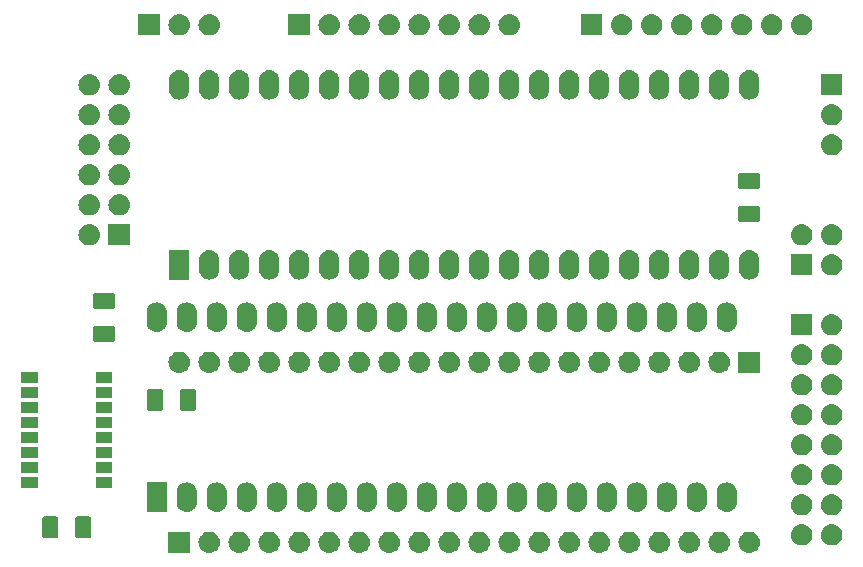
<source format=gbr>
G04 #@! TF.GenerationSoftware,KiCad,Pcbnew,5.0.2-bee76a0~70~ubuntu16.04.1*
G04 #@! TF.CreationDate,2019-06-09T20:50:42+02:00*
G04 #@! TF.ProjectId,VIAxe,56494178-652e-46b6-9963-61645f706362,rev?*
G04 #@! TF.SameCoordinates,Original*
G04 #@! TF.FileFunction,Soldermask,Top*
G04 #@! TF.FilePolarity,Negative*
%FSLAX46Y46*%
G04 Gerber Fmt 4.6, Leading zero omitted, Abs format (unit mm)*
G04 Created by KiCad (PCBNEW 5.0.2-bee76a0~70~ubuntu16.04.1) date nie, 9 cze 2019, 20:50:42*
%MOMM*%
%LPD*%
G01*
G04 APERTURE LIST*
%ADD10C,0.100000*%
G04 APERTURE END LIST*
D10*
G36*
X95360443Y-94990519D02*
X95426627Y-94997037D01*
X95539853Y-95031384D01*
X95596467Y-95048557D01*
X95735087Y-95122652D01*
X95752991Y-95132222D01*
X95788729Y-95161552D01*
X95890186Y-95244814D01*
X95967860Y-95339462D01*
X96002778Y-95382009D01*
X96012348Y-95399913D01*
X96086443Y-95538533D01*
X96086443Y-95538534D01*
X96137963Y-95708373D01*
X96155359Y-95885000D01*
X96137963Y-96061627D01*
X96130435Y-96086443D01*
X96086443Y-96231467D01*
X96012348Y-96370087D01*
X96002778Y-96387991D01*
X95973448Y-96423729D01*
X95890186Y-96525186D01*
X95788729Y-96608448D01*
X95752991Y-96637778D01*
X95752989Y-96637779D01*
X95596467Y-96721443D01*
X95539853Y-96738616D01*
X95426627Y-96772963D01*
X95360442Y-96779482D01*
X95294260Y-96786000D01*
X95205740Y-96786000D01*
X95139558Y-96779482D01*
X95073373Y-96772963D01*
X94960147Y-96738616D01*
X94903533Y-96721443D01*
X94747011Y-96637779D01*
X94747009Y-96637778D01*
X94711271Y-96608448D01*
X94609814Y-96525186D01*
X94526552Y-96423729D01*
X94497222Y-96387991D01*
X94487652Y-96370087D01*
X94413557Y-96231467D01*
X94369565Y-96086443D01*
X94362037Y-96061627D01*
X94344641Y-95885000D01*
X94362037Y-95708373D01*
X94413557Y-95538534D01*
X94413557Y-95538533D01*
X94487652Y-95399913D01*
X94497222Y-95382009D01*
X94532140Y-95339462D01*
X94609814Y-95244814D01*
X94711271Y-95161552D01*
X94747009Y-95132222D01*
X94764913Y-95122652D01*
X94903533Y-95048557D01*
X94960147Y-95031384D01*
X95073373Y-94997037D01*
X95139557Y-94990519D01*
X95205740Y-94984000D01*
X95294260Y-94984000D01*
X95360443Y-94990519D01*
X95360443Y-94990519D01*
G37*
G36*
X72500443Y-94990519D02*
X72566627Y-94997037D01*
X72679853Y-95031384D01*
X72736467Y-95048557D01*
X72875087Y-95122652D01*
X72892991Y-95132222D01*
X72928729Y-95161552D01*
X73030186Y-95244814D01*
X73107860Y-95339462D01*
X73142778Y-95382009D01*
X73152348Y-95399913D01*
X73226443Y-95538533D01*
X73226443Y-95538534D01*
X73277963Y-95708373D01*
X73295359Y-95885000D01*
X73277963Y-96061627D01*
X73270435Y-96086443D01*
X73226443Y-96231467D01*
X73152348Y-96370087D01*
X73142778Y-96387991D01*
X73113448Y-96423729D01*
X73030186Y-96525186D01*
X72928729Y-96608448D01*
X72892991Y-96637778D01*
X72892989Y-96637779D01*
X72736467Y-96721443D01*
X72679853Y-96738616D01*
X72566627Y-96772963D01*
X72500442Y-96779482D01*
X72434260Y-96786000D01*
X72345740Y-96786000D01*
X72279558Y-96779482D01*
X72213373Y-96772963D01*
X72100147Y-96738616D01*
X72043533Y-96721443D01*
X71887011Y-96637779D01*
X71887009Y-96637778D01*
X71851271Y-96608448D01*
X71749814Y-96525186D01*
X71666552Y-96423729D01*
X71637222Y-96387991D01*
X71627652Y-96370087D01*
X71553557Y-96231467D01*
X71509565Y-96086443D01*
X71502037Y-96061627D01*
X71484641Y-95885000D01*
X71502037Y-95708373D01*
X71553557Y-95538534D01*
X71553557Y-95538533D01*
X71627652Y-95399913D01*
X71637222Y-95382009D01*
X71672140Y-95339462D01*
X71749814Y-95244814D01*
X71851271Y-95161552D01*
X71887009Y-95132222D01*
X71904913Y-95122652D01*
X72043533Y-95048557D01*
X72100147Y-95031384D01*
X72213373Y-94997037D01*
X72279557Y-94990519D01*
X72345740Y-94984000D01*
X72434260Y-94984000D01*
X72500443Y-94990519D01*
X72500443Y-94990519D01*
G37*
G36*
X47891000Y-96786000D02*
X46089000Y-96786000D01*
X46089000Y-94984000D01*
X47891000Y-94984000D01*
X47891000Y-96786000D01*
X47891000Y-96786000D01*
G37*
G36*
X49640443Y-94990519D02*
X49706627Y-94997037D01*
X49819853Y-95031384D01*
X49876467Y-95048557D01*
X50015087Y-95122652D01*
X50032991Y-95132222D01*
X50068729Y-95161552D01*
X50170186Y-95244814D01*
X50247860Y-95339462D01*
X50282778Y-95382009D01*
X50292348Y-95399913D01*
X50366443Y-95538533D01*
X50366443Y-95538534D01*
X50417963Y-95708373D01*
X50435359Y-95885000D01*
X50417963Y-96061627D01*
X50410435Y-96086443D01*
X50366443Y-96231467D01*
X50292348Y-96370087D01*
X50282778Y-96387991D01*
X50253448Y-96423729D01*
X50170186Y-96525186D01*
X50068729Y-96608448D01*
X50032991Y-96637778D01*
X50032989Y-96637779D01*
X49876467Y-96721443D01*
X49819853Y-96738616D01*
X49706627Y-96772963D01*
X49640442Y-96779482D01*
X49574260Y-96786000D01*
X49485740Y-96786000D01*
X49419558Y-96779482D01*
X49353373Y-96772963D01*
X49240147Y-96738616D01*
X49183533Y-96721443D01*
X49027011Y-96637779D01*
X49027009Y-96637778D01*
X48991271Y-96608448D01*
X48889814Y-96525186D01*
X48806552Y-96423729D01*
X48777222Y-96387991D01*
X48767652Y-96370087D01*
X48693557Y-96231467D01*
X48649565Y-96086443D01*
X48642037Y-96061627D01*
X48624641Y-95885000D01*
X48642037Y-95708373D01*
X48693557Y-95538534D01*
X48693557Y-95538533D01*
X48767652Y-95399913D01*
X48777222Y-95382009D01*
X48812140Y-95339462D01*
X48889814Y-95244814D01*
X48991271Y-95161552D01*
X49027009Y-95132222D01*
X49044913Y-95122652D01*
X49183533Y-95048557D01*
X49240147Y-95031384D01*
X49353373Y-94997037D01*
X49419557Y-94990519D01*
X49485740Y-94984000D01*
X49574260Y-94984000D01*
X49640443Y-94990519D01*
X49640443Y-94990519D01*
G37*
G36*
X52180443Y-94990519D02*
X52246627Y-94997037D01*
X52359853Y-95031384D01*
X52416467Y-95048557D01*
X52555087Y-95122652D01*
X52572991Y-95132222D01*
X52608729Y-95161552D01*
X52710186Y-95244814D01*
X52787860Y-95339462D01*
X52822778Y-95382009D01*
X52832348Y-95399913D01*
X52906443Y-95538533D01*
X52906443Y-95538534D01*
X52957963Y-95708373D01*
X52975359Y-95885000D01*
X52957963Y-96061627D01*
X52950435Y-96086443D01*
X52906443Y-96231467D01*
X52832348Y-96370087D01*
X52822778Y-96387991D01*
X52793448Y-96423729D01*
X52710186Y-96525186D01*
X52608729Y-96608448D01*
X52572991Y-96637778D01*
X52572989Y-96637779D01*
X52416467Y-96721443D01*
X52359853Y-96738616D01*
X52246627Y-96772963D01*
X52180442Y-96779482D01*
X52114260Y-96786000D01*
X52025740Y-96786000D01*
X51959558Y-96779482D01*
X51893373Y-96772963D01*
X51780147Y-96738616D01*
X51723533Y-96721443D01*
X51567011Y-96637779D01*
X51567009Y-96637778D01*
X51531271Y-96608448D01*
X51429814Y-96525186D01*
X51346552Y-96423729D01*
X51317222Y-96387991D01*
X51307652Y-96370087D01*
X51233557Y-96231467D01*
X51189565Y-96086443D01*
X51182037Y-96061627D01*
X51164641Y-95885000D01*
X51182037Y-95708373D01*
X51233557Y-95538534D01*
X51233557Y-95538533D01*
X51307652Y-95399913D01*
X51317222Y-95382009D01*
X51352140Y-95339462D01*
X51429814Y-95244814D01*
X51531271Y-95161552D01*
X51567009Y-95132222D01*
X51584913Y-95122652D01*
X51723533Y-95048557D01*
X51780147Y-95031384D01*
X51893373Y-94997037D01*
X51959557Y-94990519D01*
X52025740Y-94984000D01*
X52114260Y-94984000D01*
X52180443Y-94990519D01*
X52180443Y-94990519D01*
G37*
G36*
X54720443Y-94990519D02*
X54786627Y-94997037D01*
X54899853Y-95031384D01*
X54956467Y-95048557D01*
X55095087Y-95122652D01*
X55112991Y-95132222D01*
X55148729Y-95161552D01*
X55250186Y-95244814D01*
X55327860Y-95339462D01*
X55362778Y-95382009D01*
X55372348Y-95399913D01*
X55446443Y-95538533D01*
X55446443Y-95538534D01*
X55497963Y-95708373D01*
X55515359Y-95885000D01*
X55497963Y-96061627D01*
X55490435Y-96086443D01*
X55446443Y-96231467D01*
X55372348Y-96370087D01*
X55362778Y-96387991D01*
X55333448Y-96423729D01*
X55250186Y-96525186D01*
X55148729Y-96608448D01*
X55112991Y-96637778D01*
X55112989Y-96637779D01*
X54956467Y-96721443D01*
X54899853Y-96738616D01*
X54786627Y-96772963D01*
X54720442Y-96779482D01*
X54654260Y-96786000D01*
X54565740Y-96786000D01*
X54499558Y-96779482D01*
X54433373Y-96772963D01*
X54320147Y-96738616D01*
X54263533Y-96721443D01*
X54107011Y-96637779D01*
X54107009Y-96637778D01*
X54071271Y-96608448D01*
X53969814Y-96525186D01*
X53886552Y-96423729D01*
X53857222Y-96387991D01*
X53847652Y-96370087D01*
X53773557Y-96231467D01*
X53729565Y-96086443D01*
X53722037Y-96061627D01*
X53704641Y-95885000D01*
X53722037Y-95708373D01*
X53773557Y-95538534D01*
X53773557Y-95538533D01*
X53847652Y-95399913D01*
X53857222Y-95382009D01*
X53892140Y-95339462D01*
X53969814Y-95244814D01*
X54071271Y-95161552D01*
X54107009Y-95132222D01*
X54124913Y-95122652D01*
X54263533Y-95048557D01*
X54320147Y-95031384D01*
X54433373Y-94997037D01*
X54499557Y-94990519D01*
X54565740Y-94984000D01*
X54654260Y-94984000D01*
X54720443Y-94990519D01*
X54720443Y-94990519D01*
G37*
G36*
X57260443Y-94990519D02*
X57326627Y-94997037D01*
X57439853Y-95031384D01*
X57496467Y-95048557D01*
X57635087Y-95122652D01*
X57652991Y-95132222D01*
X57688729Y-95161552D01*
X57790186Y-95244814D01*
X57867860Y-95339462D01*
X57902778Y-95382009D01*
X57912348Y-95399913D01*
X57986443Y-95538533D01*
X57986443Y-95538534D01*
X58037963Y-95708373D01*
X58055359Y-95885000D01*
X58037963Y-96061627D01*
X58030435Y-96086443D01*
X57986443Y-96231467D01*
X57912348Y-96370087D01*
X57902778Y-96387991D01*
X57873448Y-96423729D01*
X57790186Y-96525186D01*
X57688729Y-96608448D01*
X57652991Y-96637778D01*
X57652989Y-96637779D01*
X57496467Y-96721443D01*
X57439853Y-96738616D01*
X57326627Y-96772963D01*
X57260442Y-96779482D01*
X57194260Y-96786000D01*
X57105740Y-96786000D01*
X57039558Y-96779482D01*
X56973373Y-96772963D01*
X56860147Y-96738616D01*
X56803533Y-96721443D01*
X56647011Y-96637779D01*
X56647009Y-96637778D01*
X56611271Y-96608448D01*
X56509814Y-96525186D01*
X56426552Y-96423729D01*
X56397222Y-96387991D01*
X56387652Y-96370087D01*
X56313557Y-96231467D01*
X56269565Y-96086443D01*
X56262037Y-96061627D01*
X56244641Y-95885000D01*
X56262037Y-95708373D01*
X56313557Y-95538534D01*
X56313557Y-95538533D01*
X56387652Y-95399913D01*
X56397222Y-95382009D01*
X56432140Y-95339462D01*
X56509814Y-95244814D01*
X56611271Y-95161552D01*
X56647009Y-95132222D01*
X56664913Y-95122652D01*
X56803533Y-95048557D01*
X56860147Y-95031384D01*
X56973373Y-94997037D01*
X57039557Y-94990519D01*
X57105740Y-94984000D01*
X57194260Y-94984000D01*
X57260443Y-94990519D01*
X57260443Y-94990519D01*
G37*
G36*
X59800443Y-94990519D02*
X59866627Y-94997037D01*
X59979853Y-95031384D01*
X60036467Y-95048557D01*
X60175087Y-95122652D01*
X60192991Y-95132222D01*
X60228729Y-95161552D01*
X60330186Y-95244814D01*
X60407860Y-95339462D01*
X60442778Y-95382009D01*
X60452348Y-95399913D01*
X60526443Y-95538533D01*
X60526443Y-95538534D01*
X60577963Y-95708373D01*
X60595359Y-95885000D01*
X60577963Y-96061627D01*
X60570435Y-96086443D01*
X60526443Y-96231467D01*
X60452348Y-96370087D01*
X60442778Y-96387991D01*
X60413448Y-96423729D01*
X60330186Y-96525186D01*
X60228729Y-96608448D01*
X60192991Y-96637778D01*
X60192989Y-96637779D01*
X60036467Y-96721443D01*
X59979853Y-96738616D01*
X59866627Y-96772963D01*
X59800442Y-96779482D01*
X59734260Y-96786000D01*
X59645740Y-96786000D01*
X59579558Y-96779482D01*
X59513373Y-96772963D01*
X59400147Y-96738616D01*
X59343533Y-96721443D01*
X59187011Y-96637779D01*
X59187009Y-96637778D01*
X59151271Y-96608448D01*
X59049814Y-96525186D01*
X58966552Y-96423729D01*
X58937222Y-96387991D01*
X58927652Y-96370087D01*
X58853557Y-96231467D01*
X58809565Y-96086443D01*
X58802037Y-96061627D01*
X58784641Y-95885000D01*
X58802037Y-95708373D01*
X58853557Y-95538534D01*
X58853557Y-95538533D01*
X58927652Y-95399913D01*
X58937222Y-95382009D01*
X58972140Y-95339462D01*
X59049814Y-95244814D01*
X59151271Y-95161552D01*
X59187009Y-95132222D01*
X59204913Y-95122652D01*
X59343533Y-95048557D01*
X59400147Y-95031384D01*
X59513373Y-94997037D01*
X59579557Y-94990519D01*
X59645740Y-94984000D01*
X59734260Y-94984000D01*
X59800443Y-94990519D01*
X59800443Y-94990519D01*
G37*
G36*
X62340443Y-94990519D02*
X62406627Y-94997037D01*
X62519853Y-95031384D01*
X62576467Y-95048557D01*
X62715087Y-95122652D01*
X62732991Y-95132222D01*
X62768729Y-95161552D01*
X62870186Y-95244814D01*
X62947860Y-95339462D01*
X62982778Y-95382009D01*
X62992348Y-95399913D01*
X63066443Y-95538533D01*
X63066443Y-95538534D01*
X63117963Y-95708373D01*
X63135359Y-95885000D01*
X63117963Y-96061627D01*
X63110435Y-96086443D01*
X63066443Y-96231467D01*
X62992348Y-96370087D01*
X62982778Y-96387991D01*
X62953448Y-96423729D01*
X62870186Y-96525186D01*
X62768729Y-96608448D01*
X62732991Y-96637778D01*
X62732989Y-96637779D01*
X62576467Y-96721443D01*
X62519853Y-96738616D01*
X62406627Y-96772963D01*
X62340442Y-96779482D01*
X62274260Y-96786000D01*
X62185740Y-96786000D01*
X62119558Y-96779482D01*
X62053373Y-96772963D01*
X61940147Y-96738616D01*
X61883533Y-96721443D01*
X61727011Y-96637779D01*
X61727009Y-96637778D01*
X61691271Y-96608448D01*
X61589814Y-96525186D01*
X61506552Y-96423729D01*
X61477222Y-96387991D01*
X61467652Y-96370087D01*
X61393557Y-96231467D01*
X61349565Y-96086443D01*
X61342037Y-96061627D01*
X61324641Y-95885000D01*
X61342037Y-95708373D01*
X61393557Y-95538534D01*
X61393557Y-95538533D01*
X61467652Y-95399913D01*
X61477222Y-95382009D01*
X61512140Y-95339462D01*
X61589814Y-95244814D01*
X61691271Y-95161552D01*
X61727009Y-95132222D01*
X61744913Y-95122652D01*
X61883533Y-95048557D01*
X61940147Y-95031384D01*
X62053373Y-94997037D01*
X62119557Y-94990519D01*
X62185740Y-94984000D01*
X62274260Y-94984000D01*
X62340443Y-94990519D01*
X62340443Y-94990519D01*
G37*
G36*
X64880443Y-94990519D02*
X64946627Y-94997037D01*
X65059853Y-95031384D01*
X65116467Y-95048557D01*
X65255087Y-95122652D01*
X65272991Y-95132222D01*
X65308729Y-95161552D01*
X65410186Y-95244814D01*
X65487860Y-95339462D01*
X65522778Y-95382009D01*
X65532348Y-95399913D01*
X65606443Y-95538533D01*
X65606443Y-95538534D01*
X65657963Y-95708373D01*
X65675359Y-95885000D01*
X65657963Y-96061627D01*
X65650435Y-96086443D01*
X65606443Y-96231467D01*
X65532348Y-96370087D01*
X65522778Y-96387991D01*
X65493448Y-96423729D01*
X65410186Y-96525186D01*
X65308729Y-96608448D01*
X65272991Y-96637778D01*
X65272989Y-96637779D01*
X65116467Y-96721443D01*
X65059853Y-96738616D01*
X64946627Y-96772963D01*
X64880442Y-96779482D01*
X64814260Y-96786000D01*
X64725740Y-96786000D01*
X64659558Y-96779482D01*
X64593373Y-96772963D01*
X64480147Y-96738616D01*
X64423533Y-96721443D01*
X64267011Y-96637779D01*
X64267009Y-96637778D01*
X64231271Y-96608448D01*
X64129814Y-96525186D01*
X64046552Y-96423729D01*
X64017222Y-96387991D01*
X64007652Y-96370087D01*
X63933557Y-96231467D01*
X63889565Y-96086443D01*
X63882037Y-96061627D01*
X63864641Y-95885000D01*
X63882037Y-95708373D01*
X63933557Y-95538534D01*
X63933557Y-95538533D01*
X64007652Y-95399913D01*
X64017222Y-95382009D01*
X64052140Y-95339462D01*
X64129814Y-95244814D01*
X64231271Y-95161552D01*
X64267009Y-95132222D01*
X64284913Y-95122652D01*
X64423533Y-95048557D01*
X64480147Y-95031384D01*
X64593373Y-94997037D01*
X64659557Y-94990519D01*
X64725740Y-94984000D01*
X64814260Y-94984000D01*
X64880443Y-94990519D01*
X64880443Y-94990519D01*
G37*
G36*
X67420443Y-94990519D02*
X67486627Y-94997037D01*
X67599853Y-95031384D01*
X67656467Y-95048557D01*
X67795087Y-95122652D01*
X67812991Y-95132222D01*
X67848729Y-95161552D01*
X67950186Y-95244814D01*
X68027860Y-95339462D01*
X68062778Y-95382009D01*
X68072348Y-95399913D01*
X68146443Y-95538533D01*
X68146443Y-95538534D01*
X68197963Y-95708373D01*
X68215359Y-95885000D01*
X68197963Y-96061627D01*
X68190435Y-96086443D01*
X68146443Y-96231467D01*
X68072348Y-96370087D01*
X68062778Y-96387991D01*
X68033448Y-96423729D01*
X67950186Y-96525186D01*
X67848729Y-96608448D01*
X67812991Y-96637778D01*
X67812989Y-96637779D01*
X67656467Y-96721443D01*
X67599853Y-96738616D01*
X67486627Y-96772963D01*
X67420442Y-96779482D01*
X67354260Y-96786000D01*
X67265740Y-96786000D01*
X67199558Y-96779482D01*
X67133373Y-96772963D01*
X67020147Y-96738616D01*
X66963533Y-96721443D01*
X66807011Y-96637779D01*
X66807009Y-96637778D01*
X66771271Y-96608448D01*
X66669814Y-96525186D01*
X66586552Y-96423729D01*
X66557222Y-96387991D01*
X66547652Y-96370087D01*
X66473557Y-96231467D01*
X66429565Y-96086443D01*
X66422037Y-96061627D01*
X66404641Y-95885000D01*
X66422037Y-95708373D01*
X66473557Y-95538534D01*
X66473557Y-95538533D01*
X66547652Y-95399913D01*
X66557222Y-95382009D01*
X66592140Y-95339462D01*
X66669814Y-95244814D01*
X66771271Y-95161552D01*
X66807009Y-95132222D01*
X66824913Y-95122652D01*
X66963533Y-95048557D01*
X67020147Y-95031384D01*
X67133373Y-94997037D01*
X67199557Y-94990519D01*
X67265740Y-94984000D01*
X67354260Y-94984000D01*
X67420443Y-94990519D01*
X67420443Y-94990519D01*
G37*
G36*
X75040443Y-94990519D02*
X75106627Y-94997037D01*
X75219853Y-95031384D01*
X75276467Y-95048557D01*
X75415087Y-95122652D01*
X75432991Y-95132222D01*
X75468729Y-95161552D01*
X75570186Y-95244814D01*
X75647860Y-95339462D01*
X75682778Y-95382009D01*
X75692348Y-95399913D01*
X75766443Y-95538533D01*
X75766443Y-95538534D01*
X75817963Y-95708373D01*
X75835359Y-95885000D01*
X75817963Y-96061627D01*
X75810435Y-96086443D01*
X75766443Y-96231467D01*
X75692348Y-96370087D01*
X75682778Y-96387991D01*
X75653448Y-96423729D01*
X75570186Y-96525186D01*
X75468729Y-96608448D01*
X75432991Y-96637778D01*
X75432989Y-96637779D01*
X75276467Y-96721443D01*
X75219853Y-96738616D01*
X75106627Y-96772963D01*
X75040442Y-96779482D01*
X74974260Y-96786000D01*
X74885740Y-96786000D01*
X74819558Y-96779482D01*
X74753373Y-96772963D01*
X74640147Y-96738616D01*
X74583533Y-96721443D01*
X74427011Y-96637779D01*
X74427009Y-96637778D01*
X74391271Y-96608448D01*
X74289814Y-96525186D01*
X74206552Y-96423729D01*
X74177222Y-96387991D01*
X74167652Y-96370087D01*
X74093557Y-96231467D01*
X74049565Y-96086443D01*
X74042037Y-96061627D01*
X74024641Y-95885000D01*
X74042037Y-95708373D01*
X74093557Y-95538534D01*
X74093557Y-95538533D01*
X74167652Y-95399913D01*
X74177222Y-95382009D01*
X74212140Y-95339462D01*
X74289814Y-95244814D01*
X74391271Y-95161552D01*
X74427009Y-95132222D01*
X74444913Y-95122652D01*
X74583533Y-95048557D01*
X74640147Y-95031384D01*
X74753373Y-94997037D01*
X74819557Y-94990519D01*
X74885740Y-94984000D01*
X74974260Y-94984000D01*
X75040443Y-94990519D01*
X75040443Y-94990519D01*
G37*
G36*
X77580443Y-94990519D02*
X77646627Y-94997037D01*
X77759853Y-95031384D01*
X77816467Y-95048557D01*
X77955087Y-95122652D01*
X77972991Y-95132222D01*
X78008729Y-95161552D01*
X78110186Y-95244814D01*
X78187860Y-95339462D01*
X78222778Y-95382009D01*
X78232348Y-95399913D01*
X78306443Y-95538533D01*
X78306443Y-95538534D01*
X78357963Y-95708373D01*
X78375359Y-95885000D01*
X78357963Y-96061627D01*
X78350435Y-96086443D01*
X78306443Y-96231467D01*
X78232348Y-96370087D01*
X78222778Y-96387991D01*
X78193448Y-96423729D01*
X78110186Y-96525186D01*
X78008729Y-96608448D01*
X77972991Y-96637778D01*
X77972989Y-96637779D01*
X77816467Y-96721443D01*
X77759853Y-96738616D01*
X77646627Y-96772963D01*
X77580442Y-96779482D01*
X77514260Y-96786000D01*
X77425740Y-96786000D01*
X77359558Y-96779482D01*
X77293373Y-96772963D01*
X77180147Y-96738616D01*
X77123533Y-96721443D01*
X76967011Y-96637779D01*
X76967009Y-96637778D01*
X76931271Y-96608448D01*
X76829814Y-96525186D01*
X76746552Y-96423729D01*
X76717222Y-96387991D01*
X76707652Y-96370087D01*
X76633557Y-96231467D01*
X76589565Y-96086443D01*
X76582037Y-96061627D01*
X76564641Y-95885000D01*
X76582037Y-95708373D01*
X76633557Y-95538534D01*
X76633557Y-95538533D01*
X76707652Y-95399913D01*
X76717222Y-95382009D01*
X76752140Y-95339462D01*
X76829814Y-95244814D01*
X76931271Y-95161552D01*
X76967009Y-95132222D01*
X76984913Y-95122652D01*
X77123533Y-95048557D01*
X77180147Y-95031384D01*
X77293373Y-94997037D01*
X77359557Y-94990519D01*
X77425740Y-94984000D01*
X77514260Y-94984000D01*
X77580443Y-94990519D01*
X77580443Y-94990519D01*
G37*
G36*
X80120443Y-94990519D02*
X80186627Y-94997037D01*
X80299853Y-95031384D01*
X80356467Y-95048557D01*
X80495087Y-95122652D01*
X80512991Y-95132222D01*
X80548729Y-95161552D01*
X80650186Y-95244814D01*
X80727860Y-95339462D01*
X80762778Y-95382009D01*
X80772348Y-95399913D01*
X80846443Y-95538533D01*
X80846443Y-95538534D01*
X80897963Y-95708373D01*
X80915359Y-95885000D01*
X80897963Y-96061627D01*
X80890435Y-96086443D01*
X80846443Y-96231467D01*
X80772348Y-96370087D01*
X80762778Y-96387991D01*
X80733448Y-96423729D01*
X80650186Y-96525186D01*
X80548729Y-96608448D01*
X80512991Y-96637778D01*
X80512989Y-96637779D01*
X80356467Y-96721443D01*
X80299853Y-96738616D01*
X80186627Y-96772963D01*
X80120442Y-96779482D01*
X80054260Y-96786000D01*
X79965740Y-96786000D01*
X79899558Y-96779482D01*
X79833373Y-96772963D01*
X79720147Y-96738616D01*
X79663533Y-96721443D01*
X79507011Y-96637779D01*
X79507009Y-96637778D01*
X79471271Y-96608448D01*
X79369814Y-96525186D01*
X79286552Y-96423729D01*
X79257222Y-96387991D01*
X79247652Y-96370087D01*
X79173557Y-96231467D01*
X79129565Y-96086443D01*
X79122037Y-96061627D01*
X79104641Y-95885000D01*
X79122037Y-95708373D01*
X79173557Y-95538534D01*
X79173557Y-95538533D01*
X79247652Y-95399913D01*
X79257222Y-95382009D01*
X79292140Y-95339462D01*
X79369814Y-95244814D01*
X79471271Y-95161552D01*
X79507009Y-95132222D01*
X79524913Y-95122652D01*
X79663533Y-95048557D01*
X79720147Y-95031384D01*
X79833373Y-94997037D01*
X79899557Y-94990519D01*
X79965740Y-94984000D01*
X80054260Y-94984000D01*
X80120443Y-94990519D01*
X80120443Y-94990519D01*
G37*
G36*
X82660443Y-94990519D02*
X82726627Y-94997037D01*
X82839853Y-95031384D01*
X82896467Y-95048557D01*
X83035087Y-95122652D01*
X83052991Y-95132222D01*
X83088729Y-95161552D01*
X83190186Y-95244814D01*
X83267860Y-95339462D01*
X83302778Y-95382009D01*
X83312348Y-95399913D01*
X83386443Y-95538533D01*
X83386443Y-95538534D01*
X83437963Y-95708373D01*
X83455359Y-95885000D01*
X83437963Y-96061627D01*
X83430435Y-96086443D01*
X83386443Y-96231467D01*
X83312348Y-96370087D01*
X83302778Y-96387991D01*
X83273448Y-96423729D01*
X83190186Y-96525186D01*
X83088729Y-96608448D01*
X83052991Y-96637778D01*
X83052989Y-96637779D01*
X82896467Y-96721443D01*
X82839853Y-96738616D01*
X82726627Y-96772963D01*
X82660442Y-96779482D01*
X82594260Y-96786000D01*
X82505740Y-96786000D01*
X82439558Y-96779482D01*
X82373373Y-96772963D01*
X82260147Y-96738616D01*
X82203533Y-96721443D01*
X82047011Y-96637779D01*
X82047009Y-96637778D01*
X82011271Y-96608448D01*
X81909814Y-96525186D01*
X81826552Y-96423729D01*
X81797222Y-96387991D01*
X81787652Y-96370087D01*
X81713557Y-96231467D01*
X81669565Y-96086443D01*
X81662037Y-96061627D01*
X81644641Y-95885000D01*
X81662037Y-95708373D01*
X81713557Y-95538534D01*
X81713557Y-95538533D01*
X81787652Y-95399913D01*
X81797222Y-95382009D01*
X81832140Y-95339462D01*
X81909814Y-95244814D01*
X82011271Y-95161552D01*
X82047009Y-95132222D01*
X82064913Y-95122652D01*
X82203533Y-95048557D01*
X82260147Y-95031384D01*
X82373373Y-94997037D01*
X82439557Y-94990519D01*
X82505740Y-94984000D01*
X82594260Y-94984000D01*
X82660443Y-94990519D01*
X82660443Y-94990519D01*
G37*
G36*
X85200443Y-94990519D02*
X85266627Y-94997037D01*
X85379853Y-95031384D01*
X85436467Y-95048557D01*
X85575087Y-95122652D01*
X85592991Y-95132222D01*
X85628729Y-95161552D01*
X85730186Y-95244814D01*
X85807860Y-95339462D01*
X85842778Y-95382009D01*
X85852348Y-95399913D01*
X85926443Y-95538533D01*
X85926443Y-95538534D01*
X85977963Y-95708373D01*
X85995359Y-95885000D01*
X85977963Y-96061627D01*
X85970435Y-96086443D01*
X85926443Y-96231467D01*
X85852348Y-96370087D01*
X85842778Y-96387991D01*
X85813448Y-96423729D01*
X85730186Y-96525186D01*
X85628729Y-96608448D01*
X85592991Y-96637778D01*
X85592989Y-96637779D01*
X85436467Y-96721443D01*
X85379853Y-96738616D01*
X85266627Y-96772963D01*
X85200442Y-96779482D01*
X85134260Y-96786000D01*
X85045740Y-96786000D01*
X84979558Y-96779482D01*
X84913373Y-96772963D01*
X84800147Y-96738616D01*
X84743533Y-96721443D01*
X84587011Y-96637779D01*
X84587009Y-96637778D01*
X84551271Y-96608448D01*
X84449814Y-96525186D01*
X84366552Y-96423729D01*
X84337222Y-96387991D01*
X84327652Y-96370087D01*
X84253557Y-96231467D01*
X84209565Y-96086443D01*
X84202037Y-96061627D01*
X84184641Y-95885000D01*
X84202037Y-95708373D01*
X84253557Y-95538534D01*
X84253557Y-95538533D01*
X84327652Y-95399913D01*
X84337222Y-95382009D01*
X84372140Y-95339462D01*
X84449814Y-95244814D01*
X84551271Y-95161552D01*
X84587009Y-95132222D01*
X84604913Y-95122652D01*
X84743533Y-95048557D01*
X84800147Y-95031384D01*
X84913373Y-94997037D01*
X84979557Y-94990519D01*
X85045740Y-94984000D01*
X85134260Y-94984000D01*
X85200443Y-94990519D01*
X85200443Y-94990519D01*
G37*
G36*
X87740443Y-94990519D02*
X87806627Y-94997037D01*
X87919853Y-95031384D01*
X87976467Y-95048557D01*
X88115087Y-95122652D01*
X88132991Y-95132222D01*
X88168729Y-95161552D01*
X88270186Y-95244814D01*
X88347860Y-95339462D01*
X88382778Y-95382009D01*
X88392348Y-95399913D01*
X88466443Y-95538533D01*
X88466443Y-95538534D01*
X88517963Y-95708373D01*
X88535359Y-95885000D01*
X88517963Y-96061627D01*
X88510435Y-96086443D01*
X88466443Y-96231467D01*
X88392348Y-96370087D01*
X88382778Y-96387991D01*
X88353448Y-96423729D01*
X88270186Y-96525186D01*
X88168729Y-96608448D01*
X88132991Y-96637778D01*
X88132989Y-96637779D01*
X87976467Y-96721443D01*
X87919853Y-96738616D01*
X87806627Y-96772963D01*
X87740442Y-96779482D01*
X87674260Y-96786000D01*
X87585740Y-96786000D01*
X87519558Y-96779482D01*
X87453373Y-96772963D01*
X87340147Y-96738616D01*
X87283533Y-96721443D01*
X87127011Y-96637779D01*
X87127009Y-96637778D01*
X87091271Y-96608448D01*
X86989814Y-96525186D01*
X86906552Y-96423729D01*
X86877222Y-96387991D01*
X86867652Y-96370087D01*
X86793557Y-96231467D01*
X86749565Y-96086443D01*
X86742037Y-96061627D01*
X86724641Y-95885000D01*
X86742037Y-95708373D01*
X86793557Y-95538534D01*
X86793557Y-95538533D01*
X86867652Y-95399913D01*
X86877222Y-95382009D01*
X86912140Y-95339462D01*
X86989814Y-95244814D01*
X87091271Y-95161552D01*
X87127009Y-95132222D01*
X87144913Y-95122652D01*
X87283533Y-95048557D01*
X87340147Y-95031384D01*
X87453373Y-94997037D01*
X87519557Y-94990519D01*
X87585740Y-94984000D01*
X87674260Y-94984000D01*
X87740443Y-94990519D01*
X87740443Y-94990519D01*
G37*
G36*
X90280443Y-94990519D02*
X90346627Y-94997037D01*
X90459853Y-95031384D01*
X90516467Y-95048557D01*
X90655087Y-95122652D01*
X90672991Y-95132222D01*
X90708729Y-95161552D01*
X90810186Y-95244814D01*
X90887860Y-95339462D01*
X90922778Y-95382009D01*
X90932348Y-95399913D01*
X91006443Y-95538533D01*
X91006443Y-95538534D01*
X91057963Y-95708373D01*
X91075359Y-95885000D01*
X91057963Y-96061627D01*
X91050435Y-96086443D01*
X91006443Y-96231467D01*
X90932348Y-96370087D01*
X90922778Y-96387991D01*
X90893448Y-96423729D01*
X90810186Y-96525186D01*
X90708729Y-96608448D01*
X90672991Y-96637778D01*
X90672989Y-96637779D01*
X90516467Y-96721443D01*
X90459853Y-96738616D01*
X90346627Y-96772963D01*
X90280442Y-96779482D01*
X90214260Y-96786000D01*
X90125740Y-96786000D01*
X90059558Y-96779482D01*
X89993373Y-96772963D01*
X89880147Y-96738616D01*
X89823533Y-96721443D01*
X89667011Y-96637779D01*
X89667009Y-96637778D01*
X89631271Y-96608448D01*
X89529814Y-96525186D01*
X89446552Y-96423729D01*
X89417222Y-96387991D01*
X89407652Y-96370087D01*
X89333557Y-96231467D01*
X89289565Y-96086443D01*
X89282037Y-96061627D01*
X89264641Y-95885000D01*
X89282037Y-95708373D01*
X89333557Y-95538534D01*
X89333557Y-95538533D01*
X89407652Y-95399913D01*
X89417222Y-95382009D01*
X89452140Y-95339462D01*
X89529814Y-95244814D01*
X89631271Y-95161552D01*
X89667009Y-95132222D01*
X89684913Y-95122652D01*
X89823533Y-95048557D01*
X89880147Y-95031384D01*
X89993373Y-94997037D01*
X90059557Y-94990519D01*
X90125740Y-94984000D01*
X90214260Y-94984000D01*
X90280443Y-94990519D01*
X90280443Y-94990519D01*
G37*
G36*
X92820443Y-94990519D02*
X92886627Y-94997037D01*
X92999853Y-95031384D01*
X93056467Y-95048557D01*
X93195087Y-95122652D01*
X93212991Y-95132222D01*
X93248729Y-95161552D01*
X93350186Y-95244814D01*
X93427860Y-95339462D01*
X93462778Y-95382009D01*
X93472348Y-95399913D01*
X93546443Y-95538533D01*
X93546443Y-95538534D01*
X93597963Y-95708373D01*
X93615359Y-95885000D01*
X93597963Y-96061627D01*
X93590435Y-96086443D01*
X93546443Y-96231467D01*
X93472348Y-96370087D01*
X93462778Y-96387991D01*
X93433448Y-96423729D01*
X93350186Y-96525186D01*
X93248729Y-96608448D01*
X93212991Y-96637778D01*
X93212989Y-96637779D01*
X93056467Y-96721443D01*
X92999853Y-96738616D01*
X92886627Y-96772963D01*
X92820442Y-96779482D01*
X92754260Y-96786000D01*
X92665740Y-96786000D01*
X92599558Y-96779482D01*
X92533373Y-96772963D01*
X92420147Y-96738616D01*
X92363533Y-96721443D01*
X92207011Y-96637779D01*
X92207009Y-96637778D01*
X92171271Y-96608448D01*
X92069814Y-96525186D01*
X91986552Y-96423729D01*
X91957222Y-96387991D01*
X91947652Y-96370087D01*
X91873557Y-96231467D01*
X91829565Y-96086443D01*
X91822037Y-96061627D01*
X91804641Y-95885000D01*
X91822037Y-95708373D01*
X91873557Y-95538534D01*
X91873557Y-95538533D01*
X91947652Y-95399913D01*
X91957222Y-95382009D01*
X91992140Y-95339462D01*
X92069814Y-95244814D01*
X92171271Y-95161552D01*
X92207009Y-95132222D01*
X92224913Y-95122652D01*
X92363533Y-95048557D01*
X92420147Y-95031384D01*
X92533373Y-94997037D01*
X92599557Y-94990519D01*
X92665740Y-94984000D01*
X92754260Y-94984000D01*
X92820443Y-94990519D01*
X92820443Y-94990519D01*
G37*
G36*
X69960443Y-94990519D02*
X70026627Y-94997037D01*
X70139853Y-95031384D01*
X70196467Y-95048557D01*
X70335087Y-95122652D01*
X70352991Y-95132222D01*
X70388729Y-95161552D01*
X70490186Y-95244814D01*
X70567860Y-95339462D01*
X70602778Y-95382009D01*
X70612348Y-95399913D01*
X70686443Y-95538533D01*
X70686443Y-95538534D01*
X70737963Y-95708373D01*
X70755359Y-95885000D01*
X70737963Y-96061627D01*
X70730435Y-96086443D01*
X70686443Y-96231467D01*
X70612348Y-96370087D01*
X70602778Y-96387991D01*
X70573448Y-96423729D01*
X70490186Y-96525186D01*
X70388729Y-96608448D01*
X70352991Y-96637778D01*
X70352989Y-96637779D01*
X70196467Y-96721443D01*
X70139853Y-96738616D01*
X70026627Y-96772963D01*
X69960442Y-96779482D01*
X69894260Y-96786000D01*
X69805740Y-96786000D01*
X69739558Y-96779482D01*
X69673373Y-96772963D01*
X69560147Y-96738616D01*
X69503533Y-96721443D01*
X69347011Y-96637779D01*
X69347009Y-96637778D01*
X69311271Y-96608448D01*
X69209814Y-96525186D01*
X69126552Y-96423729D01*
X69097222Y-96387991D01*
X69087652Y-96370087D01*
X69013557Y-96231467D01*
X68969565Y-96086443D01*
X68962037Y-96061627D01*
X68944641Y-95885000D01*
X68962037Y-95708373D01*
X69013557Y-95538534D01*
X69013557Y-95538533D01*
X69087652Y-95399913D01*
X69097222Y-95382009D01*
X69132140Y-95339462D01*
X69209814Y-95244814D01*
X69311271Y-95161552D01*
X69347009Y-95132222D01*
X69364913Y-95122652D01*
X69503533Y-95048557D01*
X69560147Y-95031384D01*
X69673373Y-94997037D01*
X69739557Y-94990519D01*
X69805740Y-94984000D01*
X69894260Y-94984000D01*
X69960443Y-94990519D01*
X69960443Y-94990519D01*
G37*
G36*
X102345442Y-94355518D02*
X102411627Y-94362037D01*
X102524853Y-94396384D01*
X102581467Y-94413557D01*
X102720087Y-94487652D01*
X102737991Y-94497222D01*
X102773729Y-94526552D01*
X102875186Y-94609814D01*
X102958448Y-94711271D01*
X102987778Y-94747009D01*
X102987779Y-94747011D01*
X103071443Y-94903533D01*
X103071443Y-94903534D01*
X103122963Y-95073373D01*
X103140359Y-95250000D01*
X103122963Y-95426627D01*
X103094512Y-95520417D01*
X103071443Y-95596467D01*
X103011627Y-95708373D01*
X102987778Y-95752991D01*
X102958448Y-95788729D01*
X102875186Y-95890186D01*
X102773729Y-95973448D01*
X102737991Y-96002778D01*
X102737989Y-96002779D01*
X102581467Y-96086443D01*
X102524853Y-96103616D01*
X102411627Y-96137963D01*
X102345443Y-96144481D01*
X102279260Y-96151000D01*
X102190740Y-96151000D01*
X102124558Y-96144482D01*
X102058373Y-96137963D01*
X101945147Y-96103616D01*
X101888533Y-96086443D01*
X101732011Y-96002779D01*
X101732009Y-96002778D01*
X101696271Y-95973448D01*
X101594814Y-95890186D01*
X101511552Y-95788729D01*
X101482222Y-95752991D01*
X101458373Y-95708373D01*
X101398557Y-95596467D01*
X101375488Y-95520417D01*
X101347037Y-95426627D01*
X101329641Y-95250000D01*
X101347037Y-95073373D01*
X101398557Y-94903534D01*
X101398557Y-94903533D01*
X101482221Y-94747011D01*
X101482222Y-94747009D01*
X101511552Y-94711271D01*
X101594814Y-94609814D01*
X101696271Y-94526552D01*
X101732009Y-94497222D01*
X101749913Y-94487652D01*
X101888533Y-94413557D01*
X101945147Y-94396384D01*
X102058373Y-94362037D01*
X102124558Y-94355518D01*
X102190740Y-94349000D01*
X102279260Y-94349000D01*
X102345442Y-94355518D01*
X102345442Y-94355518D01*
G37*
G36*
X99805442Y-94355518D02*
X99871627Y-94362037D01*
X99984853Y-94396384D01*
X100041467Y-94413557D01*
X100180087Y-94487652D01*
X100197991Y-94497222D01*
X100233729Y-94526552D01*
X100335186Y-94609814D01*
X100418448Y-94711271D01*
X100447778Y-94747009D01*
X100447779Y-94747011D01*
X100531443Y-94903533D01*
X100531443Y-94903534D01*
X100582963Y-95073373D01*
X100600359Y-95250000D01*
X100582963Y-95426627D01*
X100554512Y-95520417D01*
X100531443Y-95596467D01*
X100471627Y-95708373D01*
X100447778Y-95752991D01*
X100418448Y-95788729D01*
X100335186Y-95890186D01*
X100233729Y-95973448D01*
X100197991Y-96002778D01*
X100197989Y-96002779D01*
X100041467Y-96086443D01*
X99984853Y-96103616D01*
X99871627Y-96137963D01*
X99805443Y-96144481D01*
X99739260Y-96151000D01*
X99650740Y-96151000D01*
X99584558Y-96144482D01*
X99518373Y-96137963D01*
X99405147Y-96103616D01*
X99348533Y-96086443D01*
X99192011Y-96002779D01*
X99192009Y-96002778D01*
X99156271Y-95973448D01*
X99054814Y-95890186D01*
X98971552Y-95788729D01*
X98942222Y-95752991D01*
X98918373Y-95708373D01*
X98858557Y-95596467D01*
X98835488Y-95520417D01*
X98807037Y-95426627D01*
X98789641Y-95250000D01*
X98807037Y-95073373D01*
X98858557Y-94903534D01*
X98858557Y-94903533D01*
X98942221Y-94747011D01*
X98942222Y-94747009D01*
X98971552Y-94711271D01*
X99054814Y-94609814D01*
X99156271Y-94526552D01*
X99192009Y-94497222D01*
X99209913Y-94487652D01*
X99348533Y-94413557D01*
X99405147Y-94396384D01*
X99518373Y-94362037D01*
X99584558Y-94355518D01*
X99650740Y-94349000D01*
X99739260Y-94349000D01*
X99805442Y-94355518D01*
X99805442Y-94355518D01*
G37*
G36*
X39383604Y-93693347D02*
X39420145Y-93704432D01*
X39453820Y-93722431D01*
X39483341Y-93746659D01*
X39507569Y-93776180D01*
X39525568Y-93809855D01*
X39536653Y-93846396D01*
X39541000Y-93890538D01*
X39541000Y-95339462D01*
X39536653Y-95383604D01*
X39525568Y-95420145D01*
X39507569Y-95453820D01*
X39483341Y-95483341D01*
X39453820Y-95507569D01*
X39420145Y-95525568D01*
X39383604Y-95536653D01*
X39339462Y-95541000D01*
X38390538Y-95541000D01*
X38346396Y-95536653D01*
X38309855Y-95525568D01*
X38276180Y-95507569D01*
X38246659Y-95483341D01*
X38222431Y-95453820D01*
X38204432Y-95420145D01*
X38193347Y-95383604D01*
X38189000Y-95339462D01*
X38189000Y-93890538D01*
X38193347Y-93846396D01*
X38204432Y-93809855D01*
X38222431Y-93776180D01*
X38246659Y-93746659D01*
X38276180Y-93722431D01*
X38309855Y-93704432D01*
X38346396Y-93693347D01*
X38390538Y-93689000D01*
X39339462Y-93689000D01*
X39383604Y-93693347D01*
X39383604Y-93693347D01*
G37*
G36*
X36583604Y-93693347D02*
X36620145Y-93704432D01*
X36653820Y-93722431D01*
X36683341Y-93746659D01*
X36707569Y-93776180D01*
X36725568Y-93809855D01*
X36736653Y-93846396D01*
X36741000Y-93890538D01*
X36741000Y-95339462D01*
X36736653Y-95383604D01*
X36725568Y-95420145D01*
X36707569Y-95453820D01*
X36683341Y-95483341D01*
X36653820Y-95507569D01*
X36620145Y-95525568D01*
X36583604Y-95536653D01*
X36539462Y-95541000D01*
X35590538Y-95541000D01*
X35546396Y-95536653D01*
X35509855Y-95525568D01*
X35476180Y-95507569D01*
X35446659Y-95483341D01*
X35422431Y-95453820D01*
X35404432Y-95420145D01*
X35393347Y-95383604D01*
X35389000Y-95339462D01*
X35389000Y-93890538D01*
X35393347Y-93846396D01*
X35404432Y-93809855D01*
X35422431Y-93776180D01*
X35446659Y-93746659D01*
X35476180Y-93722431D01*
X35509855Y-93704432D01*
X35546396Y-93693347D01*
X35590538Y-93689000D01*
X36539462Y-93689000D01*
X36583604Y-93693347D01*
X36583604Y-93693347D01*
G37*
G36*
X102345442Y-91815518D02*
X102411627Y-91822037D01*
X102524853Y-91856384D01*
X102581467Y-91873557D01*
X102720087Y-91947652D01*
X102737991Y-91957222D01*
X102773729Y-91986552D01*
X102875186Y-92069814D01*
X102958448Y-92171271D01*
X102987778Y-92207009D01*
X102987779Y-92207011D01*
X103071443Y-92363533D01*
X103071443Y-92363534D01*
X103122963Y-92533373D01*
X103140359Y-92710000D01*
X103122963Y-92886627D01*
X103103715Y-92950078D01*
X103071443Y-93056467D01*
X103059046Y-93079659D01*
X102987778Y-93212991D01*
X102958448Y-93248729D01*
X102875186Y-93350186D01*
X102773729Y-93433448D01*
X102737991Y-93462778D01*
X102737989Y-93462779D01*
X102581467Y-93546443D01*
X102524853Y-93563616D01*
X102411627Y-93597963D01*
X102345443Y-93604481D01*
X102279260Y-93611000D01*
X102190740Y-93611000D01*
X102124557Y-93604481D01*
X102058373Y-93597963D01*
X101945147Y-93563616D01*
X101888533Y-93546443D01*
X101732011Y-93462779D01*
X101732009Y-93462778D01*
X101696271Y-93433448D01*
X101594814Y-93350186D01*
X101511552Y-93248729D01*
X101482222Y-93212991D01*
X101410954Y-93079659D01*
X101398557Y-93056467D01*
X101366285Y-92950078D01*
X101347037Y-92886627D01*
X101329641Y-92710000D01*
X101347037Y-92533373D01*
X101398557Y-92363534D01*
X101398557Y-92363533D01*
X101482221Y-92207011D01*
X101482222Y-92207009D01*
X101511552Y-92171271D01*
X101594814Y-92069814D01*
X101696271Y-91986552D01*
X101732009Y-91957222D01*
X101749913Y-91947652D01*
X101888533Y-91873557D01*
X101945147Y-91856384D01*
X102058373Y-91822037D01*
X102124558Y-91815518D01*
X102190740Y-91809000D01*
X102279260Y-91809000D01*
X102345442Y-91815518D01*
X102345442Y-91815518D01*
G37*
G36*
X99805442Y-91815518D02*
X99871627Y-91822037D01*
X99984853Y-91856384D01*
X100041467Y-91873557D01*
X100180087Y-91947652D01*
X100197991Y-91957222D01*
X100233729Y-91986552D01*
X100335186Y-92069814D01*
X100418448Y-92171271D01*
X100447778Y-92207009D01*
X100447779Y-92207011D01*
X100531443Y-92363533D01*
X100531443Y-92363534D01*
X100582963Y-92533373D01*
X100600359Y-92710000D01*
X100582963Y-92886627D01*
X100563715Y-92950078D01*
X100531443Y-93056467D01*
X100519046Y-93079659D01*
X100447778Y-93212991D01*
X100418448Y-93248729D01*
X100335186Y-93350186D01*
X100233729Y-93433448D01*
X100197991Y-93462778D01*
X100197989Y-93462779D01*
X100041467Y-93546443D01*
X99984853Y-93563616D01*
X99871627Y-93597963D01*
X99805443Y-93604481D01*
X99739260Y-93611000D01*
X99650740Y-93611000D01*
X99584557Y-93604481D01*
X99518373Y-93597963D01*
X99405147Y-93563616D01*
X99348533Y-93546443D01*
X99192011Y-93462779D01*
X99192009Y-93462778D01*
X99156271Y-93433448D01*
X99054814Y-93350186D01*
X98971552Y-93248729D01*
X98942222Y-93212991D01*
X98870954Y-93079659D01*
X98858557Y-93056467D01*
X98826285Y-92950078D01*
X98807037Y-92886627D01*
X98789641Y-92710000D01*
X98807037Y-92533373D01*
X98858557Y-92363534D01*
X98858557Y-92363533D01*
X98942221Y-92207011D01*
X98942222Y-92207009D01*
X98971552Y-92171271D01*
X99054814Y-92069814D01*
X99156271Y-91986552D01*
X99192009Y-91957222D01*
X99209913Y-91947652D01*
X99348533Y-91873557D01*
X99405147Y-91856384D01*
X99518373Y-91822037D01*
X99584558Y-91815518D01*
X99650740Y-91809000D01*
X99739260Y-91809000D01*
X99805442Y-91815518D01*
X99805442Y-91815518D01*
G37*
G36*
X90971820Y-90836313D02*
X90971823Y-90836314D01*
X90971824Y-90836314D01*
X91132238Y-90884975D01*
X91132240Y-90884976D01*
X91132243Y-90884977D01*
X91280078Y-90963995D01*
X91409659Y-91070341D01*
X91516005Y-91199922D01*
X91595023Y-91347756D01*
X91643687Y-91508179D01*
X91656000Y-91633196D01*
X91656000Y-92516803D01*
X91643687Y-92641820D01*
X91643686Y-92641822D01*
X91643686Y-92641825D01*
X91623005Y-92710000D01*
X91595023Y-92802244D01*
X91516005Y-92950078D01*
X91409659Y-93079659D01*
X91280078Y-93186005D01*
X91132244Y-93265023D01*
X91132241Y-93265024D01*
X91132239Y-93265025D01*
X90971825Y-93313686D01*
X90971824Y-93313686D01*
X90971821Y-93313687D01*
X90805000Y-93330117D01*
X90638180Y-93313687D01*
X90638177Y-93313686D01*
X90638176Y-93313686D01*
X90477762Y-93265025D01*
X90477760Y-93265024D01*
X90477757Y-93265023D01*
X90329923Y-93186005D01*
X90200342Y-93079659D01*
X90093996Y-92950078D01*
X90014978Y-92802244D01*
X89966314Y-92641821D01*
X89954000Y-92516803D01*
X89954000Y-91633197D01*
X89966313Y-91508180D01*
X89966314Y-91508176D01*
X90014975Y-91347762D01*
X90014976Y-91347760D01*
X90014977Y-91347757D01*
X90093995Y-91199922D01*
X90200341Y-91070341D01*
X90329922Y-90963995D01*
X90477756Y-90884977D01*
X90477759Y-90884976D01*
X90477761Y-90884975D01*
X90638175Y-90836314D01*
X90638176Y-90836314D01*
X90638179Y-90836313D01*
X90805000Y-90819883D01*
X90971820Y-90836313D01*
X90971820Y-90836313D01*
G37*
G36*
X50331820Y-90836313D02*
X50331823Y-90836314D01*
X50331824Y-90836314D01*
X50492238Y-90884975D01*
X50492240Y-90884976D01*
X50492243Y-90884977D01*
X50640078Y-90963995D01*
X50769659Y-91070341D01*
X50876005Y-91199922D01*
X50955023Y-91347756D01*
X51003687Y-91508179D01*
X51016000Y-91633196D01*
X51016000Y-92516803D01*
X51003687Y-92641820D01*
X51003686Y-92641822D01*
X51003686Y-92641825D01*
X50983005Y-92710000D01*
X50955023Y-92802244D01*
X50876005Y-92950078D01*
X50769659Y-93079659D01*
X50640078Y-93186005D01*
X50492244Y-93265023D01*
X50492241Y-93265024D01*
X50492239Y-93265025D01*
X50331825Y-93313686D01*
X50331824Y-93313686D01*
X50331821Y-93313687D01*
X50165000Y-93330117D01*
X49998180Y-93313687D01*
X49998177Y-93313686D01*
X49998176Y-93313686D01*
X49837762Y-93265025D01*
X49837760Y-93265024D01*
X49837757Y-93265023D01*
X49689923Y-93186005D01*
X49560342Y-93079659D01*
X49453996Y-92950078D01*
X49374978Y-92802244D01*
X49326314Y-92641821D01*
X49314000Y-92516803D01*
X49314000Y-91633197D01*
X49326313Y-91508180D01*
X49326314Y-91508176D01*
X49374975Y-91347762D01*
X49374976Y-91347760D01*
X49374977Y-91347757D01*
X49453995Y-91199922D01*
X49560341Y-91070341D01*
X49689922Y-90963995D01*
X49837756Y-90884977D01*
X49837759Y-90884976D01*
X49837761Y-90884975D01*
X49998175Y-90836314D01*
X49998176Y-90836314D01*
X49998179Y-90836313D01*
X50165000Y-90819883D01*
X50331820Y-90836313D01*
X50331820Y-90836313D01*
G37*
G36*
X52871820Y-90836313D02*
X52871823Y-90836314D01*
X52871824Y-90836314D01*
X53032238Y-90884975D01*
X53032240Y-90884976D01*
X53032243Y-90884977D01*
X53180078Y-90963995D01*
X53309659Y-91070341D01*
X53416005Y-91199922D01*
X53495023Y-91347756D01*
X53543687Y-91508179D01*
X53556000Y-91633196D01*
X53556000Y-92516803D01*
X53543687Y-92641820D01*
X53543686Y-92641822D01*
X53543686Y-92641825D01*
X53523005Y-92710000D01*
X53495023Y-92802244D01*
X53416005Y-92950078D01*
X53309659Y-93079659D01*
X53180078Y-93186005D01*
X53032244Y-93265023D01*
X53032241Y-93265024D01*
X53032239Y-93265025D01*
X52871825Y-93313686D01*
X52871824Y-93313686D01*
X52871821Y-93313687D01*
X52705000Y-93330117D01*
X52538180Y-93313687D01*
X52538177Y-93313686D01*
X52538176Y-93313686D01*
X52377762Y-93265025D01*
X52377760Y-93265024D01*
X52377757Y-93265023D01*
X52229923Y-93186005D01*
X52100342Y-93079659D01*
X51993996Y-92950078D01*
X51914978Y-92802244D01*
X51866314Y-92641821D01*
X51854000Y-92516803D01*
X51854000Y-91633197D01*
X51866313Y-91508180D01*
X51866314Y-91508176D01*
X51914975Y-91347762D01*
X51914976Y-91347760D01*
X51914977Y-91347757D01*
X51993995Y-91199922D01*
X52100341Y-91070341D01*
X52229922Y-90963995D01*
X52377756Y-90884977D01*
X52377759Y-90884976D01*
X52377761Y-90884975D01*
X52538175Y-90836314D01*
X52538176Y-90836314D01*
X52538179Y-90836313D01*
X52705000Y-90819883D01*
X52871820Y-90836313D01*
X52871820Y-90836313D01*
G37*
G36*
X55411820Y-90836313D02*
X55411823Y-90836314D01*
X55411824Y-90836314D01*
X55572238Y-90884975D01*
X55572240Y-90884976D01*
X55572243Y-90884977D01*
X55720078Y-90963995D01*
X55849659Y-91070341D01*
X55956005Y-91199922D01*
X56035023Y-91347756D01*
X56083687Y-91508179D01*
X56096000Y-91633196D01*
X56096000Y-92516803D01*
X56083687Y-92641820D01*
X56083686Y-92641822D01*
X56083686Y-92641825D01*
X56063005Y-92710000D01*
X56035023Y-92802244D01*
X55956005Y-92950078D01*
X55849659Y-93079659D01*
X55720078Y-93186005D01*
X55572244Y-93265023D01*
X55572241Y-93265024D01*
X55572239Y-93265025D01*
X55411825Y-93313686D01*
X55411824Y-93313686D01*
X55411821Y-93313687D01*
X55245000Y-93330117D01*
X55078180Y-93313687D01*
X55078177Y-93313686D01*
X55078176Y-93313686D01*
X54917762Y-93265025D01*
X54917760Y-93265024D01*
X54917757Y-93265023D01*
X54769923Y-93186005D01*
X54640342Y-93079659D01*
X54533996Y-92950078D01*
X54454978Y-92802244D01*
X54406314Y-92641821D01*
X54394000Y-92516803D01*
X54394000Y-91633197D01*
X54406313Y-91508180D01*
X54406314Y-91508176D01*
X54454975Y-91347762D01*
X54454976Y-91347760D01*
X54454977Y-91347757D01*
X54533995Y-91199922D01*
X54640341Y-91070341D01*
X54769922Y-90963995D01*
X54917756Y-90884977D01*
X54917759Y-90884976D01*
X54917761Y-90884975D01*
X55078175Y-90836314D01*
X55078176Y-90836314D01*
X55078179Y-90836313D01*
X55245000Y-90819883D01*
X55411820Y-90836313D01*
X55411820Y-90836313D01*
G37*
G36*
X57951820Y-90836313D02*
X57951823Y-90836314D01*
X57951824Y-90836314D01*
X58112238Y-90884975D01*
X58112240Y-90884976D01*
X58112243Y-90884977D01*
X58260078Y-90963995D01*
X58389659Y-91070341D01*
X58496005Y-91199922D01*
X58575023Y-91347756D01*
X58623687Y-91508179D01*
X58636000Y-91633196D01*
X58636000Y-92516803D01*
X58623687Y-92641820D01*
X58623686Y-92641822D01*
X58623686Y-92641825D01*
X58603005Y-92710000D01*
X58575023Y-92802244D01*
X58496005Y-92950078D01*
X58389659Y-93079659D01*
X58260078Y-93186005D01*
X58112244Y-93265023D01*
X58112241Y-93265024D01*
X58112239Y-93265025D01*
X57951825Y-93313686D01*
X57951824Y-93313686D01*
X57951821Y-93313687D01*
X57785000Y-93330117D01*
X57618180Y-93313687D01*
X57618177Y-93313686D01*
X57618176Y-93313686D01*
X57457762Y-93265025D01*
X57457760Y-93265024D01*
X57457757Y-93265023D01*
X57309923Y-93186005D01*
X57180342Y-93079659D01*
X57073996Y-92950078D01*
X56994978Y-92802244D01*
X56946314Y-92641821D01*
X56934000Y-92516803D01*
X56934000Y-91633197D01*
X56946313Y-91508180D01*
X56946314Y-91508176D01*
X56994975Y-91347762D01*
X56994976Y-91347760D01*
X56994977Y-91347757D01*
X57073995Y-91199922D01*
X57180341Y-91070341D01*
X57309922Y-90963995D01*
X57457756Y-90884977D01*
X57457759Y-90884976D01*
X57457761Y-90884975D01*
X57618175Y-90836314D01*
X57618176Y-90836314D01*
X57618179Y-90836313D01*
X57785000Y-90819883D01*
X57951820Y-90836313D01*
X57951820Y-90836313D01*
G37*
G36*
X60491820Y-90836313D02*
X60491823Y-90836314D01*
X60491824Y-90836314D01*
X60652238Y-90884975D01*
X60652240Y-90884976D01*
X60652243Y-90884977D01*
X60800078Y-90963995D01*
X60929659Y-91070341D01*
X61036005Y-91199922D01*
X61115023Y-91347756D01*
X61163687Y-91508179D01*
X61176000Y-91633196D01*
X61176000Y-92516803D01*
X61163687Y-92641820D01*
X61163686Y-92641822D01*
X61163686Y-92641825D01*
X61143005Y-92710000D01*
X61115023Y-92802244D01*
X61036005Y-92950078D01*
X60929659Y-93079659D01*
X60800078Y-93186005D01*
X60652244Y-93265023D01*
X60652241Y-93265024D01*
X60652239Y-93265025D01*
X60491825Y-93313686D01*
X60491824Y-93313686D01*
X60491821Y-93313687D01*
X60325000Y-93330117D01*
X60158180Y-93313687D01*
X60158177Y-93313686D01*
X60158176Y-93313686D01*
X59997762Y-93265025D01*
X59997760Y-93265024D01*
X59997757Y-93265023D01*
X59849923Y-93186005D01*
X59720342Y-93079659D01*
X59613996Y-92950078D01*
X59534978Y-92802244D01*
X59486314Y-92641821D01*
X59474000Y-92516803D01*
X59474000Y-91633197D01*
X59486313Y-91508180D01*
X59486314Y-91508176D01*
X59534975Y-91347762D01*
X59534976Y-91347760D01*
X59534977Y-91347757D01*
X59613995Y-91199922D01*
X59720341Y-91070341D01*
X59849922Y-90963995D01*
X59997756Y-90884977D01*
X59997759Y-90884976D01*
X59997761Y-90884975D01*
X60158175Y-90836314D01*
X60158176Y-90836314D01*
X60158179Y-90836313D01*
X60325000Y-90819883D01*
X60491820Y-90836313D01*
X60491820Y-90836313D01*
G37*
G36*
X63031820Y-90836313D02*
X63031823Y-90836314D01*
X63031824Y-90836314D01*
X63192238Y-90884975D01*
X63192240Y-90884976D01*
X63192243Y-90884977D01*
X63340078Y-90963995D01*
X63469659Y-91070341D01*
X63576005Y-91199922D01*
X63655023Y-91347756D01*
X63703687Y-91508179D01*
X63716000Y-91633196D01*
X63716000Y-92516803D01*
X63703687Y-92641820D01*
X63703686Y-92641822D01*
X63703686Y-92641825D01*
X63683005Y-92710000D01*
X63655023Y-92802244D01*
X63576005Y-92950078D01*
X63469659Y-93079659D01*
X63340078Y-93186005D01*
X63192244Y-93265023D01*
X63192241Y-93265024D01*
X63192239Y-93265025D01*
X63031825Y-93313686D01*
X63031824Y-93313686D01*
X63031821Y-93313687D01*
X62865000Y-93330117D01*
X62698180Y-93313687D01*
X62698177Y-93313686D01*
X62698176Y-93313686D01*
X62537762Y-93265025D01*
X62537760Y-93265024D01*
X62537757Y-93265023D01*
X62389923Y-93186005D01*
X62260342Y-93079659D01*
X62153996Y-92950078D01*
X62074978Y-92802244D01*
X62026314Y-92641821D01*
X62014000Y-92516803D01*
X62014000Y-91633197D01*
X62026313Y-91508180D01*
X62026314Y-91508176D01*
X62074975Y-91347762D01*
X62074976Y-91347760D01*
X62074977Y-91347757D01*
X62153995Y-91199922D01*
X62260341Y-91070341D01*
X62389922Y-90963995D01*
X62537756Y-90884977D01*
X62537759Y-90884976D01*
X62537761Y-90884975D01*
X62698175Y-90836314D01*
X62698176Y-90836314D01*
X62698179Y-90836313D01*
X62865000Y-90819883D01*
X63031820Y-90836313D01*
X63031820Y-90836313D01*
G37*
G36*
X65571820Y-90836313D02*
X65571823Y-90836314D01*
X65571824Y-90836314D01*
X65732238Y-90884975D01*
X65732240Y-90884976D01*
X65732243Y-90884977D01*
X65880078Y-90963995D01*
X66009659Y-91070341D01*
X66116005Y-91199922D01*
X66195023Y-91347756D01*
X66243687Y-91508179D01*
X66256000Y-91633196D01*
X66256000Y-92516803D01*
X66243687Y-92641820D01*
X66243686Y-92641822D01*
X66243686Y-92641825D01*
X66223005Y-92710000D01*
X66195023Y-92802244D01*
X66116005Y-92950078D01*
X66009659Y-93079659D01*
X65880078Y-93186005D01*
X65732244Y-93265023D01*
X65732241Y-93265024D01*
X65732239Y-93265025D01*
X65571825Y-93313686D01*
X65571824Y-93313686D01*
X65571821Y-93313687D01*
X65405000Y-93330117D01*
X65238180Y-93313687D01*
X65238177Y-93313686D01*
X65238176Y-93313686D01*
X65077762Y-93265025D01*
X65077760Y-93265024D01*
X65077757Y-93265023D01*
X64929923Y-93186005D01*
X64800342Y-93079659D01*
X64693996Y-92950078D01*
X64614978Y-92802244D01*
X64566314Y-92641821D01*
X64554000Y-92516803D01*
X64554000Y-91633197D01*
X64566313Y-91508180D01*
X64566314Y-91508176D01*
X64614975Y-91347762D01*
X64614976Y-91347760D01*
X64614977Y-91347757D01*
X64693995Y-91199922D01*
X64800341Y-91070341D01*
X64929922Y-90963995D01*
X65077756Y-90884977D01*
X65077759Y-90884976D01*
X65077761Y-90884975D01*
X65238175Y-90836314D01*
X65238176Y-90836314D01*
X65238179Y-90836313D01*
X65405000Y-90819883D01*
X65571820Y-90836313D01*
X65571820Y-90836313D01*
G37*
G36*
X68111820Y-90836313D02*
X68111823Y-90836314D01*
X68111824Y-90836314D01*
X68272238Y-90884975D01*
X68272240Y-90884976D01*
X68272243Y-90884977D01*
X68420078Y-90963995D01*
X68549659Y-91070341D01*
X68656005Y-91199922D01*
X68735023Y-91347756D01*
X68783687Y-91508179D01*
X68796000Y-91633196D01*
X68796000Y-92516803D01*
X68783687Y-92641820D01*
X68783686Y-92641822D01*
X68783686Y-92641825D01*
X68763005Y-92710000D01*
X68735023Y-92802244D01*
X68656005Y-92950078D01*
X68549659Y-93079659D01*
X68420078Y-93186005D01*
X68272244Y-93265023D01*
X68272241Y-93265024D01*
X68272239Y-93265025D01*
X68111825Y-93313686D01*
X68111824Y-93313686D01*
X68111821Y-93313687D01*
X67945000Y-93330117D01*
X67778180Y-93313687D01*
X67778177Y-93313686D01*
X67778176Y-93313686D01*
X67617762Y-93265025D01*
X67617760Y-93265024D01*
X67617757Y-93265023D01*
X67469923Y-93186005D01*
X67340342Y-93079659D01*
X67233996Y-92950078D01*
X67154978Y-92802244D01*
X67106314Y-92641821D01*
X67094000Y-92516803D01*
X67094000Y-91633197D01*
X67106313Y-91508180D01*
X67106314Y-91508176D01*
X67154975Y-91347762D01*
X67154976Y-91347760D01*
X67154977Y-91347757D01*
X67233995Y-91199922D01*
X67340341Y-91070341D01*
X67469922Y-90963995D01*
X67617756Y-90884977D01*
X67617759Y-90884976D01*
X67617761Y-90884975D01*
X67778175Y-90836314D01*
X67778176Y-90836314D01*
X67778179Y-90836313D01*
X67945000Y-90819883D01*
X68111820Y-90836313D01*
X68111820Y-90836313D01*
G37*
G36*
X70651820Y-90836313D02*
X70651823Y-90836314D01*
X70651824Y-90836314D01*
X70812238Y-90884975D01*
X70812240Y-90884976D01*
X70812243Y-90884977D01*
X70960078Y-90963995D01*
X71089659Y-91070341D01*
X71196005Y-91199922D01*
X71275023Y-91347756D01*
X71323687Y-91508179D01*
X71336000Y-91633196D01*
X71336000Y-92516803D01*
X71323687Y-92641820D01*
X71323686Y-92641822D01*
X71323686Y-92641825D01*
X71303005Y-92710000D01*
X71275023Y-92802244D01*
X71196005Y-92950078D01*
X71089659Y-93079659D01*
X70960078Y-93186005D01*
X70812244Y-93265023D01*
X70812241Y-93265024D01*
X70812239Y-93265025D01*
X70651825Y-93313686D01*
X70651824Y-93313686D01*
X70651821Y-93313687D01*
X70485000Y-93330117D01*
X70318180Y-93313687D01*
X70318177Y-93313686D01*
X70318176Y-93313686D01*
X70157762Y-93265025D01*
X70157760Y-93265024D01*
X70157757Y-93265023D01*
X70009923Y-93186005D01*
X69880342Y-93079659D01*
X69773996Y-92950078D01*
X69694978Y-92802244D01*
X69646314Y-92641821D01*
X69634000Y-92516803D01*
X69634000Y-91633197D01*
X69646313Y-91508180D01*
X69646314Y-91508176D01*
X69694975Y-91347762D01*
X69694976Y-91347760D01*
X69694977Y-91347757D01*
X69773995Y-91199922D01*
X69880341Y-91070341D01*
X70009922Y-90963995D01*
X70157756Y-90884977D01*
X70157759Y-90884976D01*
X70157761Y-90884975D01*
X70318175Y-90836314D01*
X70318176Y-90836314D01*
X70318179Y-90836313D01*
X70485000Y-90819883D01*
X70651820Y-90836313D01*
X70651820Y-90836313D01*
G37*
G36*
X93511820Y-90836313D02*
X93511823Y-90836314D01*
X93511824Y-90836314D01*
X93672238Y-90884975D01*
X93672240Y-90884976D01*
X93672243Y-90884977D01*
X93820078Y-90963995D01*
X93949659Y-91070341D01*
X94056005Y-91199922D01*
X94135023Y-91347756D01*
X94183687Y-91508179D01*
X94196000Y-91633196D01*
X94196000Y-92516803D01*
X94183687Y-92641820D01*
X94183686Y-92641822D01*
X94183686Y-92641825D01*
X94163005Y-92710000D01*
X94135023Y-92802244D01*
X94056005Y-92950078D01*
X93949659Y-93079659D01*
X93820078Y-93186005D01*
X93672244Y-93265023D01*
X93672241Y-93265024D01*
X93672239Y-93265025D01*
X93511825Y-93313686D01*
X93511824Y-93313686D01*
X93511821Y-93313687D01*
X93345000Y-93330117D01*
X93178180Y-93313687D01*
X93178177Y-93313686D01*
X93178176Y-93313686D01*
X93017762Y-93265025D01*
X93017760Y-93265024D01*
X93017757Y-93265023D01*
X92869923Y-93186005D01*
X92740342Y-93079659D01*
X92633996Y-92950078D01*
X92554978Y-92802244D01*
X92506314Y-92641821D01*
X92494000Y-92516803D01*
X92494000Y-91633197D01*
X92506313Y-91508180D01*
X92506314Y-91508176D01*
X92554975Y-91347762D01*
X92554976Y-91347760D01*
X92554977Y-91347757D01*
X92633995Y-91199922D01*
X92740341Y-91070341D01*
X92869922Y-90963995D01*
X93017756Y-90884977D01*
X93017759Y-90884976D01*
X93017761Y-90884975D01*
X93178175Y-90836314D01*
X93178176Y-90836314D01*
X93178179Y-90836313D01*
X93345000Y-90819883D01*
X93511820Y-90836313D01*
X93511820Y-90836313D01*
G37*
G36*
X75731820Y-90836313D02*
X75731823Y-90836314D01*
X75731824Y-90836314D01*
X75892238Y-90884975D01*
X75892240Y-90884976D01*
X75892243Y-90884977D01*
X76040078Y-90963995D01*
X76169659Y-91070341D01*
X76276005Y-91199922D01*
X76355023Y-91347756D01*
X76403687Y-91508179D01*
X76416000Y-91633196D01*
X76416000Y-92516803D01*
X76403687Y-92641820D01*
X76403686Y-92641822D01*
X76403686Y-92641825D01*
X76383005Y-92710000D01*
X76355023Y-92802244D01*
X76276005Y-92950078D01*
X76169659Y-93079659D01*
X76040078Y-93186005D01*
X75892244Y-93265023D01*
X75892241Y-93265024D01*
X75892239Y-93265025D01*
X75731825Y-93313686D01*
X75731824Y-93313686D01*
X75731821Y-93313687D01*
X75565000Y-93330117D01*
X75398180Y-93313687D01*
X75398177Y-93313686D01*
X75398176Y-93313686D01*
X75237762Y-93265025D01*
X75237760Y-93265024D01*
X75237757Y-93265023D01*
X75089923Y-93186005D01*
X74960342Y-93079659D01*
X74853996Y-92950078D01*
X74774978Y-92802244D01*
X74726314Y-92641821D01*
X74714000Y-92516803D01*
X74714000Y-91633197D01*
X74726313Y-91508180D01*
X74726314Y-91508176D01*
X74774975Y-91347762D01*
X74774976Y-91347760D01*
X74774977Y-91347757D01*
X74853995Y-91199922D01*
X74960341Y-91070341D01*
X75089922Y-90963995D01*
X75237756Y-90884977D01*
X75237759Y-90884976D01*
X75237761Y-90884975D01*
X75398175Y-90836314D01*
X75398176Y-90836314D01*
X75398179Y-90836313D01*
X75565000Y-90819883D01*
X75731820Y-90836313D01*
X75731820Y-90836313D01*
G37*
G36*
X80811820Y-90836313D02*
X80811823Y-90836314D01*
X80811824Y-90836314D01*
X80972238Y-90884975D01*
X80972240Y-90884976D01*
X80972243Y-90884977D01*
X81120078Y-90963995D01*
X81249659Y-91070341D01*
X81356005Y-91199922D01*
X81435023Y-91347756D01*
X81483687Y-91508179D01*
X81496000Y-91633196D01*
X81496000Y-92516803D01*
X81483687Y-92641820D01*
X81483686Y-92641822D01*
X81483686Y-92641825D01*
X81463005Y-92710000D01*
X81435023Y-92802244D01*
X81356005Y-92950078D01*
X81249659Y-93079659D01*
X81120078Y-93186005D01*
X80972244Y-93265023D01*
X80972241Y-93265024D01*
X80972239Y-93265025D01*
X80811825Y-93313686D01*
X80811824Y-93313686D01*
X80811821Y-93313687D01*
X80645000Y-93330117D01*
X80478180Y-93313687D01*
X80478177Y-93313686D01*
X80478176Y-93313686D01*
X80317762Y-93265025D01*
X80317760Y-93265024D01*
X80317757Y-93265023D01*
X80169923Y-93186005D01*
X80040342Y-93079659D01*
X79933996Y-92950078D01*
X79854978Y-92802244D01*
X79806314Y-92641821D01*
X79794000Y-92516803D01*
X79794000Y-91633197D01*
X79806313Y-91508180D01*
X79806314Y-91508176D01*
X79854975Y-91347762D01*
X79854976Y-91347760D01*
X79854977Y-91347757D01*
X79933995Y-91199922D01*
X80040341Y-91070341D01*
X80169922Y-90963995D01*
X80317756Y-90884977D01*
X80317759Y-90884976D01*
X80317761Y-90884975D01*
X80478175Y-90836314D01*
X80478176Y-90836314D01*
X80478179Y-90836313D01*
X80645000Y-90819883D01*
X80811820Y-90836313D01*
X80811820Y-90836313D01*
G37*
G36*
X83351820Y-90836313D02*
X83351823Y-90836314D01*
X83351824Y-90836314D01*
X83512238Y-90884975D01*
X83512240Y-90884976D01*
X83512243Y-90884977D01*
X83660078Y-90963995D01*
X83789659Y-91070341D01*
X83896005Y-91199922D01*
X83975023Y-91347756D01*
X84023687Y-91508179D01*
X84036000Y-91633196D01*
X84036000Y-92516803D01*
X84023687Y-92641820D01*
X84023686Y-92641822D01*
X84023686Y-92641825D01*
X84003005Y-92710000D01*
X83975023Y-92802244D01*
X83896005Y-92950078D01*
X83789659Y-93079659D01*
X83660078Y-93186005D01*
X83512244Y-93265023D01*
X83512241Y-93265024D01*
X83512239Y-93265025D01*
X83351825Y-93313686D01*
X83351824Y-93313686D01*
X83351821Y-93313687D01*
X83185000Y-93330117D01*
X83018180Y-93313687D01*
X83018177Y-93313686D01*
X83018176Y-93313686D01*
X82857762Y-93265025D01*
X82857760Y-93265024D01*
X82857757Y-93265023D01*
X82709923Y-93186005D01*
X82580342Y-93079659D01*
X82473996Y-92950078D01*
X82394978Y-92802244D01*
X82346314Y-92641821D01*
X82334000Y-92516803D01*
X82334000Y-91633197D01*
X82346313Y-91508180D01*
X82346314Y-91508176D01*
X82394975Y-91347762D01*
X82394976Y-91347760D01*
X82394977Y-91347757D01*
X82473995Y-91199922D01*
X82580341Y-91070341D01*
X82709922Y-90963995D01*
X82857756Y-90884977D01*
X82857759Y-90884976D01*
X82857761Y-90884975D01*
X83018175Y-90836314D01*
X83018176Y-90836314D01*
X83018179Y-90836313D01*
X83185000Y-90819883D01*
X83351820Y-90836313D01*
X83351820Y-90836313D01*
G37*
G36*
X85891820Y-90836313D02*
X85891823Y-90836314D01*
X85891824Y-90836314D01*
X86052238Y-90884975D01*
X86052240Y-90884976D01*
X86052243Y-90884977D01*
X86200078Y-90963995D01*
X86329659Y-91070341D01*
X86436005Y-91199922D01*
X86515023Y-91347756D01*
X86563687Y-91508179D01*
X86576000Y-91633196D01*
X86576000Y-92516803D01*
X86563687Y-92641820D01*
X86563686Y-92641822D01*
X86563686Y-92641825D01*
X86543005Y-92710000D01*
X86515023Y-92802244D01*
X86436005Y-92950078D01*
X86329659Y-93079659D01*
X86200078Y-93186005D01*
X86052244Y-93265023D01*
X86052241Y-93265024D01*
X86052239Y-93265025D01*
X85891825Y-93313686D01*
X85891824Y-93313686D01*
X85891821Y-93313687D01*
X85725000Y-93330117D01*
X85558180Y-93313687D01*
X85558177Y-93313686D01*
X85558176Y-93313686D01*
X85397762Y-93265025D01*
X85397760Y-93265024D01*
X85397757Y-93265023D01*
X85249923Y-93186005D01*
X85120342Y-93079659D01*
X85013996Y-92950078D01*
X84934978Y-92802244D01*
X84886314Y-92641821D01*
X84874000Y-92516803D01*
X84874000Y-91633197D01*
X84886313Y-91508180D01*
X84886314Y-91508176D01*
X84934975Y-91347762D01*
X84934976Y-91347760D01*
X84934977Y-91347757D01*
X85013995Y-91199922D01*
X85120341Y-91070341D01*
X85249922Y-90963995D01*
X85397756Y-90884977D01*
X85397759Y-90884976D01*
X85397761Y-90884975D01*
X85558175Y-90836314D01*
X85558176Y-90836314D01*
X85558179Y-90836313D01*
X85725000Y-90819883D01*
X85891820Y-90836313D01*
X85891820Y-90836313D01*
G37*
G36*
X78271820Y-90836313D02*
X78271823Y-90836314D01*
X78271824Y-90836314D01*
X78432238Y-90884975D01*
X78432240Y-90884976D01*
X78432243Y-90884977D01*
X78580078Y-90963995D01*
X78709659Y-91070341D01*
X78816005Y-91199922D01*
X78895023Y-91347756D01*
X78943687Y-91508179D01*
X78956000Y-91633196D01*
X78956000Y-92516803D01*
X78943687Y-92641820D01*
X78943686Y-92641822D01*
X78943686Y-92641825D01*
X78923005Y-92710000D01*
X78895023Y-92802244D01*
X78816005Y-92950078D01*
X78709659Y-93079659D01*
X78580078Y-93186005D01*
X78432244Y-93265023D01*
X78432241Y-93265024D01*
X78432239Y-93265025D01*
X78271825Y-93313686D01*
X78271824Y-93313686D01*
X78271821Y-93313687D01*
X78105000Y-93330117D01*
X77938180Y-93313687D01*
X77938177Y-93313686D01*
X77938176Y-93313686D01*
X77777762Y-93265025D01*
X77777760Y-93265024D01*
X77777757Y-93265023D01*
X77629923Y-93186005D01*
X77500342Y-93079659D01*
X77393996Y-92950078D01*
X77314978Y-92802244D01*
X77266314Y-92641821D01*
X77254000Y-92516803D01*
X77254000Y-91633197D01*
X77266313Y-91508180D01*
X77266314Y-91508176D01*
X77314975Y-91347762D01*
X77314976Y-91347760D01*
X77314977Y-91347757D01*
X77393995Y-91199922D01*
X77500341Y-91070341D01*
X77629922Y-90963995D01*
X77777756Y-90884977D01*
X77777759Y-90884976D01*
X77777761Y-90884975D01*
X77938175Y-90836314D01*
X77938176Y-90836314D01*
X77938179Y-90836313D01*
X78105000Y-90819883D01*
X78271820Y-90836313D01*
X78271820Y-90836313D01*
G37*
G36*
X88431820Y-90836313D02*
X88431823Y-90836314D01*
X88431824Y-90836314D01*
X88592238Y-90884975D01*
X88592240Y-90884976D01*
X88592243Y-90884977D01*
X88740078Y-90963995D01*
X88869659Y-91070341D01*
X88976005Y-91199922D01*
X89055023Y-91347756D01*
X89103687Y-91508179D01*
X89116000Y-91633196D01*
X89116000Y-92516803D01*
X89103687Y-92641820D01*
X89103686Y-92641822D01*
X89103686Y-92641825D01*
X89083005Y-92710000D01*
X89055023Y-92802244D01*
X88976005Y-92950078D01*
X88869659Y-93079659D01*
X88740078Y-93186005D01*
X88592244Y-93265023D01*
X88592241Y-93265024D01*
X88592239Y-93265025D01*
X88431825Y-93313686D01*
X88431824Y-93313686D01*
X88431821Y-93313687D01*
X88265000Y-93330117D01*
X88098180Y-93313687D01*
X88098177Y-93313686D01*
X88098176Y-93313686D01*
X87937762Y-93265025D01*
X87937760Y-93265024D01*
X87937757Y-93265023D01*
X87789923Y-93186005D01*
X87660342Y-93079659D01*
X87553996Y-92950078D01*
X87474978Y-92802244D01*
X87426314Y-92641821D01*
X87414000Y-92516803D01*
X87414000Y-91633197D01*
X87426313Y-91508180D01*
X87426314Y-91508176D01*
X87474975Y-91347762D01*
X87474976Y-91347760D01*
X87474977Y-91347757D01*
X87553995Y-91199922D01*
X87660341Y-91070341D01*
X87789922Y-90963995D01*
X87937756Y-90884977D01*
X87937759Y-90884976D01*
X87937761Y-90884975D01*
X88098175Y-90836314D01*
X88098176Y-90836314D01*
X88098179Y-90836313D01*
X88265000Y-90819883D01*
X88431820Y-90836313D01*
X88431820Y-90836313D01*
G37*
G36*
X47791820Y-90836313D02*
X47791823Y-90836314D01*
X47791824Y-90836314D01*
X47952238Y-90884975D01*
X47952240Y-90884976D01*
X47952243Y-90884977D01*
X48100078Y-90963995D01*
X48229659Y-91070341D01*
X48336005Y-91199922D01*
X48415023Y-91347756D01*
X48463687Y-91508179D01*
X48476000Y-91633196D01*
X48476000Y-92516803D01*
X48463687Y-92641820D01*
X48463686Y-92641822D01*
X48463686Y-92641825D01*
X48443005Y-92710000D01*
X48415023Y-92802244D01*
X48336005Y-92950078D01*
X48229659Y-93079659D01*
X48100078Y-93186005D01*
X47952244Y-93265023D01*
X47952241Y-93265024D01*
X47952239Y-93265025D01*
X47791825Y-93313686D01*
X47791824Y-93313686D01*
X47791821Y-93313687D01*
X47625000Y-93330117D01*
X47458180Y-93313687D01*
X47458177Y-93313686D01*
X47458176Y-93313686D01*
X47297762Y-93265025D01*
X47297760Y-93265024D01*
X47297757Y-93265023D01*
X47149923Y-93186005D01*
X47020342Y-93079659D01*
X46913996Y-92950078D01*
X46834978Y-92802244D01*
X46786314Y-92641821D01*
X46774000Y-92516803D01*
X46774000Y-91633197D01*
X46786313Y-91508180D01*
X46786314Y-91508176D01*
X46834975Y-91347762D01*
X46834976Y-91347760D01*
X46834977Y-91347757D01*
X46913995Y-91199922D01*
X47020341Y-91070341D01*
X47149922Y-90963995D01*
X47297756Y-90884977D01*
X47297759Y-90884976D01*
X47297761Y-90884975D01*
X47458175Y-90836314D01*
X47458176Y-90836314D01*
X47458179Y-90836313D01*
X47625000Y-90819883D01*
X47791820Y-90836313D01*
X47791820Y-90836313D01*
G37*
G36*
X73191820Y-90836313D02*
X73191823Y-90836314D01*
X73191824Y-90836314D01*
X73352238Y-90884975D01*
X73352240Y-90884976D01*
X73352243Y-90884977D01*
X73500078Y-90963995D01*
X73629659Y-91070341D01*
X73736005Y-91199922D01*
X73815023Y-91347756D01*
X73863687Y-91508179D01*
X73876000Y-91633196D01*
X73876000Y-92516803D01*
X73863687Y-92641820D01*
X73863686Y-92641822D01*
X73863686Y-92641825D01*
X73843005Y-92710000D01*
X73815023Y-92802244D01*
X73736005Y-92950078D01*
X73629659Y-93079659D01*
X73500078Y-93186005D01*
X73352244Y-93265023D01*
X73352241Y-93265024D01*
X73352239Y-93265025D01*
X73191825Y-93313686D01*
X73191824Y-93313686D01*
X73191821Y-93313687D01*
X73025000Y-93330117D01*
X72858180Y-93313687D01*
X72858177Y-93313686D01*
X72858176Y-93313686D01*
X72697762Y-93265025D01*
X72697760Y-93265024D01*
X72697757Y-93265023D01*
X72549923Y-93186005D01*
X72420342Y-93079659D01*
X72313996Y-92950078D01*
X72234978Y-92802244D01*
X72186314Y-92641821D01*
X72174000Y-92516803D01*
X72174000Y-91633197D01*
X72186313Y-91508180D01*
X72186314Y-91508176D01*
X72234975Y-91347762D01*
X72234976Y-91347760D01*
X72234977Y-91347757D01*
X72313995Y-91199922D01*
X72420341Y-91070341D01*
X72549922Y-90963995D01*
X72697756Y-90884977D01*
X72697759Y-90884976D01*
X72697761Y-90884975D01*
X72858175Y-90836314D01*
X72858176Y-90836314D01*
X72858179Y-90836313D01*
X73025000Y-90819883D01*
X73191820Y-90836313D01*
X73191820Y-90836313D01*
G37*
G36*
X45936000Y-93326000D02*
X44234000Y-93326000D01*
X44234000Y-90824000D01*
X45936000Y-90824000D01*
X45936000Y-93326000D01*
X45936000Y-93326000D01*
G37*
G36*
X41316000Y-91261000D02*
X39914000Y-91261000D01*
X39914000Y-90359000D01*
X41316000Y-90359000D01*
X41316000Y-91261000D01*
X41316000Y-91261000D01*
G37*
G36*
X35016000Y-91261000D02*
X33614000Y-91261000D01*
X33614000Y-90359000D01*
X35016000Y-90359000D01*
X35016000Y-91261000D01*
X35016000Y-91261000D01*
G37*
G36*
X99805443Y-89275519D02*
X99871627Y-89282037D01*
X99984853Y-89316384D01*
X100041467Y-89333557D01*
X100180087Y-89407652D01*
X100197991Y-89417222D01*
X100233729Y-89446552D01*
X100335186Y-89529814D01*
X100418448Y-89631271D01*
X100447778Y-89667009D01*
X100447779Y-89667011D01*
X100531443Y-89823533D01*
X100531443Y-89823534D01*
X100582963Y-89993373D01*
X100600359Y-90170000D01*
X100582963Y-90346627D01*
X100548616Y-90459853D01*
X100531443Y-90516467D01*
X100457348Y-90655087D01*
X100447778Y-90672991D01*
X100418448Y-90708729D01*
X100335186Y-90810186D01*
X100233729Y-90893448D01*
X100197991Y-90922778D01*
X100197989Y-90922779D01*
X100041467Y-91006443D01*
X99984853Y-91023616D01*
X99871627Y-91057963D01*
X99805442Y-91064482D01*
X99739260Y-91071000D01*
X99650740Y-91071000D01*
X99584558Y-91064482D01*
X99518373Y-91057963D01*
X99405147Y-91023616D01*
X99348533Y-91006443D01*
X99192011Y-90922779D01*
X99192009Y-90922778D01*
X99156271Y-90893448D01*
X99054814Y-90810186D01*
X98971552Y-90708729D01*
X98942222Y-90672991D01*
X98932652Y-90655087D01*
X98858557Y-90516467D01*
X98841384Y-90459853D01*
X98807037Y-90346627D01*
X98789641Y-90170000D01*
X98807037Y-89993373D01*
X98858557Y-89823534D01*
X98858557Y-89823533D01*
X98942221Y-89667011D01*
X98942222Y-89667009D01*
X98971552Y-89631271D01*
X99054814Y-89529814D01*
X99156271Y-89446552D01*
X99192009Y-89417222D01*
X99209913Y-89407652D01*
X99348533Y-89333557D01*
X99405147Y-89316384D01*
X99518373Y-89282037D01*
X99584557Y-89275519D01*
X99650740Y-89269000D01*
X99739260Y-89269000D01*
X99805443Y-89275519D01*
X99805443Y-89275519D01*
G37*
G36*
X102345443Y-89275519D02*
X102411627Y-89282037D01*
X102524853Y-89316384D01*
X102581467Y-89333557D01*
X102720087Y-89407652D01*
X102737991Y-89417222D01*
X102773729Y-89446552D01*
X102875186Y-89529814D01*
X102958448Y-89631271D01*
X102987778Y-89667009D01*
X102987779Y-89667011D01*
X103071443Y-89823533D01*
X103071443Y-89823534D01*
X103122963Y-89993373D01*
X103140359Y-90170000D01*
X103122963Y-90346627D01*
X103088616Y-90459853D01*
X103071443Y-90516467D01*
X102997348Y-90655087D01*
X102987778Y-90672991D01*
X102958448Y-90708729D01*
X102875186Y-90810186D01*
X102773729Y-90893448D01*
X102737991Y-90922778D01*
X102737989Y-90922779D01*
X102581467Y-91006443D01*
X102524853Y-91023616D01*
X102411627Y-91057963D01*
X102345442Y-91064482D01*
X102279260Y-91071000D01*
X102190740Y-91071000D01*
X102124558Y-91064482D01*
X102058373Y-91057963D01*
X101945147Y-91023616D01*
X101888533Y-91006443D01*
X101732011Y-90922779D01*
X101732009Y-90922778D01*
X101696271Y-90893448D01*
X101594814Y-90810186D01*
X101511552Y-90708729D01*
X101482222Y-90672991D01*
X101472652Y-90655087D01*
X101398557Y-90516467D01*
X101381384Y-90459853D01*
X101347037Y-90346627D01*
X101329641Y-90170000D01*
X101347037Y-89993373D01*
X101398557Y-89823534D01*
X101398557Y-89823533D01*
X101482221Y-89667011D01*
X101482222Y-89667009D01*
X101511552Y-89631271D01*
X101594814Y-89529814D01*
X101696271Y-89446552D01*
X101732009Y-89417222D01*
X101749913Y-89407652D01*
X101888533Y-89333557D01*
X101945147Y-89316384D01*
X102058373Y-89282037D01*
X102124557Y-89275519D01*
X102190740Y-89269000D01*
X102279260Y-89269000D01*
X102345443Y-89275519D01*
X102345443Y-89275519D01*
G37*
G36*
X41316000Y-89981000D02*
X39914000Y-89981000D01*
X39914000Y-89079000D01*
X41316000Y-89079000D01*
X41316000Y-89981000D01*
X41316000Y-89981000D01*
G37*
G36*
X35016000Y-89981000D02*
X33614000Y-89981000D01*
X33614000Y-89079000D01*
X35016000Y-89079000D01*
X35016000Y-89981000D01*
X35016000Y-89981000D01*
G37*
G36*
X41316000Y-88721000D02*
X39914000Y-88721000D01*
X39914000Y-87819000D01*
X41316000Y-87819000D01*
X41316000Y-88721000D01*
X41316000Y-88721000D01*
G37*
G36*
X35016000Y-88721000D02*
X33614000Y-88721000D01*
X33614000Y-87819000D01*
X35016000Y-87819000D01*
X35016000Y-88721000D01*
X35016000Y-88721000D01*
G37*
G36*
X99805442Y-86735518D02*
X99871627Y-86742037D01*
X99984853Y-86776384D01*
X100041467Y-86793557D01*
X100180087Y-86867652D01*
X100197991Y-86877222D01*
X100233729Y-86906552D01*
X100335186Y-86989814D01*
X100418448Y-87091271D01*
X100447778Y-87127009D01*
X100447779Y-87127011D01*
X100531443Y-87283533D01*
X100531443Y-87283534D01*
X100582963Y-87453373D01*
X100600359Y-87630000D01*
X100582963Y-87806627D01*
X100548616Y-87919853D01*
X100531443Y-87976467D01*
X100457348Y-88115087D01*
X100447778Y-88132991D01*
X100418448Y-88168729D01*
X100335186Y-88270186D01*
X100233729Y-88353448D01*
X100197991Y-88382778D01*
X100197989Y-88382779D01*
X100041467Y-88466443D01*
X99984853Y-88483616D01*
X99871627Y-88517963D01*
X99805442Y-88524482D01*
X99739260Y-88531000D01*
X99650740Y-88531000D01*
X99584558Y-88524482D01*
X99518373Y-88517963D01*
X99405147Y-88483616D01*
X99348533Y-88466443D01*
X99192011Y-88382779D01*
X99192009Y-88382778D01*
X99156271Y-88353448D01*
X99054814Y-88270186D01*
X98971552Y-88168729D01*
X98942222Y-88132991D01*
X98932652Y-88115087D01*
X98858557Y-87976467D01*
X98841384Y-87919853D01*
X98807037Y-87806627D01*
X98789641Y-87630000D01*
X98807037Y-87453373D01*
X98858557Y-87283534D01*
X98858557Y-87283533D01*
X98942221Y-87127011D01*
X98942222Y-87127009D01*
X98971552Y-87091271D01*
X99054814Y-86989814D01*
X99156271Y-86906552D01*
X99192009Y-86877222D01*
X99209913Y-86867652D01*
X99348533Y-86793557D01*
X99405147Y-86776384D01*
X99518373Y-86742037D01*
X99584558Y-86735518D01*
X99650740Y-86729000D01*
X99739260Y-86729000D01*
X99805442Y-86735518D01*
X99805442Y-86735518D01*
G37*
G36*
X102345442Y-86735518D02*
X102411627Y-86742037D01*
X102524853Y-86776384D01*
X102581467Y-86793557D01*
X102720087Y-86867652D01*
X102737991Y-86877222D01*
X102773729Y-86906552D01*
X102875186Y-86989814D01*
X102958448Y-87091271D01*
X102987778Y-87127009D01*
X102987779Y-87127011D01*
X103071443Y-87283533D01*
X103071443Y-87283534D01*
X103122963Y-87453373D01*
X103140359Y-87630000D01*
X103122963Y-87806627D01*
X103088616Y-87919853D01*
X103071443Y-87976467D01*
X102997348Y-88115087D01*
X102987778Y-88132991D01*
X102958448Y-88168729D01*
X102875186Y-88270186D01*
X102773729Y-88353448D01*
X102737991Y-88382778D01*
X102737989Y-88382779D01*
X102581467Y-88466443D01*
X102524853Y-88483616D01*
X102411627Y-88517963D01*
X102345442Y-88524482D01*
X102279260Y-88531000D01*
X102190740Y-88531000D01*
X102124558Y-88524482D01*
X102058373Y-88517963D01*
X101945147Y-88483616D01*
X101888533Y-88466443D01*
X101732011Y-88382779D01*
X101732009Y-88382778D01*
X101696271Y-88353448D01*
X101594814Y-88270186D01*
X101511552Y-88168729D01*
X101482222Y-88132991D01*
X101472652Y-88115087D01*
X101398557Y-87976467D01*
X101381384Y-87919853D01*
X101347037Y-87806627D01*
X101329641Y-87630000D01*
X101347037Y-87453373D01*
X101398557Y-87283534D01*
X101398557Y-87283533D01*
X101482221Y-87127011D01*
X101482222Y-87127009D01*
X101511552Y-87091271D01*
X101594814Y-86989814D01*
X101696271Y-86906552D01*
X101732009Y-86877222D01*
X101749913Y-86867652D01*
X101888533Y-86793557D01*
X101945147Y-86776384D01*
X102058373Y-86742037D01*
X102124558Y-86735518D01*
X102190740Y-86729000D01*
X102279260Y-86729000D01*
X102345442Y-86735518D01*
X102345442Y-86735518D01*
G37*
G36*
X35016000Y-87451000D02*
X33614000Y-87451000D01*
X33614000Y-86549000D01*
X35016000Y-86549000D01*
X35016000Y-87451000D01*
X35016000Y-87451000D01*
G37*
G36*
X41316000Y-87451000D02*
X39914000Y-87451000D01*
X39914000Y-86549000D01*
X41316000Y-86549000D01*
X41316000Y-87451000D01*
X41316000Y-87451000D01*
G37*
G36*
X41316000Y-86171000D02*
X39914000Y-86171000D01*
X39914000Y-85269000D01*
X41316000Y-85269000D01*
X41316000Y-86171000D01*
X41316000Y-86171000D01*
G37*
G36*
X35016000Y-86171000D02*
X33614000Y-86171000D01*
X33614000Y-85269000D01*
X35016000Y-85269000D01*
X35016000Y-86171000D01*
X35016000Y-86171000D01*
G37*
G36*
X99805442Y-84195518D02*
X99871627Y-84202037D01*
X99984853Y-84236384D01*
X100041467Y-84253557D01*
X100180087Y-84327652D01*
X100197991Y-84337222D01*
X100233729Y-84366552D01*
X100335186Y-84449814D01*
X100412860Y-84544462D01*
X100447778Y-84587009D01*
X100457348Y-84604913D01*
X100531443Y-84743533D01*
X100531443Y-84743534D01*
X100582963Y-84913373D01*
X100600359Y-85090000D01*
X100582963Y-85266627D01*
X100582243Y-85269000D01*
X100531443Y-85436467D01*
X100457348Y-85575087D01*
X100447778Y-85592991D01*
X100418448Y-85628729D01*
X100335186Y-85730186D01*
X100233729Y-85813448D01*
X100197991Y-85842778D01*
X100197989Y-85842779D01*
X100041467Y-85926443D01*
X99984853Y-85943616D01*
X99871627Y-85977963D01*
X99805442Y-85984482D01*
X99739260Y-85991000D01*
X99650740Y-85991000D01*
X99584558Y-85984482D01*
X99518373Y-85977963D01*
X99405147Y-85943616D01*
X99348533Y-85926443D01*
X99192011Y-85842779D01*
X99192009Y-85842778D01*
X99156271Y-85813448D01*
X99054814Y-85730186D01*
X98971552Y-85628729D01*
X98942222Y-85592991D01*
X98932652Y-85575087D01*
X98858557Y-85436467D01*
X98807757Y-85269000D01*
X98807037Y-85266627D01*
X98789641Y-85090000D01*
X98807037Y-84913373D01*
X98858557Y-84743534D01*
X98858557Y-84743533D01*
X98932652Y-84604913D01*
X98942222Y-84587009D01*
X98977140Y-84544462D01*
X99054814Y-84449814D01*
X99156271Y-84366552D01*
X99192009Y-84337222D01*
X99209913Y-84327652D01*
X99348533Y-84253557D01*
X99405147Y-84236384D01*
X99518373Y-84202037D01*
X99584558Y-84195518D01*
X99650740Y-84189000D01*
X99739260Y-84189000D01*
X99805442Y-84195518D01*
X99805442Y-84195518D01*
G37*
G36*
X102345442Y-84195518D02*
X102411627Y-84202037D01*
X102524853Y-84236384D01*
X102581467Y-84253557D01*
X102720087Y-84327652D01*
X102737991Y-84337222D01*
X102773729Y-84366552D01*
X102875186Y-84449814D01*
X102952860Y-84544462D01*
X102987778Y-84587009D01*
X102997348Y-84604913D01*
X103071443Y-84743533D01*
X103071443Y-84743534D01*
X103122963Y-84913373D01*
X103140359Y-85090000D01*
X103122963Y-85266627D01*
X103122243Y-85269000D01*
X103071443Y-85436467D01*
X102997348Y-85575087D01*
X102987778Y-85592991D01*
X102958448Y-85628729D01*
X102875186Y-85730186D01*
X102773729Y-85813448D01*
X102737991Y-85842778D01*
X102737989Y-85842779D01*
X102581467Y-85926443D01*
X102524853Y-85943616D01*
X102411627Y-85977963D01*
X102345442Y-85984482D01*
X102279260Y-85991000D01*
X102190740Y-85991000D01*
X102124558Y-85984482D01*
X102058373Y-85977963D01*
X101945147Y-85943616D01*
X101888533Y-85926443D01*
X101732011Y-85842779D01*
X101732009Y-85842778D01*
X101696271Y-85813448D01*
X101594814Y-85730186D01*
X101511552Y-85628729D01*
X101482222Y-85592991D01*
X101472652Y-85575087D01*
X101398557Y-85436467D01*
X101347757Y-85269000D01*
X101347037Y-85266627D01*
X101329641Y-85090000D01*
X101347037Y-84913373D01*
X101398557Y-84743534D01*
X101398557Y-84743533D01*
X101472652Y-84604913D01*
X101482222Y-84587009D01*
X101517140Y-84544462D01*
X101594814Y-84449814D01*
X101696271Y-84366552D01*
X101732009Y-84337222D01*
X101749913Y-84327652D01*
X101888533Y-84253557D01*
X101945147Y-84236384D01*
X102058373Y-84202037D01*
X102124558Y-84195518D01*
X102190740Y-84189000D01*
X102279260Y-84189000D01*
X102345442Y-84195518D01*
X102345442Y-84195518D01*
G37*
G36*
X35016000Y-84901000D02*
X33614000Y-84901000D01*
X33614000Y-83999000D01*
X35016000Y-83999000D01*
X35016000Y-84901000D01*
X35016000Y-84901000D01*
G37*
G36*
X41316000Y-84901000D02*
X39914000Y-84901000D01*
X39914000Y-83999000D01*
X41316000Y-83999000D01*
X41316000Y-84901000D01*
X41316000Y-84901000D01*
G37*
G36*
X45473604Y-82898347D02*
X45510145Y-82909432D01*
X45543820Y-82927431D01*
X45573341Y-82951659D01*
X45597569Y-82981180D01*
X45615568Y-83014855D01*
X45626653Y-83051396D01*
X45631000Y-83095538D01*
X45631000Y-84544462D01*
X45626653Y-84588604D01*
X45615568Y-84625145D01*
X45597569Y-84658820D01*
X45573341Y-84688341D01*
X45543820Y-84712569D01*
X45510145Y-84730568D01*
X45473604Y-84741653D01*
X45429462Y-84746000D01*
X44480538Y-84746000D01*
X44436396Y-84741653D01*
X44399855Y-84730568D01*
X44366180Y-84712569D01*
X44336659Y-84688341D01*
X44312431Y-84658820D01*
X44294432Y-84625145D01*
X44283347Y-84588604D01*
X44279000Y-84544462D01*
X44279000Y-83095538D01*
X44283347Y-83051396D01*
X44294432Y-83014855D01*
X44312431Y-82981180D01*
X44336659Y-82951659D01*
X44366180Y-82927431D01*
X44399855Y-82909432D01*
X44436396Y-82898347D01*
X44480538Y-82894000D01*
X45429462Y-82894000D01*
X45473604Y-82898347D01*
X45473604Y-82898347D01*
G37*
G36*
X48273604Y-82898347D02*
X48310145Y-82909432D01*
X48343820Y-82927431D01*
X48373341Y-82951659D01*
X48397569Y-82981180D01*
X48415568Y-83014855D01*
X48426653Y-83051396D01*
X48431000Y-83095538D01*
X48431000Y-84544462D01*
X48426653Y-84588604D01*
X48415568Y-84625145D01*
X48397569Y-84658820D01*
X48373341Y-84688341D01*
X48343820Y-84712569D01*
X48310145Y-84730568D01*
X48273604Y-84741653D01*
X48229462Y-84746000D01*
X47280538Y-84746000D01*
X47236396Y-84741653D01*
X47199855Y-84730568D01*
X47166180Y-84712569D01*
X47136659Y-84688341D01*
X47112431Y-84658820D01*
X47094432Y-84625145D01*
X47083347Y-84588604D01*
X47079000Y-84544462D01*
X47079000Y-83095538D01*
X47083347Y-83051396D01*
X47094432Y-83014855D01*
X47112431Y-82981180D01*
X47136659Y-82951659D01*
X47166180Y-82927431D01*
X47199855Y-82909432D01*
X47236396Y-82898347D01*
X47280538Y-82894000D01*
X48229462Y-82894000D01*
X48273604Y-82898347D01*
X48273604Y-82898347D01*
G37*
G36*
X35016000Y-83641000D02*
X33614000Y-83641000D01*
X33614000Y-82739000D01*
X35016000Y-82739000D01*
X35016000Y-83641000D01*
X35016000Y-83641000D01*
G37*
G36*
X41316000Y-83641000D02*
X39914000Y-83641000D01*
X39914000Y-82739000D01*
X41316000Y-82739000D01*
X41316000Y-83641000D01*
X41316000Y-83641000D01*
G37*
G36*
X99805443Y-81655519D02*
X99871627Y-81662037D01*
X99984853Y-81696384D01*
X100041467Y-81713557D01*
X100180087Y-81787652D01*
X100197991Y-81797222D01*
X100233729Y-81826552D01*
X100335186Y-81909814D01*
X100418448Y-82011271D01*
X100447778Y-82047009D01*
X100447779Y-82047011D01*
X100531443Y-82203533D01*
X100531443Y-82203534D01*
X100582963Y-82373373D01*
X100600359Y-82550000D01*
X100582963Y-82726627D01*
X100548616Y-82839853D01*
X100531443Y-82896467D01*
X100490429Y-82973198D01*
X100447778Y-83052991D01*
X100441269Y-83060922D01*
X100335186Y-83190186D01*
X100233729Y-83273448D01*
X100197991Y-83302778D01*
X100197989Y-83302779D01*
X100041467Y-83386443D01*
X99984853Y-83403616D01*
X99871627Y-83437963D01*
X99805443Y-83444481D01*
X99739260Y-83451000D01*
X99650740Y-83451000D01*
X99584557Y-83444481D01*
X99518373Y-83437963D01*
X99405147Y-83403616D01*
X99348533Y-83386443D01*
X99192011Y-83302779D01*
X99192009Y-83302778D01*
X99156271Y-83273448D01*
X99054814Y-83190186D01*
X98948731Y-83060922D01*
X98942222Y-83052991D01*
X98899571Y-82973198D01*
X98858557Y-82896467D01*
X98841384Y-82839853D01*
X98807037Y-82726627D01*
X98789641Y-82550000D01*
X98807037Y-82373373D01*
X98858557Y-82203534D01*
X98858557Y-82203533D01*
X98942221Y-82047011D01*
X98942222Y-82047009D01*
X98971552Y-82011271D01*
X99054814Y-81909814D01*
X99156271Y-81826552D01*
X99192009Y-81797222D01*
X99209913Y-81787652D01*
X99348533Y-81713557D01*
X99405147Y-81696384D01*
X99518373Y-81662037D01*
X99584557Y-81655519D01*
X99650740Y-81649000D01*
X99739260Y-81649000D01*
X99805443Y-81655519D01*
X99805443Y-81655519D01*
G37*
G36*
X102345443Y-81655519D02*
X102411627Y-81662037D01*
X102524853Y-81696384D01*
X102581467Y-81713557D01*
X102720087Y-81787652D01*
X102737991Y-81797222D01*
X102773729Y-81826552D01*
X102875186Y-81909814D01*
X102958448Y-82011271D01*
X102987778Y-82047009D01*
X102987779Y-82047011D01*
X103071443Y-82203533D01*
X103071443Y-82203534D01*
X103122963Y-82373373D01*
X103140359Y-82550000D01*
X103122963Y-82726627D01*
X103088616Y-82839853D01*
X103071443Y-82896467D01*
X103030429Y-82973198D01*
X102987778Y-83052991D01*
X102981269Y-83060922D01*
X102875186Y-83190186D01*
X102773729Y-83273448D01*
X102737991Y-83302778D01*
X102737989Y-83302779D01*
X102581467Y-83386443D01*
X102524853Y-83403616D01*
X102411627Y-83437963D01*
X102345443Y-83444481D01*
X102279260Y-83451000D01*
X102190740Y-83451000D01*
X102124557Y-83444481D01*
X102058373Y-83437963D01*
X101945147Y-83403616D01*
X101888533Y-83386443D01*
X101732011Y-83302779D01*
X101732009Y-83302778D01*
X101696271Y-83273448D01*
X101594814Y-83190186D01*
X101488731Y-83060922D01*
X101482222Y-83052991D01*
X101439571Y-82973198D01*
X101398557Y-82896467D01*
X101381384Y-82839853D01*
X101347037Y-82726627D01*
X101329641Y-82550000D01*
X101347037Y-82373373D01*
X101398557Y-82203534D01*
X101398557Y-82203533D01*
X101482221Y-82047011D01*
X101482222Y-82047009D01*
X101511552Y-82011271D01*
X101594814Y-81909814D01*
X101696271Y-81826552D01*
X101732009Y-81797222D01*
X101749913Y-81787652D01*
X101888533Y-81713557D01*
X101945147Y-81696384D01*
X102058373Y-81662037D01*
X102124557Y-81655519D01*
X102190740Y-81649000D01*
X102279260Y-81649000D01*
X102345443Y-81655519D01*
X102345443Y-81655519D01*
G37*
G36*
X35016000Y-82361000D02*
X33614000Y-82361000D01*
X33614000Y-81459000D01*
X35016000Y-81459000D01*
X35016000Y-82361000D01*
X35016000Y-82361000D01*
G37*
G36*
X41316000Y-82361000D02*
X39914000Y-82361000D01*
X39914000Y-81459000D01*
X41316000Y-81459000D01*
X41316000Y-82361000D01*
X41316000Y-82361000D01*
G37*
G36*
X90280442Y-79750518D02*
X90346627Y-79757037D01*
X90459853Y-79791384D01*
X90516467Y-79808557D01*
X90655087Y-79882652D01*
X90672991Y-79892222D01*
X90708729Y-79921552D01*
X90810186Y-80004814D01*
X90893448Y-80106271D01*
X90922778Y-80142009D01*
X90922779Y-80142011D01*
X91006443Y-80298533D01*
X91006443Y-80298534D01*
X91057963Y-80468373D01*
X91075359Y-80645000D01*
X91057963Y-80821627D01*
X91050435Y-80846443D01*
X91006443Y-80991467D01*
X90932348Y-81130087D01*
X90922778Y-81147991D01*
X90893448Y-81183729D01*
X90810186Y-81285186D01*
X90708729Y-81368448D01*
X90672991Y-81397778D01*
X90672989Y-81397779D01*
X90516467Y-81481443D01*
X90459853Y-81498616D01*
X90346627Y-81532963D01*
X90280442Y-81539482D01*
X90214260Y-81546000D01*
X90125740Y-81546000D01*
X90059558Y-81539482D01*
X89993373Y-81532963D01*
X89880147Y-81498616D01*
X89823533Y-81481443D01*
X89667011Y-81397779D01*
X89667009Y-81397778D01*
X89631271Y-81368448D01*
X89529814Y-81285186D01*
X89446552Y-81183729D01*
X89417222Y-81147991D01*
X89407652Y-81130087D01*
X89333557Y-80991467D01*
X89289565Y-80846443D01*
X89282037Y-80821627D01*
X89264641Y-80645000D01*
X89282037Y-80468373D01*
X89333557Y-80298534D01*
X89333557Y-80298533D01*
X89417221Y-80142011D01*
X89417222Y-80142009D01*
X89446552Y-80106271D01*
X89529814Y-80004814D01*
X89631271Y-79921552D01*
X89667009Y-79892222D01*
X89684913Y-79882652D01*
X89823533Y-79808557D01*
X89880147Y-79791384D01*
X89993373Y-79757037D01*
X90059558Y-79750518D01*
X90125740Y-79744000D01*
X90214260Y-79744000D01*
X90280442Y-79750518D01*
X90280442Y-79750518D01*
G37*
G36*
X72500442Y-79750518D02*
X72566627Y-79757037D01*
X72679853Y-79791384D01*
X72736467Y-79808557D01*
X72875087Y-79882652D01*
X72892991Y-79892222D01*
X72928729Y-79921552D01*
X73030186Y-80004814D01*
X73113448Y-80106271D01*
X73142778Y-80142009D01*
X73142779Y-80142011D01*
X73226443Y-80298533D01*
X73226443Y-80298534D01*
X73277963Y-80468373D01*
X73295359Y-80645000D01*
X73277963Y-80821627D01*
X73270435Y-80846443D01*
X73226443Y-80991467D01*
X73152348Y-81130087D01*
X73142778Y-81147991D01*
X73113448Y-81183729D01*
X73030186Y-81285186D01*
X72928729Y-81368448D01*
X72892991Y-81397778D01*
X72892989Y-81397779D01*
X72736467Y-81481443D01*
X72679853Y-81498616D01*
X72566627Y-81532963D01*
X72500442Y-81539482D01*
X72434260Y-81546000D01*
X72345740Y-81546000D01*
X72279558Y-81539482D01*
X72213373Y-81532963D01*
X72100147Y-81498616D01*
X72043533Y-81481443D01*
X71887011Y-81397779D01*
X71887009Y-81397778D01*
X71851271Y-81368448D01*
X71749814Y-81285186D01*
X71666552Y-81183729D01*
X71637222Y-81147991D01*
X71627652Y-81130087D01*
X71553557Y-80991467D01*
X71509565Y-80846443D01*
X71502037Y-80821627D01*
X71484641Y-80645000D01*
X71502037Y-80468373D01*
X71553557Y-80298534D01*
X71553557Y-80298533D01*
X71637221Y-80142011D01*
X71637222Y-80142009D01*
X71666552Y-80106271D01*
X71749814Y-80004814D01*
X71851271Y-79921552D01*
X71887009Y-79892222D01*
X71904913Y-79882652D01*
X72043533Y-79808557D01*
X72100147Y-79791384D01*
X72213373Y-79757037D01*
X72279558Y-79750518D01*
X72345740Y-79744000D01*
X72434260Y-79744000D01*
X72500442Y-79750518D01*
X72500442Y-79750518D01*
G37*
G36*
X75040442Y-79750518D02*
X75106627Y-79757037D01*
X75219853Y-79791384D01*
X75276467Y-79808557D01*
X75415087Y-79882652D01*
X75432991Y-79892222D01*
X75468729Y-79921552D01*
X75570186Y-80004814D01*
X75653448Y-80106271D01*
X75682778Y-80142009D01*
X75682779Y-80142011D01*
X75766443Y-80298533D01*
X75766443Y-80298534D01*
X75817963Y-80468373D01*
X75835359Y-80645000D01*
X75817963Y-80821627D01*
X75810435Y-80846443D01*
X75766443Y-80991467D01*
X75692348Y-81130087D01*
X75682778Y-81147991D01*
X75653448Y-81183729D01*
X75570186Y-81285186D01*
X75468729Y-81368448D01*
X75432991Y-81397778D01*
X75432989Y-81397779D01*
X75276467Y-81481443D01*
X75219853Y-81498616D01*
X75106627Y-81532963D01*
X75040442Y-81539482D01*
X74974260Y-81546000D01*
X74885740Y-81546000D01*
X74819558Y-81539482D01*
X74753373Y-81532963D01*
X74640147Y-81498616D01*
X74583533Y-81481443D01*
X74427011Y-81397779D01*
X74427009Y-81397778D01*
X74391271Y-81368448D01*
X74289814Y-81285186D01*
X74206552Y-81183729D01*
X74177222Y-81147991D01*
X74167652Y-81130087D01*
X74093557Y-80991467D01*
X74049565Y-80846443D01*
X74042037Y-80821627D01*
X74024641Y-80645000D01*
X74042037Y-80468373D01*
X74093557Y-80298534D01*
X74093557Y-80298533D01*
X74177221Y-80142011D01*
X74177222Y-80142009D01*
X74206552Y-80106271D01*
X74289814Y-80004814D01*
X74391271Y-79921552D01*
X74427009Y-79892222D01*
X74444913Y-79882652D01*
X74583533Y-79808557D01*
X74640147Y-79791384D01*
X74753373Y-79757037D01*
X74819558Y-79750518D01*
X74885740Y-79744000D01*
X74974260Y-79744000D01*
X75040442Y-79750518D01*
X75040442Y-79750518D01*
G37*
G36*
X69960442Y-79750518D02*
X70026627Y-79757037D01*
X70139853Y-79791384D01*
X70196467Y-79808557D01*
X70335087Y-79882652D01*
X70352991Y-79892222D01*
X70388729Y-79921552D01*
X70490186Y-80004814D01*
X70573448Y-80106271D01*
X70602778Y-80142009D01*
X70602779Y-80142011D01*
X70686443Y-80298533D01*
X70686443Y-80298534D01*
X70737963Y-80468373D01*
X70755359Y-80645000D01*
X70737963Y-80821627D01*
X70730435Y-80846443D01*
X70686443Y-80991467D01*
X70612348Y-81130087D01*
X70602778Y-81147991D01*
X70573448Y-81183729D01*
X70490186Y-81285186D01*
X70388729Y-81368448D01*
X70352991Y-81397778D01*
X70352989Y-81397779D01*
X70196467Y-81481443D01*
X70139853Y-81498616D01*
X70026627Y-81532963D01*
X69960442Y-81539482D01*
X69894260Y-81546000D01*
X69805740Y-81546000D01*
X69739558Y-81539482D01*
X69673373Y-81532963D01*
X69560147Y-81498616D01*
X69503533Y-81481443D01*
X69347011Y-81397779D01*
X69347009Y-81397778D01*
X69311271Y-81368448D01*
X69209814Y-81285186D01*
X69126552Y-81183729D01*
X69097222Y-81147991D01*
X69087652Y-81130087D01*
X69013557Y-80991467D01*
X68969565Y-80846443D01*
X68962037Y-80821627D01*
X68944641Y-80645000D01*
X68962037Y-80468373D01*
X69013557Y-80298534D01*
X69013557Y-80298533D01*
X69097221Y-80142011D01*
X69097222Y-80142009D01*
X69126552Y-80106271D01*
X69209814Y-80004814D01*
X69311271Y-79921552D01*
X69347009Y-79892222D01*
X69364913Y-79882652D01*
X69503533Y-79808557D01*
X69560147Y-79791384D01*
X69673373Y-79757037D01*
X69739558Y-79750518D01*
X69805740Y-79744000D01*
X69894260Y-79744000D01*
X69960442Y-79750518D01*
X69960442Y-79750518D01*
G37*
G36*
X77580442Y-79750518D02*
X77646627Y-79757037D01*
X77759853Y-79791384D01*
X77816467Y-79808557D01*
X77955087Y-79882652D01*
X77972991Y-79892222D01*
X78008729Y-79921552D01*
X78110186Y-80004814D01*
X78193448Y-80106271D01*
X78222778Y-80142009D01*
X78222779Y-80142011D01*
X78306443Y-80298533D01*
X78306443Y-80298534D01*
X78357963Y-80468373D01*
X78375359Y-80645000D01*
X78357963Y-80821627D01*
X78350435Y-80846443D01*
X78306443Y-80991467D01*
X78232348Y-81130087D01*
X78222778Y-81147991D01*
X78193448Y-81183729D01*
X78110186Y-81285186D01*
X78008729Y-81368448D01*
X77972991Y-81397778D01*
X77972989Y-81397779D01*
X77816467Y-81481443D01*
X77759853Y-81498616D01*
X77646627Y-81532963D01*
X77580442Y-81539482D01*
X77514260Y-81546000D01*
X77425740Y-81546000D01*
X77359558Y-81539482D01*
X77293373Y-81532963D01*
X77180147Y-81498616D01*
X77123533Y-81481443D01*
X76967011Y-81397779D01*
X76967009Y-81397778D01*
X76931271Y-81368448D01*
X76829814Y-81285186D01*
X76746552Y-81183729D01*
X76717222Y-81147991D01*
X76707652Y-81130087D01*
X76633557Y-80991467D01*
X76589565Y-80846443D01*
X76582037Y-80821627D01*
X76564641Y-80645000D01*
X76582037Y-80468373D01*
X76633557Y-80298534D01*
X76633557Y-80298533D01*
X76717221Y-80142011D01*
X76717222Y-80142009D01*
X76746552Y-80106271D01*
X76829814Y-80004814D01*
X76931271Y-79921552D01*
X76967009Y-79892222D01*
X76984913Y-79882652D01*
X77123533Y-79808557D01*
X77180147Y-79791384D01*
X77293373Y-79757037D01*
X77359558Y-79750518D01*
X77425740Y-79744000D01*
X77514260Y-79744000D01*
X77580442Y-79750518D01*
X77580442Y-79750518D01*
G37*
G36*
X67420442Y-79750518D02*
X67486627Y-79757037D01*
X67599853Y-79791384D01*
X67656467Y-79808557D01*
X67795087Y-79882652D01*
X67812991Y-79892222D01*
X67848729Y-79921552D01*
X67950186Y-80004814D01*
X68033448Y-80106271D01*
X68062778Y-80142009D01*
X68062779Y-80142011D01*
X68146443Y-80298533D01*
X68146443Y-80298534D01*
X68197963Y-80468373D01*
X68215359Y-80645000D01*
X68197963Y-80821627D01*
X68190435Y-80846443D01*
X68146443Y-80991467D01*
X68072348Y-81130087D01*
X68062778Y-81147991D01*
X68033448Y-81183729D01*
X67950186Y-81285186D01*
X67848729Y-81368448D01*
X67812991Y-81397778D01*
X67812989Y-81397779D01*
X67656467Y-81481443D01*
X67599853Y-81498616D01*
X67486627Y-81532963D01*
X67420442Y-81539482D01*
X67354260Y-81546000D01*
X67265740Y-81546000D01*
X67199558Y-81539482D01*
X67133373Y-81532963D01*
X67020147Y-81498616D01*
X66963533Y-81481443D01*
X66807011Y-81397779D01*
X66807009Y-81397778D01*
X66771271Y-81368448D01*
X66669814Y-81285186D01*
X66586552Y-81183729D01*
X66557222Y-81147991D01*
X66547652Y-81130087D01*
X66473557Y-80991467D01*
X66429565Y-80846443D01*
X66422037Y-80821627D01*
X66404641Y-80645000D01*
X66422037Y-80468373D01*
X66473557Y-80298534D01*
X66473557Y-80298533D01*
X66557221Y-80142011D01*
X66557222Y-80142009D01*
X66586552Y-80106271D01*
X66669814Y-80004814D01*
X66771271Y-79921552D01*
X66807009Y-79892222D01*
X66824913Y-79882652D01*
X66963533Y-79808557D01*
X67020147Y-79791384D01*
X67133373Y-79757037D01*
X67199558Y-79750518D01*
X67265740Y-79744000D01*
X67354260Y-79744000D01*
X67420442Y-79750518D01*
X67420442Y-79750518D01*
G37*
G36*
X80120442Y-79750518D02*
X80186627Y-79757037D01*
X80299853Y-79791384D01*
X80356467Y-79808557D01*
X80495087Y-79882652D01*
X80512991Y-79892222D01*
X80548729Y-79921552D01*
X80650186Y-80004814D01*
X80733448Y-80106271D01*
X80762778Y-80142009D01*
X80762779Y-80142011D01*
X80846443Y-80298533D01*
X80846443Y-80298534D01*
X80897963Y-80468373D01*
X80915359Y-80645000D01*
X80897963Y-80821627D01*
X80890435Y-80846443D01*
X80846443Y-80991467D01*
X80772348Y-81130087D01*
X80762778Y-81147991D01*
X80733448Y-81183729D01*
X80650186Y-81285186D01*
X80548729Y-81368448D01*
X80512991Y-81397778D01*
X80512989Y-81397779D01*
X80356467Y-81481443D01*
X80299853Y-81498616D01*
X80186627Y-81532963D01*
X80120442Y-81539482D01*
X80054260Y-81546000D01*
X79965740Y-81546000D01*
X79899558Y-81539482D01*
X79833373Y-81532963D01*
X79720147Y-81498616D01*
X79663533Y-81481443D01*
X79507011Y-81397779D01*
X79507009Y-81397778D01*
X79471271Y-81368448D01*
X79369814Y-81285186D01*
X79286552Y-81183729D01*
X79257222Y-81147991D01*
X79247652Y-81130087D01*
X79173557Y-80991467D01*
X79129565Y-80846443D01*
X79122037Y-80821627D01*
X79104641Y-80645000D01*
X79122037Y-80468373D01*
X79173557Y-80298534D01*
X79173557Y-80298533D01*
X79257221Y-80142011D01*
X79257222Y-80142009D01*
X79286552Y-80106271D01*
X79369814Y-80004814D01*
X79471271Y-79921552D01*
X79507009Y-79892222D01*
X79524913Y-79882652D01*
X79663533Y-79808557D01*
X79720147Y-79791384D01*
X79833373Y-79757037D01*
X79899558Y-79750518D01*
X79965740Y-79744000D01*
X80054260Y-79744000D01*
X80120442Y-79750518D01*
X80120442Y-79750518D01*
G37*
G36*
X64880442Y-79750518D02*
X64946627Y-79757037D01*
X65059853Y-79791384D01*
X65116467Y-79808557D01*
X65255087Y-79882652D01*
X65272991Y-79892222D01*
X65308729Y-79921552D01*
X65410186Y-80004814D01*
X65493448Y-80106271D01*
X65522778Y-80142009D01*
X65522779Y-80142011D01*
X65606443Y-80298533D01*
X65606443Y-80298534D01*
X65657963Y-80468373D01*
X65675359Y-80645000D01*
X65657963Y-80821627D01*
X65650435Y-80846443D01*
X65606443Y-80991467D01*
X65532348Y-81130087D01*
X65522778Y-81147991D01*
X65493448Y-81183729D01*
X65410186Y-81285186D01*
X65308729Y-81368448D01*
X65272991Y-81397778D01*
X65272989Y-81397779D01*
X65116467Y-81481443D01*
X65059853Y-81498616D01*
X64946627Y-81532963D01*
X64880442Y-81539482D01*
X64814260Y-81546000D01*
X64725740Y-81546000D01*
X64659558Y-81539482D01*
X64593373Y-81532963D01*
X64480147Y-81498616D01*
X64423533Y-81481443D01*
X64267011Y-81397779D01*
X64267009Y-81397778D01*
X64231271Y-81368448D01*
X64129814Y-81285186D01*
X64046552Y-81183729D01*
X64017222Y-81147991D01*
X64007652Y-81130087D01*
X63933557Y-80991467D01*
X63889565Y-80846443D01*
X63882037Y-80821627D01*
X63864641Y-80645000D01*
X63882037Y-80468373D01*
X63933557Y-80298534D01*
X63933557Y-80298533D01*
X64017221Y-80142011D01*
X64017222Y-80142009D01*
X64046552Y-80106271D01*
X64129814Y-80004814D01*
X64231271Y-79921552D01*
X64267009Y-79892222D01*
X64284913Y-79882652D01*
X64423533Y-79808557D01*
X64480147Y-79791384D01*
X64593373Y-79757037D01*
X64659558Y-79750518D01*
X64725740Y-79744000D01*
X64814260Y-79744000D01*
X64880442Y-79750518D01*
X64880442Y-79750518D01*
G37*
G36*
X82660442Y-79750518D02*
X82726627Y-79757037D01*
X82839853Y-79791384D01*
X82896467Y-79808557D01*
X83035087Y-79882652D01*
X83052991Y-79892222D01*
X83088729Y-79921552D01*
X83190186Y-80004814D01*
X83273448Y-80106271D01*
X83302778Y-80142009D01*
X83302779Y-80142011D01*
X83386443Y-80298533D01*
X83386443Y-80298534D01*
X83437963Y-80468373D01*
X83455359Y-80645000D01*
X83437963Y-80821627D01*
X83430435Y-80846443D01*
X83386443Y-80991467D01*
X83312348Y-81130087D01*
X83302778Y-81147991D01*
X83273448Y-81183729D01*
X83190186Y-81285186D01*
X83088729Y-81368448D01*
X83052991Y-81397778D01*
X83052989Y-81397779D01*
X82896467Y-81481443D01*
X82839853Y-81498616D01*
X82726627Y-81532963D01*
X82660442Y-81539482D01*
X82594260Y-81546000D01*
X82505740Y-81546000D01*
X82439558Y-81539482D01*
X82373373Y-81532963D01*
X82260147Y-81498616D01*
X82203533Y-81481443D01*
X82047011Y-81397779D01*
X82047009Y-81397778D01*
X82011271Y-81368448D01*
X81909814Y-81285186D01*
X81826552Y-81183729D01*
X81797222Y-81147991D01*
X81787652Y-81130087D01*
X81713557Y-80991467D01*
X81669565Y-80846443D01*
X81662037Y-80821627D01*
X81644641Y-80645000D01*
X81662037Y-80468373D01*
X81713557Y-80298534D01*
X81713557Y-80298533D01*
X81797221Y-80142011D01*
X81797222Y-80142009D01*
X81826552Y-80106271D01*
X81909814Y-80004814D01*
X82011271Y-79921552D01*
X82047009Y-79892222D01*
X82064913Y-79882652D01*
X82203533Y-79808557D01*
X82260147Y-79791384D01*
X82373373Y-79757037D01*
X82439558Y-79750518D01*
X82505740Y-79744000D01*
X82594260Y-79744000D01*
X82660442Y-79750518D01*
X82660442Y-79750518D01*
G37*
G36*
X62340442Y-79750518D02*
X62406627Y-79757037D01*
X62519853Y-79791384D01*
X62576467Y-79808557D01*
X62715087Y-79882652D01*
X62732991Y-79892222D01*
X62768729Y-79921552D01*
X62870186Y-80004814D01*
X62953448Y-80106271D01*
X62982778Y-80142009D01*
X62982779Y-80142011D01*
X63066443Y-80298533D01*
X63066443Y-80298534D01*
X63117963Y-80468373D01*
X63135359Y-80645000D01*
X63117963Y-80821627D01*
X63110435Y-80846443D01*
X63066443Y-80991467D01*
X62992348Y-81130087D01*
X62982778Y-81147991D01*
X62953448Y-81183729D01*
X62870186Y-81285186D01*
X62768729Y-81368448D01*
X62732991Y-81397778D01*
X62732989Y-81397779D01*
X62576467Y-81481443D01*
X62519853Y-81498616D01*
X62406627Y-81532963D01*
X62340442Y-81539482D01*
X62274260Y-81546000D01*
X62185740Y-81546000D01*
X62119558Y-81539482D01*
X62053373Y-81532963D01*
X61940147Y-81498616D01*
X61883533Y-81481443D01*
X61727011Y-81397779D01*
X61727009Y-81397778D01*
X61691271Y-81368448D01*
X61589814Y-81285186D01*
X61506552Y-81183729D01*
X61477222Y-81147991D01*
X61467652Y-81130087D01*
X61393557Y-80991467D01*
X61349565Y-80846443D01*
X61342037Y-80821627D01*
X61324641Y-80645000D01*
X61342037Y-80468373D01*
X61393557Y-80298534D01*
X61393557Y-80298533D01*
X61477221Y-80142011D01*
X61477222Y-80142009D01*
X61506552Y-80106271D01*
X61589814Y-80004814D01*
X61691271Y-79921552D01*
X61727009Y-79892222D01*
X61744913Y-79882652D01*
X61883533Y-79808557D01*
X61940147Y-79791384D01*
X62053373Y-79757037D01*
X62119558Y-79750518D01*
X62185740Y-79744000D01*
X62274260Y-79744000D01*
X62340442Y-79750518D01*
X62340442Y-79750518D01*
G37*
G36*
X87740442Y-79750518D02*
X87806627Y-79757037D01*
X87919853Y-79791384D01*
X87976467Y-79808557D01*
X88115087Y-79882652D01*
X88132991Y-79892222D01*
X88168729Y-79921552D01*
X88270186Y-80004814D01*
X88353448Y-80106271D01*
X88382778Y-80142009D01*
X88382779Y-80142011D01*
X88466443Y-80298533D01*
X88466443Y-80298534D01*
X88517963Y-80468373D01*
X88535359Y-80645000D01*
X88517963Y-80821627D01*
X88510435Y-80846443D01*
X88466443Y-80991467D01*
X88392348Y-81130087D01*
X88382778Y-81147991D01*
X88353448Y-81183729D01*
X88270186Y-81285186D01*
X88168729Y-81368448D01*
X88132991Y-81397778D01*
X88132989Y-81397779D01*
X87976467Y-81481443D01*
X87919853Y-81498616D01*
X87806627Y-81532963D01*
X87740442Y-81539482D01*
X87674260Y-81546000D01*
X87585740Y-81546000D01*
X87519558Y-81539482D01*
X87453373Y-81532963D01*
X87340147Y-81498616D01*
X87283533Y-81481443D01*
X87127011Y-81397779D01*
X87127009Y-81397778D01*
X87091271Y-81368448D01*
X86989814Y-81285186D01*
X86906552Y-81183729D01*
X86877222Y-81147991D01*
X86867652Y-81130087D01*
X86793557Y-80991467D01*
X86749565Y-80846443D01*
X86742037Y-80821627D01*
X86724641Y-80645000D01*
X86742037Y-80468373D01*
X86793557Y-80298534D01*
X86793557Y-80298533D01*
X86877221Y-80142011D01*
X86877222Y-80142009D01*
X86906552Y-80106271D01*
X86989814Y-80004814D01*
X87091271Y-79921552D01*
X87127009Y-79892222D01*
X87144913Y-79882652D01*
X87283533Y-79808557D01*
X87340147Y-79791384D01*
X87453373Y-79757037D01*
X87519558Y-79750518D01*
X87585740Y-79744000D01*
X87674260Y-79744000D01*
X87740442Y-79750518D01*
X87740442Y-79750518D01*
G37*
G36*
X96151000Y-81546000D02*
X94349000Y-81546000D01*
X94349000Y-79744000D01*
X96151000Y-79744000D01*
X96151000Y-81546000D01*
X96151000Y-81546000D01*
G37*
G36*
X92820442Y-79750518D02*
X92886627Y-79757037D01*
X92999853Y-79791384D01*
X93056467Y-79808557D01*
X93195087Y-79882652D01*
X93212991Y-79892222D01*
X93248729Y-79921552D01*
X93350186Y-80004814D01*
X93433448Y-80106271D01*
X93462778Y-80142009D01*
X93462779Y-80142011D01*
X93546443Y-80298533D01*
X93546443Y-80298534D01*
X93597963Y-80468373D01*
X93615359Y-80645000D01*
X93597963Y-80821627D01*
X93590435Y-80846443D01*
X93546443Y-80991467D01*
X93472348Y-81130087D01*
X93462778Y-81147991D01*
X93433448Y-81183729D01*
X93350186Y-81285186D01*
X93248729Y-81368448D01*
X93212991Y-81397778D01*
X93212989Y-81397779D01*
X93056467Y-81481443D01*
X92999853Y-81498616D01*
X92886627Y-81532963D01*
X92820442Y-81539482D01*
X92754260Y-81546000D01*
X92665740Y-81546000D01*
X92599558Y-81539482D01*
X92533373Y-81532963D01*
X92420147Y-81498616D01*
X92363533Y-81481443D01*
X92207011Y-81397779D01*
X92207009Y-81397778D01*
X92171271Y-81368448D01*
X92069814Y-81285186D01*
X91986552Y-81183729D01*
X91957222Y-81147991D01*
X91947652Y-81130087D01*
X91873557Y-80991467D01*
X91829565Y-80846443D01*
X91822037Y-80821627D01*
X91804641Y-80645000D01*
X91822037Y-80468373D01*
X91873557Y-80298534D01*
X91873557Y-80298533D01*
X91957221Y-80142011D01*
X91957222Y-80142009D01*
X91986552Y-80106271D01*
X92069814Y-80004814D01*
X92171271Y-79921552D01*
X92207009Y-79892222D01*
X92224913Y-79882652D01*
X92363533Y-79808557D01*
X92420147Y-79791384D01*
X92533373Y-79757037D01*
X92599558Y-79750518D01*
X92665740Y-79744000D01*
X92754260Y-79744000D01*
X92820442Y-79750518D01*
X92820442Y-79750518D01*
G37*
G36*
X57260442Y-79750518D02*
X57326627Y-79757037D01*
X57439853Y-79791384D01*
X57496467Y-79808557D01*
X57635087Y-79882652D01*
X57652991Y-79892222D01*
X57688729Y-79921552D01*
X57790186Y-80004814D01*
X57873448Y-80106271D01*
X57902778Y-80142009D01*
X57902779Y-80142011D01*
X57986443Y-80298533D01*
X57986443Y-80298534D01*
X58037963Y-80468373D01*
X58055359Y-80645000D01*
X58037963Y-80821627D01*
X58030435Y-80846443D01*
X57986443Y-80991467D01*
X57912348Y-81130087D01*
X57902778Y-81147991D01*
X57873448Y-81183729D01*
X57790186Y-81285186D01*
X57688729Y-81368448D01*
X57652991Y-81397778D01*
X57652989Y-81397779D01*
X57496467Y-81481443D01*
X57439853Y-81498616D01*
X57326627Y-81532963D01*
X57260442Y-81539482D01*
X57194260Y-81546000D01*
X57105740Y-81546000D01*
X57039558Y-81539482D01*
X56973373Y-81532963D01*
X56860147Y-81498616D01*
X56803533Y-81481443D01*
X56647011Y-81397779D01*
X56647009Y-81397778D01*
X56611271Y-81368448D01*
X56509814Y-81285186D01*
X56426552Y-81183729D01*
X56397222Y-81147991D01*
X56387652Y-81130087D01*
X56313557Y-80991467D01*
X56269565Y-80846443D01*
X56262037Y-80821627D01*
X56244641Y-80645000D01*
X56262037Y-80468373D01*
X56313557Y-80298534D01*
X56313557Y-80298533D01*
X56397221Y-80142011D01*
X56397222Y-80142009D01*
X56426552Y-80106271D01*
X56509814Y-80004814D01*
X56611271Y-79921552D01*
X56647009Y-79892222D01*
X56664913Y-79882652D01*
X56803533Y-79808557D01*
X56860147Y-79791384D01*
X56973373Y-79757037D01*
X57039558Y-79750518D01*
X57105740Y-79744000D01*
X57194260Y-79744000D01*
X57260442Y-79750518D01*
X57260442Y-79750518D01*
G37*
G36*
X59800442Y-79750518D02*
X59866627Y-79757037D01*
X59979853Y-79791384D01*
X60036467Y-79808557D01*
X60175087Y-79882652D01*
X60192991Y-79892222D01*
X60228729Y-79921552D01*
X60330186Y-80004814D01*
X60413448Y-80106271D01*
X60442778Y-80142009D01*
X60442779Y-80142011D01*
X60526443Y-80298533D01*
X60526443Y-80298534D01*
X60577963Y-80468373D01*
X60595359Y-80645000D01*
X60577963Y-80821627D01*
X60570435Y-80846443D01*
X60526443Y-80991467D01*
X60452348Y-81130087D01*
X60442778Y-81147991D01*
X60413448Y-81183729D01*
X60330186Y-81285186D01*
X60228729Y-81368448D01*
X60192991Y-81397778D01*
X60192989Y-81397779D01*
X60036467Y-81481443D01*
X59979853Y-81498616D01*
X59866627Y-81532963D01*
X59800442Y-81539482D01*
X59734260Y-81546000D01*
X59645740Y-81546000D01*
X59579558Y-81539482D01*
X59513373Y-81532963D01*
X59400147Y-81498616D01*
X59343533Y-81481443D01*
X59187011Y-81397779D01*
X59187009Y-81397778D01*
X59151271Y-81368448D01*
X59049814Y-81285186D01*
X58966552Y-81183729D01*
X58937222Y-81147991D01*
X58927652Y-81130087D01*
X58853557Y-80991467D01*
X58809565Y-80846443D01*
X58802037Y-80821627D01*
X58784641Y-80645000D01*
X58802037Y-80468373D01*
X58853557Y-80298534D01*
X58853557Y-80298533D01*
X58937221Y-80142011D01*
X58937222Y-80142009D01*
X58966552Y-80106271D01*
X59049814Y-80004814D01*
X59151271Y-79921552D01*
X59187009Y-79892222D01*
X59204913Y-79882652D01*
X59343533Y-79808557D01*
X59400147Y-79791384D01*
X59513373Y-79757037D01*
X59579558Y-79750518D01*
X59645740Y-79744000D01*
X59734260Y-79744000D01*
X59800442Y-79750518D01*
X59800442Y-79750518D01*
G37*
G36*
X54720442Y-79750518D02*
X54786627Y-79757037D01*
X54899853Y-79791384D01*
X54956467Y-79808557D01*
X55095087Y-79882652D01*
X55112991Y-79892222D01*
X55148729Y-79921552D01*
X55250186Y-80004814D01*
X55333448Y-80106271D01*
X55362778Y-80142009D01*
X55362779Y-80142011D01*
X55446443Y-80298533D01*
X55446443Y-80298534D01*
X55497963Y-80468373D01*
X55515359Y-80645000D01*
X55497963Y-80821627D01*
X55490435Y-80846443D01*
X55446443Y-80991467D01*
X55372348Y-81130087D01*
X55362778Y-81147991D01*
X55333448Y-81183729D01*
X55250186Y-81285186D01*
X55148729Y-81368448D01*
X55112991Y-81397778D01*
X55112989Y-81397779D01*
X54956467Y-81481443D01*
X54899853Y-81498616D01*
X54786627Y-81532963D01*
X54720442Y-81539482D01*
X54654260Y-81546000D01*
X54565740Y-81546000D01*
X54499558Y-81539482D01*
X54433373Y-81532963D01*
X54320147Y-81498616D01*
X54263533Y-81481443D01*
X54107011Y-81397779D01*
X54107009Y-81397778D01*
X54071271Y-81368448D01*
X53969814Y-81285186D01*
X53886552Y-81183729D01*
X53857222Y-81147991D01*
X53847652Y-81130087D01*
X53773557Y-80991467D01*
X53729565Y-80846443D01*
X53722037Y-80821627D01*
X53704641Y-80645000D01*
X53722037Y-80468373D01*
X53773557Y-80298534D01*
X53773557Y-80298533D01*
X53857221Y-80142011D01*
X53857222Y-80142009D01*
X53886552Y-80106271D01*
X53969814Y-80004814D01*
X54071271Y-79921552D01*
X54107009Y-79892222D01*
X54124913Y-79882652D01*
X54263533Y-79808557D01*
X54320147Y-79791384D01*
X54433373Y-79757037D01*
X54499558Y-79750518D01*
X54565740Y-79744000D01*
X54654260Y-79744000D01*
X54720442Y-79750518D01*
X54720442Y-79750518D01*
G37*
G36*
X52180442Y-79750518D02*
X52246627Y-79757037D01*
X52359853Y-79791384D01*
X52416467Y-79808557D01*
X52555087Y-79882652D01*
X52572991Y-79892222D01*
X52608729Y-79921552D01*
X52710186Y-80004814D01*
X52793448Y-80106271D01*
X52822778Y-80142009D01*
X52822779Y-80142011D01*
X52906443Y-80298533D01*
X52906443Y-80298534D01*
X52957963Y-80468373D01*
X52975359Y-80645000D01*
X52957963Y-80821627D01*
X52950435Y-80846443D01*
X52906443Y-80991467D01*
X52832348Y-81130087D01*
X52822778Y-81147991D01*
X52793448Y-81183729D01*
X52710186Y-81285186D01*
X52608729Y-81368448D01*
X52572991Y-81397778D01*
X52572989Y-81397779D01*
X52416467Y-81481443D01*
X52359853Y-81498616D01*
X52246627Y-81532963D01*
X52180442Y-81539482D01*
X52114260Y-81546000D01*
X52025740Y-81546000D01*
X51959558Y-81539482D01*
X51893373Y-81532963D01*
X51780147Y-81498616D01*
X51723533Y-81481443D01*
X51567011Y-81397779D01*
X51567009Y-81397778D01*
X51531271Y-81368448D01*
X51429814Y-81285186D01*
X51346552Y-81183729D01*
X51317222Y-81147991D01*
X51307652Y-81130087D01*
X51233557Y-80991467D01*
X51189565Y-80846443D01*
X51182037Y-80821627D01*
X51164641Y-80645000D01*
X51182037Y-80468373D01*
X51233557Y-80298534D01*
X51233557Y-80298533D01*
X51317221Y-80142011D01*
X51317222Y-80142009D01*
X51346552Y-80106271D01*
X51429814Y-80004814D01*
X51531271Y-79921552D01*
X51567009Y-79892222D01*
X51584913Y-79882652D01*
X51723533Y-79808557D01*
X51780147Y-79791384D01*
X51893373Y-79757037D01*
X51959558Y-79750518D01*
X52025740Y-79744000D01*
X52114260Y-79744000D01*
X52180442Y-79750518D01*
X52180442Y-79750518D01*
G37*
G36*
X49640442Y-79750518D02*
X49706627Y-79757037D01*
X49819853Y-79791384D01*
X49876467Y-79808557D01*
X50015087Y-79882652D01*
X50032991Y-79892222D01*
X50068729Y-79921552D01*
X50170186Y-80004814D01*
X50253448Y-80106271D01*
X50282778Y-80142009D01*
X50282779Y-80142011D01*
X50366443Y-80298533D01*
X50366443Y-80298534D01*
X50417963Y-80468373D01*
X50435359Y-80645000D01*
X50417963Y-80821627D01*
X50410435Y-80846443D01*
X50366443Y-80991467D01*
X50292348Y-81130087D01*
X50282778Y-81147991D01*
X50253448Y-81183729D01*
X50170186Y-81285186D01*
X50068729Y-81368448D01*
X50032991Y-81397778D01*
X50032989Y-81397779D01*
X49876467Y-81481443D01*
X49819853Y-81498616D01*
X49706627Y-81532963D01*
X49640442Y-81539482D01*
X49574260Y-81546000D01*
X49485740Y-81546000D01*
X49419558Y-81539482D01*
X49353373Y-81532963D01*
X49240147Y-81498616D01*
X49183533Y-81481443D01*
X49027011Y-81397779D01*
X49027009Y-81397778D01*
X48991271Y-81368448D01*
X48889814Y-81285186D01*
X48806552Y-81183729D01*
X48777222Y-81147991D01*
X48767652Y-81130087D01*
X48693557Y-80991467D01*
X48649565Y-80846443D01*
X48642037Y-80821627D01*
X48624641Y-80645000D01*
X48642037Y-80468373D01*
X48693557Y-80298534D01*
X48693557Y-80298533D01*
X48777221Y-80142011D01*
X48777222Y-80142009D01*
X48806552Y-80106271D01*
X48889814Y-80004814D01*
X48991271Y-79921552D01*
X49027009Y-79892222D01*
X49044913Y-79882652D01*
X49183533Y-79808557D01*
X49240147Y-79791384D01*
X49353373Y-79757037D01*
X49419558Y-79750518D01*
X49485740Y-79744000D01*
X49574260Y-79744000D01*
X49640442Y-79750518D01*
X49640442Y-79750518D01*
G37*
G36*
X47100442Y-79750518D02*
X47166627Y-79757037D01*
X47279853Y-79791384D01*
X47336467Y-79808557D01*
X47475087Y-79882652D01*
X47492991Y-79892222D01*
X47528729Y-79921552D01*
X47630186Y-80004814D01*
X47713448Y-80106271D01*
X47742778Y-80142009D01*
X47742779Y-80142011D01*
X47826443Y-80298533D01*
X47826443Y-80298534D01*
X47877963Y-80468373D01*
X47895359Y-80645000D01*
X47877963Y-80821627D01*
X47870435Y-80846443D01*
X47826443Y-80991467D01*
X47752348Y-81130087D01*
X47742778Y-81147991D01*
X47713448Y-81183729D01*
X47630186Y-81285186D01*
X47528729Y-81368448D01*
X47492991Y-81397778D01*
X47492989Y-81397779D01*
X47336467Y-81481443D01*
X47279853Y-81498616D01*
X47166627Y-81532963D01*
X47100442Y-81539482D01*
X47034260Y-81546000D01*
X46945740Y-81546000D01*
X46879558Y-81539482D01*
X46813373Y-81532963D01*
X46700147Y-81498616D01*
X46643533Y-81481443D01*
X46487011Y-81397779D01*
X46487009Y-81397778D01*
X46451271Y-81368448D01*
X46349814Y-81285186D01*
X46266552Y-81183729D01*
X46237222Y-81147991D01*
X46227652Y-81130087D01*
X46153557Y-80991467D01*
X46109565Y-80846443D01*
X46102037Y-80821627D01*
X46084641Y-80645000D01*
X46102037Y-80468373D01*
X46153557Y-80298534D01*
X46153557Y-80298533D01*
X46237221Y-80142011D01*
X46237222Y-80142009D01*
X46266552Y-80106271D01*
X46349814Y-80004814D01*
X46451271Y-79921552D01*
X46487009Y-79892222D01*
X46504913Y-79882652D01*
X46643533Y-79808557D01*
X46700147Y-79791384D01*
X46813373Y-79757037D01*
X46879558Y-79750518D01*
X46945740Y-79744000D01*
X47034260Y-79744000D01*
X47100442Y-79750518D01*
X47100442Y-79750518D01*
G37*
G36*
X85200442Y-79750518D02*
X85266627Y-79757037D01*
X85379853Y-79791384D01*
X85436467Y-79808557D01*
X85575087Y-79882652D01*
X85592991Y-79892222D01*
X85628729Y-79921552D01*
X85730186Y-80004814D01*
X85813448Y-80106271D01*
X85842778Y-80142009D01*
X85842779Y-80142011D01*
X85926443Y-80298533D01*
X85926443Y-80298534D01*
X85977963Y-80468373D01*
X85995359Y-80645000D01*
X85977963Y-80821627D01*
X85970435Y-80846443D01*
X85926443Y-80991467D01*
X85852348Y-81130087D01*
X85842778Y-81147991D01*
X85813448Y-81183729D01*
X85730186Y-81285186D01*
X85628729Y-81368448D01*
X85592991Y-81397778D01*
X85592989Y-81397779D01*
X85436467Y-81481443D01*
X85379853Y-81498616D01*
X85266627Y-81532963D01*
X85200442Y-81539482D01*
X85134260Y-81546000D01*
X85045740Y-81546000D01*
X84979558Y-81539482D01*
X84913373Y-81532963D01*
X84800147Y-81498616D01*
X84743533Y-81481443D01*
X84587011Y-81397779D01*
X84587009Y-81397778D01*
X84551271Y-81368448D01*
X84449814Y-81285186D01*
X84366552Y-81183729D01*
X84337222Y-81147991D01*
X84327652Y-81130087D01*
X84253557Y-80991467D01*
X84209565Y-80846443D01*
X84202037Y-80821627D01*
X84184641Y-80645000D01*
X84202037Y-80468373D01*
X84253557Y-80298534D01*
X84253557Y-80298533D01*
X84337221Y-80142011D01*
X84337222Y-80142009D01*
X84366552Y-80106271D01*
X84449814Y-80004814D01*
X84551271Y-79921552D01*
X84587009Y-79892222D01*
X84604913Y-79882652D01*
X84743533Y-79808557D01*
X84800147Y-79791384D01*
X84913373Y-79757037D01*
X84979558Y-79750518D01*
X85045740Y-79744000D01*
X85134260Y-79744000D01*
X85200442Y-79750518D01*
X85200442Y-79750518D01*
G37*
G36*
X99805443Y-79115519D02*
X99871627Y-79122037D01*
X99984853Y-79156384D01*
X100041467Y-79173557D01*
X100180087Y-79247652D01*
X100197991Y-79257222D01*
X100233729Y-79286552D01*
X100335186Y-79369814D01*
X100418448Y-79471271D01*
X100447778Y-79507009D01*
X100447779Y-79507011D01*
X100531443Y-79663533D01*
X100531443Y-79663534D01*
X100582963Y-79833373D01*
X100600359Y-80010000D01*
X100582963Y-80186627D01*
X100549017Y-80298533D01*
X100531443Y-80356467D01*
X100471627Y-80468373D01*
X100447778Y-80512991D01*
X100418448Y-80548729D01*
X100335186Y-80650186D01*
X100233729Y-80733448D01*
X100197991Y-80762778D01*
X100197989Y-80762779D01*
X100041467Y-80846443D01*
X99984853Y-80863616D01*
X99871627Y-80897963D01*
X99805442Y-80904482D01*
X99739260Y-80911000D01*
X99650740Y-80911000D01*
X99584558Y-80904482D01*
X99518373Y-80897963D01*
X99405147Y-80863616D01*
X99348533Y-80846443D01*
X99192011Y-80762779D01*
X99192009Y-80762778D01*
X99156271Y-80733448D01*
X99054814Y-80650186D01*
X98971552Y-80548729D01*
X98942222Y-80512991D01*
X98918373Y-80468373D01*
X98858557Y-80356467D01*
X98840983Y-80298533D01*
X98807037Y-80186627D01*
X98789641Y-80010000D01*
X98807037Y-79833373D01*
X98858557Y-79663534D01*
X98858557Y-79663533D01*
X98942221Y-79507011D01*
X98942222Y-79507009D01*
X98971552Y-79471271D01*
X99054814Y-79369814D01*
X99156271Y-79286552D01*
X99192009Y-79257222D01*
X99209913Y-79247652D01*
X99348533Y-79173557D01*
X99405147Y-79156384D01*
X99518373Y-79122037D01*
X99584557Y-79115519D01*
X99650740Y-79109000D01*
X99739260Y-79109000D01*
X99805443Y-79115519D01*
X99805443Y-79115519D01*
G37*
G36*
X102345443Y-79115519D02*
X102411627Y-79122037D01*
X102524853Y-79156384D01*
X102581467Y-79173557D01*
X102720087Y-79247652D01*
X102737991Y-79257222D01*
X102773729Y-79286552D01*
X102875186Y-79369814D01*
X102958448Y-79471271D01*
X102987778Y-79507009D01*
X102987779Y-79507011D01*
X103071443Y-79663533D01*
X103071443Y-79663534D01*
X103122963Y-79833373D01*
X103140359Y-80010000D01*
X103122963Y-80186627D01*
X103089017Y-80298533D01*
X103071443Y-80356467D01*
X103011627Y-80468373D01*
X102987778Y-80512991D01*
X102958448Y-80548729D01*
X102875186Y-80650186D01*
X102773729Y-80733448D01*
X102737991Y-80762778D01*
X102737989Y-80762779D01*
X102581467Y-80846443D01*
X102524853Y-80863616D01*
X102411627Y-80897963D01*
X102345442Y-80904482D01*
X102279260Y-80911000D01*
X102190740Y-80911000D01*
X102124558Y-80904482D01*
X102058373Y-80897963D01*
X101945147Y-80863616D01*
X101888533Y-80846443D01*
X101732011Y-80762779D01*
X101732009Y-80762778D01*
X101696271Y-80733448D01*
X101594814Y-80650186D01*
X101511552Y-80548729D01*
X101482222Y-80512991D01*
X101458373Y-80468373D01*
X101398557Y-80356467D01*
X101380983Y-80298533D01*
X101347037Y-80186627D01*
X101329641Y-80010000D01*
X101347037Y-79833373D01*
X101398557Y-79663534D01*
X101398557Y-79663533D01*
X101482221Y-79507011D01*
X101482222Y-79507009D01*
X101511552Y-79471271D01*
X101594814Y-79369814D01*
X101696271Y-79286552D01*
X101732009Y-79257222D01*
X101749913Y-79247652D01*
X101888533Y-79173557D01*
X101945147Y-79156384D01*
X102058373Y-79122037D01*
X102124557Y-79115519D01*
X102190740Y-79109000D01*
X102279260Y-79109000D01*
X102345443Y-79115519D01*
X102345443Y-79115519D01*
G37*
G36*
X41408604Y-77563347D02*
X41445145Y-77574432D01*
X41478820Y-77592431D01*
X41508341Y-77616659D01*
X41532569Y-77646180D01*
X41550568Y-77679855D01*
X41561653Y-77716396D01*
X41566000Y-77760538D01*
X41566000Y-78709462D01*
X41561653Y-78753604D01*
X41550568Y-78790145D01*
X41532569Y-78823820D01*
X41508341Y-78853341D01*
X41478820Y-78877569D01*
X41445145Y-78895568D01*
X41408604Y-78906653D01*
X41364462Y-78911000D01*
X39915538Y-78911000D01*
X39871396Y-78906653D01*
X39834855Y-78895568D01*
X39801180Y-78877569D01*
X39771659Y-78853341D01*
X39747431Y-78823820D01*
X39729432Y-78790145D01*
X39718347Y-78753604D01*
X39714000Y-78709462D01*
X39714000Y-77760538D01*
X39718347Y-77716396D01*
X39729432Y-77679855D01*
X39747431Y-77646180D01*
X39771659Y-77616659D01*
X39801180Y-77592431D01*
X39834855Y-77574432D01*
X39871396Y-77563347D01*
X39915538Y-77559000D01*
X41364462Y-77559000D01*
X41408604Y-77563347D01*
X41408604Y-77563347D01*
G37*
G36*
X102345443Y-76575519D02*
X102411627Y-76582037D01*
X102524853Y-76616384D01*
X102581467Y-76633557D01*
X102720087Y-76707652D01*
X102737991Y-76717222D01*
X102773729Y-76746552D01*
X102875186Y-76829814D01*
X102958448Y-76931271D01*
X102987778Y-76967009D01*
X102987779Y-76967011D01*
X103071443Y-77123533D01*
X103071443Y-77123534D01*
X103122963Y-77293373D01*
X103140359Y-77470000D01*
X103122963Y-77646627D01*
X103113090Y-77679174D01*
X103071443Y-77816467D01*
X103064530Y-77829400D01*
X102987778Y-77972991D01*
X102958448Y-78008729D01*
X102875186Y-78110186D01*
X102773729Y-78193448D01*
X102737991Y-78222778D01*
X102737989Y-78222779D01*
X102581467Y-78306443D01*
X102524853Y-78323616D01*
X102411627Y-78357963D01*
X102345443Y-78364481D01*
X102279260Y-78371000D01*
X102190740Y-78371000D01*
X102124557Y-78364481D01*
X102058373Y-78357963D01*
X101945147Y-78323616D01*
X101888533Y-78306443D01*
X101732011Y-78222779D01*
X101732009Y-78222778D01*
X101696271Y-78193448D01*
X101594814Y-78110186D01*
X101511552Y-78008729D01*
X101482222Y-77972991D01*
X101405470Y-77829400D01*
X101398557Y-77816467D01*
X101356910Y-77679174D01*
X101347037Y-77646627D01*
X101329641Y-77470000D01*
X101347037Y-77293373D01*
X101398557Y-77123534D01*
X101398557Y-77123533D01*
X101482221Y-76967011D01*
X101482222Y-76967009D01*
X101511552Y-76931271D01*
X101594814Y-76829814D01*
X101696271Y-76746552D01*
X101732009Y-76717222D01*
X101749913Y-76707652D01*
X101888533Y-76633557D01*
X101945147Y-76616384D01*
X102058373Y-76582037D01*
X102124557Y-76575519D01*
X102190740Y-76569000D01*
X102279260Y-76569000D01*
X102345443Y-76575519D01*
X102345443Y-76575519D01*
G37*
G36*
X100596000Y-78371000D02*
X98794000Y-78371000D01*
X98794000Y-76569000D01*
X100596000Y-76569000D01*
X100596000Y-78371000D01*
X100596000Y-78371000D01*
G37*
G36*
X57951820Y-75596313D02*
X57951823Y-75596314D01*
X57951824Y-75596314D01*
X58112238Y-75644975D01*
X58112240Y-75644976D01*
X58112243Y-75644977D01*
X58260078Y-75723995D01*
X58389659Y-75830341D01*
X58496005Y-75959922D01*
X58575023Y-76107756D01*
X58575023Y-76107757D01*
X58575025Y-76107761D01*
X58623686Y-76268175D01*
X58623687Y-76268179D01*
X58636000Y-76393196D01*
X58636000Y-77276803D01*
X58623687Y-77401820D01*
X58623686Y-77401822D01*
X58623686Y-77401825D01*
X58575025Y-77562239D01*
X58575023Y-77562244D01*
X58496005Y-77710078D01*
X58389659Y-77839659D01*
X58260078Y-77946005D01*
X58112244Y-78025023D01*
X58112241Y-78025024D01*
X58112239Y-78025025D01*
X57951825Y-78073686D01*
X57951824Y-78073686D01*
X57951821Y-78073687D01*
X57785000Y-78090117D01*
X57618180Y-78073687D01*
X57618177Y-78073686D01*
X57618176Y-78073686D01*
X57457762Y-78025025D01*
X57457760Y-78025024D01*
X57457757Y-78025023D01*
X57309923Y-77946005D01*
X57180342Y-77839659D01*
X57073996Y-77710078D01*
X56994978Y-77562244D01*
X56993994Y-77559000D01*
X56946315Y-77401825D01*
X56946315Y-77401824D01*
X56946314Y-77401821D01*
X56934000Y-77276803D01*
X56934000Y-76393197D01*
X56946313Y-76268180D01*
X56946314Y-76268176D01*
X56994975Y-76107762D01*
X56994976Y-76107760D01*
X56994977Y-76107757D01*
X57073995Y-75959922D01*
X57180341Y-75830341D01*
X57309922Y-75723995D01*
X57457756Y-75644977D01*
X57457759Y-75644976D01*
X57457761Y-75644975D01*
X57618175Y-75596314D01*
X57618176Y-75596314D01*
X57618179Y-75596313D01*
X57785000Y-75579883D01*
X57951820Y-75596313D01*
X57951820Y-75596313D01*
G37*
G36*
X52871820Y-75596313D02*
X52871823Y-75596314D01*
X52871824Y-75596314D01*
X53032238Y-75644975D01*
X53032240Y-75644976D01*
X53032243Y-75644977D01*
X53180078Y-75723995D01*
X53309659Y-75830341D01*
X53416005Y-75959922D01*
X53495023Y-76107756D01*
X53495023Y-76107757D01*
X53495025Y-76107761D01*
X53543686Y-76268175D01*
X53543687Y-76268179D01*
X53556000Y-76393196D01*
X53556000Y-77276803D01*
X53543687Y-77401820D01*
X53543686Y-77401822D01*
X53543686Y-77401825D01*
X53495025Y-77562239D01*
X53495023Y-77562244D01*
X53416005Y-77710078D01*
X53309659Y-77839659D01*
X53180078Y-77946005D01*
X53032244Y-78025023D01*
X53032241Y-78025024D01*
X53032239Y-78025025D01*
X52871825Y-78073686D01*
X52871824Y-78073686D01*
X52871821Y-78073687D01*
X52705000Y-78090117D01*
X52538180Y-78073687D01*
X52538177Y-78073686D01*
X52538176Y-78073686D01*
X52377762Y-78025025D01*
X52377760Y-78025024D01*
X52377757Y-78025023D01*
X52229923Y-77946005D01*
X52100342Y-77839659D01*
X51993996Y-77710078D01*
X51914978Y-77562244D01*
X51913994Y-77559000D01*
X51866315Y-77401825D01*
X51866315Y-77401824D01*
X51866314Y-77401821D01*
X51854000Y-77276803D01*
X51854000Y-76393197D01*
X51866313Y-76268180D01*
X51866314Y-76268176D01*
X51914975Y-76107762D01*
X51914976Y-76107760D01*
X51914977Y-76107757D01*
X51993995Y-75959922D01*
X52100341Y-75830341D01*
X52229922Y-75723995D01*
X52377756Y-75644977D01*
X52377759Y-75644976D01*
X52377761Y-75644975D01*
X52538175Y-75596314D01*
X52538176Y-75596314D01*
X52538179Y-75596313D01*
X52705000Y-75579883D01*
X52871820Y-75596313D01*
X52871820Y-75596313D01*
G37*
G36*
X45251820Y-75596313D02*
X45251823Y-75596314D01*
X45251824Y-75596314D01*
X45412238Y-75644975D01*
X45412240Y-75644976D01*
X45412243Y-75644977D01*
X45560078Y-75723995D01*
X45689659Y-75830341D01*
X45796005Y-75959922D01*
X45875023Y-76107756D01*
X45875023Y-76107757D01*
X45875025Y-76107761D01*
X45923686Y-76268175D01*
X45923687Y-76268179D01*
X45936000Y-76393196D01*
X45936000Y-77276803D01*
X45923687Y-77401820D01*
X45923686Y-77401822D01*
X45923686Y-77401825D01*
X45875025Y-77562239D01*
X45875023Y-77562244D01*
X45796005Y-77710078D01*
X45689659Y-77839659D01*
X45560078Y-77946005D01*
X45412244Y-78025023D01*
X45412241Y-78025024D01*
X45412239Y-78025025D01*
X45251825Y-78073686D01*
X45251824Y-78073686D01*
X45251821Y-78073687D01*
X45085000Y-78090117D01*
X44918180Y-78073687D01*
X44918177Y-78073686D01*
X44918176Y-78073686D01*
X44757762Y-78025025D01*
X44757760Y-78025024D01*
X44757757Y-78025023D01*
X44609923Y-77946005D01*
X44480342Y-77839659D01*
X44373996Y-77710078D01*
X44294978Y-77562244D01*
X44293994Y-77559000D01*
X44246315Y-77401825D01*
X44246315Y-77401824D01*
X44246314Y-77401821D01*
X44234000Y-77276803D01*
X44234000Y-76393197D01*
X44246313Y-76268180D01*
X44246314Y-76268176D01*
X44294975Y-76107762D01*
X44294976Y-76107760D01*
X44294977Y-76107757D01*
X44373995Y-75959922D01*
X44480341Y-75830341D01*
X44609922Y-75723995D01*
X44757756Y-75644977D01*
X44757759Y-75644976D01*
X44757761Y-75644975D01*
X44918175Y-75596314D01*
X44918176Y-75596314D01*
X44918179Y-75596313D01*
X45085000Y-75579883D01*
X45251820Y-75596313D01*
X45251820Y-75596313D01*
G37*
G36*
X50331820Y-75596313D02*
X50331823Y-75596314D01*
X50331824Y-75596314D01*
X50492238Y-75644975D01*
X50492240Y-75644976D01*
X50492243Y-75644977D01*
X50640078Y-75723995D01*
X50769659Y-75830341D01*
X50876005Y-75959922D01*
X50955023Y-76107756D01*
X50955023Y-76107757D01*
X50955025Y-76107761D01*
X51003686Y-76268175D01*
X51003687Y-76268179D01*
X51016000Y-76393196D01*
X51016000Y-77276803D01*
X51003687Y-77401820D01*
X51003686Y-77401822D01*
X51003686Y-77401825D01*
X50955025Y-77562239D01*
X50955023Y-77562244D01*
X50876005Y-77710078D01*
X50769659Y-77839659D01*
X50640078Y-77946005D01*
X50492244Y-78025023D01*
X50492241Y-78025024D01*
X50492239Y-78025025D01*
X50331825Y-78073686D01*
X50331824Y-78073686D01*
X50331821Y-78073687D01*
X50165000Y-78090117D01*
X49998180Y-78073687D01*
X49998177Y-78073686D01*
X49998176Y-78073686D01*
X49837762Y-78025025D01*
X49837760Y-78025024D01*
X49837757Y-78025023D01*
X49689923Y-77946005D01*
X49560342Y-77839659D01*
X49453996Y-77710078D01*
X49374978Y-77562244D01*
X49373994Y-77559000D01*
X49326315Y-77401825D01*
X49326315Y-77401824D01*
X49326314Y-77401821D01*
X49314000Y-77276803D01*
X49314000Y-76393197D01*
X49326313Y-76268180D01*
X49326314Y-76268176D01*
X49374975Y-76107762D01*
X49374976Y-76107760D01*
X49374977Y-76107757D01*
X49453995Y-75959922D01*
X49560341Y-75830341D01*
X49689922Y-75723995D01*
X49837756Y-75644977D01*
X49837759Y-75644976D01*
X49837761Y-75644975D01*
X49998175Y-75596314D01*
X49998176Y-75596314D01*
X49998179Y-75596313D01*
X50165000Y-75579883D01*
X50331820Y-75596313D01*
X50331820Y-75596313D01*
G37*
G36*
X47791820Y-75596313D02*
X47791823Y-75596314D01*
X47791824Y-75596314D01*
X47952238Y-75644975D01*
X47952240Y-75644976D01*
X47952243Y-75644977D01*
X48100078Y-75723995D01*
X48229659Y-75830341D01*
X48336005Y-75959922D01*
X48415023Y-76107756D01*
X48415023Y-76107757D01*
X48415025Y-76107761D01*
X48463686Y-76268175D01*
X48463687Y-76268179D01*
X48476000Y-76393196D01*
X48476000Y-77276803D01*
X48463687Y-77401820D01*
X48463686Y-77401822D01*
X48463686Y-77401825D01*
X48415025Y-77562239D01*
X48415023Y-77562244D01*
X48336005Y-77710078D01*
X48229659Y-77839659D01*
X48100078Y-77946005D01*
X47952244Y-78025023D01*
X47952241Y-78025024D01*
X47952239Y-78025025D01*
X47791825Y-78073686D01*
X47791824Y-78073686D01*
X47791821Y-78073687D01*
X47625000Y-78090117D01*
X47458180Y-78073687D01*
X47458177Y-78073686D01*
X47458176Y-78073686D01*
X47297762Y-78025025D01*
X47297760Y-78025024D01*
X47297757Y-78025023D01*
X47149923Y-77946005D01*
X47020342Y-77839659D01*
X46913996Y-77710078D01*
X46834978Y-77562244D01*
X46833994Y-77559000D01*
X46786315Y-77401825D01*
X46786315Y-77401824D01*
X46786314Y-77401821D01*
X46774000Y-77276803D01*
X46774000Y-76393197D01*
X46786313Y-76268180D01*
X46786314Y-76268176D01*
X46834975Y-76107762D01*
X46834976Y-76107760D01*
X46834977Y-76107757D01*
X46913995Y-75959922D01*
X47020341Y-75830341D01*
X47149922Y-75723995D01*
X47297756Y-75644977D01*
X47297759Y-75644976D01*
X47297761Y-75644975D01*
X47458175Y-75596314D01*
X47458176Y-75596314D01*
X47458179Y-75596313D01*
X47625000Y-75579883D01*
X47791820Y-75596313D01*
X47791820Y-75596313D01*
G37*
G36*
X55411820Y-75596313D02*
X55411823Y-75596314D01*
X55411824Y-75596314D01*
X55572238Y-75644975D01*
X55572240Y-75644976D01*
X55572243Y-75644977D01*
X55720078Y-75723995D01*
X55849659Y-75830341D01*
X55956005Y-75959922D01*
X56035023Y-76107756D01*
X56035023Y-76107757D01*
X56035025Y-76107761D01*
X56083686Y-76268175D01*
X56083687Y-76268179D01*
X56096000Y-76393196D01*
X56096000Y-77276803D01*
X56083687Y-77401820D01*
X56083686Y-77401822D01*
X56083686Y-77401825D01*
X56035025Y-77562239D01*
X56035023Y-77562244D01*
X55956005Y-77710078D01*
X55849659Y-77839659D01*
X55720078Y-77946005D01*
X55572244Y-78025023D01*
X55572241Y-78025024D01*
X55572239Y-78025025D01*
X55411825Y-78073686D01*
X55411824Y-78073686D01*
X55411821Y-78073687D01*
X55245000Y-78090117D01*
X55078180Y-78073687D01*
X55078177Y-78073686D01*
X55078176Y-78073686D01*
X54917762Y-78025025D01*
X54917760Y-78025024D01*
X54917757Y-78025023D01*
X54769923Y-77946005D01*
X54640342Y-77839659D01*
X54533996Y-77710078D01*
X54454978Y-77562244D01*
X54453994Y-77559000D01*
X54406315Y-77401825D01*
X54406315Y-77401824D01*
X54406314Y-77401821D01*
X54394000Y-77276803D01*
X54394000Y-76393197D01*
X54406313Y-76268180D01*
X54406314Y-76268176D01*
X54454975Y-76107762D01*
X54454976Y-76107760D01*
X54454977Y-76107757D01*
X54533995Y-75959922D01*
X54640341Y-75830341D01*
X54769922Y-75723995D01*
X54917756Y-75644977D01*
X54917759Y-75644976D01*
X54917761Y-75644975D01*
X55078175Y-75596314D01*
X55078176Y-75596314D01*
X55078179Y-75596313D01*
X55245000Y-75579883D01*
X55411820Y-75596313D01*
X55411820Y-75596313D01*
G37*
G36*
X93511820Y-75596313D02*
X93511823Y-75596314D01*
X93511824Y-75596314D01*
X93672238Y-75644975D01*
X93672240Y-75644976D01*
X93672243Y-75644977D01*
X93820078Y-75723995D01*
X93949659Y-75830341D01*
X94056005Y-75959922D01*
X94135023Y-76107756D01*
X94135023Y-76107757D01*
X94135025Y-76107761D01*
X94183686Y-76268175D01*
X94183687Y-76268179D01*
X94196000Y-76393196D01*
X94196000Y-77276803D01*
X94183687Y-77401820D01*
X94183686Y-77401822D01*
X94183686Y-77401825D01*
X94135025Y-77562239D01*
X94135023Y-77562244D01*
X94056005Y-77710078D01*
X93949659Y-77839659D01*
X93820078Y-77946005D01*
X93672244Y-78025023D01*
X93672241Y-78025024D01*
X93672239Y-78025025D01*
X93511825Y-78073686D01*
X93511824Y-78073686D01*
X93511821Y-78073687D01*
X93345000Y-78090117D01*
X93178180Y-78073687D01*
X93178177Y-78073686D01*
X93178176Y-78073686D01*
X93017762Y-78025025D01*
X93017760Y-78025024D01*
X93017757Y-78025023D01*
X92869923Y-77946005D01*
X92740342Y-77839659D01*
X92633996Y-77710078D01*
X92554978Y-77562244D01*
X92553994Y-77559000D01*
X92506315Y-77401825D01*
X92506315Y-77401824D01*
X92506314Y-77401821D01*
X92494000Y-77276803D01*
X92494000Y-76393197D01*
X92506313Y-76268180D01*
X92506314Y-76268176D01*
X92554975Y-76107762D01*
X92554976Y-76107760D01*
X92554977Y-76107757D01*
X92633995Y-75959922D01*
X92740341Y-75830341D01*
X92869922Y-75723995D01*
X93017756Y-75644977D01*
X93017759Y-75644976D01*
X93017761Y-75644975D01*
X93178175Y-75596314D01*
X93178176Y-75596314D01*
X93178179Y-75596313D01*
X93345000Y-75579883D01*
X93511820Y-75596313D01*
X93511820Y-75596313D01*
G37*
G36*
X90971820Y-75596313D02*
X90971823Y-75596314D01*
X90971824Y-75596314D01*
X91132238Y-75644975D01*
X91132240Y-75644976D01*
X91132243Y-75644977D01*
X91280078Y-75723995D01*
X91409659Y-75830341D01*
X91516005Y-75959922D01*
X91595023Y-76107756D01*
X91595023Y-76107757D01*
X91595025Y-76107761D01*
X91643686Y-76268175D01*
X91643687Y-76268179D01*
X91656000Y-76393196D01*
X91656000Y-77276803D01*
X91643687Y-77401820D01*
X91643686Y-77401822D01*
X91643686Y-77401825D01*
X91595025Y-77562239D01*
X91595023Y-77562244D01*
X91516005Y-77710078D01*
X91409659Y-77839659D01*
X91280078Y-77946005D01*
X91132244Y-78025023D01*
X91132241Y-78025024D01*
X91132239Y-78025025D01*
X90971825Y-78073686D01*
X90971824Y-78073686D01*
X90971821Y-78073687D01*
X90805000Y-78090117D01*
X90638180Y-78073687D01*
X90638177Y-78073686D01*
X90638176Y-78073686D01*
X90477762Y-78025025D01*
X90477760Y-78025024D01*
X90477757Y-78025023D01*
X90329923Y-77946005D01*
X90200342Y-77839659D01*
X90093996Y-77710078D01*
X90014978Y-77562244D01*
X90013994Y-77559000D01*
X89966315Y-77401825D01*
X89966315Y-77401824D01*
X89966314Y-77401821D01*
X89954000Y-77276803D01*
X89954000Y-76393197D01*
X89966313Y-76268180D01*
X89966314Y-76268176D01*
X90014975Y-76107762D01*
X90014976Y-76107760D01*
X90014977Y-76107757D01*
X90093995Y-75959922D01*
X90200341Y-75830341D01*
X90329922Y-75723995D01*
X90477756Y-75644977D01*
X90477759Y-75644976D01*
X90477761Y-75644975D01*
X90638175Y-75596314D01*
X90638176Y-75596314D01*
X90638179Y-75596313D01*
X90805000Y-75579883D01*
X90971820Y-75596313D01*
X90971820Y-75596313D01*
G37*
G36*
X88431820Y-75596313D02*
X88431823Y-75596314D01*
X88431824Y-75596314D01*
X88592238Y-75644975D01*
X88592240Y-75644976D01*
X88592243Y-75644977D01*
X88740078Y-75723995D01*
X88869659Y-75830341D01*
X88976005Y-75959922D01*
X89055023Y-76107756D01*
X89055023Y-76107757D01*
X89055025Y-76107761D01*
X89103686Y-76268175D01*
X89103687Y-76268179D01*
X89116000Y-76393196D01*
X89116000Y-77276803D01*
X89103687Y-77401820D01*
X89103686Y-77401822D01*
X89103686Y-77401825D01*
X89055025Y-77562239D01*
X89055023Y-77562244D01*
X88976005Y-77710078D01*
X88869659Y-77839659D01*
X88740078Y-77946005D01*
X88592244Y-78025023D01*
X88592241Y-78025024D01*
X88592239Y-78025025D01*
X88431825Y-78073686D01*
X88431824Y-78073686D01*
X88431821Y-78073687D01*
X88265000Y-78090117D01*
X88098180Y-78073687D01*
X88098177Y-78073686D01*
X88098176Y-78073686D01*
X87937762Y-78025025D01*
X87937760Y-78025024D01*
X87937757Y-78025023D01*
X87789923Y-77946005D01*
X87660342Y-77839659D01*
X87553996Y-77710078D01*
X87474978Y-77562244D01*
X87473994Y-77559000D01*
X87426315Y-77401825D01*
X87426315Y-77401824D01*
X87426314Y-77401821D01*
X87414000Y-77276803D01*
X87414000Y-76393197D01*
X87426313Y-76268180D01*
X87426314Y-76268176D01*
X87474975Y-76107762D01*
X87474976Y-76107760D01*
X87474977Y-76107757D01*
X87553995Y-75959922D01*
X87660341Y-75830341D01*
X87789922Y-75723995D01*
X87937756Y-75644977D01*
X87937759Y-75644976D01*
X87937761Y-75644975D01*
X88098175Y-75596314D01*
X88098176Y-75596314D01*
X88098179Y-75596313D01*
X88265000Y-75579883D01*
X88431820Y-75596313D01*
X88431820Y-75596313D01*
G37*
G36*
X85891820Y-75596313D02*
X85891823Y-75596314D01*
X85891824Y-75596314D01*
X86052238Y-75644975D01*
X86052240Y-75644976D01*
X86052243Y-75644977D01*
X86200078Y-75723995D01*
X86329659Y-75830341D01*
X86436005Y-75959922D01*
X86515023Y-76107756D01*
X86515023Y-76107757D01*
X86515025Y-76107761D01*
X86563686Y-76268175D01*
X86563687Y-76268179D01*
X86576000Y-76393196D01*
X86576000Y-77276803D01*
X86563687Y-77401820D01*
X86563686Y-77401822D01*
X86563686Y-77401825D01*
X86515025Y-77562239D01*
X86515023Y-77562244D01*
X86436005Y-77710078D01*
X86329659Y-77839659D01*
X86200078Y-77946005D01*
X86052244Y-78025023D01*
X86052241Y-78025024D01*
X86052239Y-78025025D01*
X85891825Y-78073686D01*
X85891824Y-78073686D01*
X85891821Y-78073687D01*
X85725000Y-78090117D01*
X85558180Y-78073687D01*
X85558177Y-78073686D01*
X85558176Y-78073686D01*
X85397762Y-78025025D01*
X85397760Y-78025024D01*
X85397757Y-78025023D01*
X85249923Y-77946005D01*
X85120342Y-77839659D01*
X85013996Y-77710078D01*
X84934978Y-77562244D01*
X84933994Y-77559000D01*
X84886315Y-77401825D01*
X84886315Y-77401824D01*
X84886314Y-77401821D01*
X84874000Y-77276803D01*
X84874000Y-76393197D01*
X84886313Y-76268180D01*
X84886314Y-76268176D01*
X84934975Y-76107762D01*
X84934976Y-76107760D01*
X84934977Y-76107757D01*
X85013995Y-75959922D01*
X85120341Y-75830341D01*
X85249922Y-75723995D01*
X85397756Y-75644977D01*
X85397759Y-75644976D01*
X85397761Y-75644975D01*
X85558175Y-75596314D01*
X85558176Y-75596314D01*
X85558179Y-75596313D01*
X85725000Y-75579883D01*
X85891820Y-75596313D01*
X85891820Y-75596313D01*
G37*
G36*
X80811820Y-75596313D02*
X80811823Y-75596314D01*
X80811824Y-75596314D01*
X80972238Y-75644975D01*
X80972240Y-75644976D01*
X80972243Y-75644977D01*
X81120078Y-75723995D01*
X81249659Y-75830341D01*
X81356005Y-75959922D01*
X81435023Y-76107756D01*
X81435023Y-76107757D01*
X81435025Y-76107761D01*
X81483686Y-76268175D01*
X81483687Y-76268179D01*
X81496000Y-76393196D01*
X81496000Y-77276803D01*
X81483687Y-77401820D01*
X81483686Y-77401822D01*
X81483686Y-77401825D01*
X81435025Y-77562239D01*
X81435023Y-77562244D01*
X81356005Y-77710078D01*
X81249659Y-77839659D01*
X81120078Y-77946005D01*
X80972244Y-78025023D01*
X80972241Y-78025024D01*
X80972239Y-78025025D01*
X80811825Y-78073686D01*
X80811824Y-78073686D01*
X80811821Y-78073687D01*
X80645000Y-78090117D01*
X80478180Y-78073687D01*
X80478177Y-78073686D01*
X80478176Y-78073686D01*
X80317762Y-78025025D01*
X80317760Y-78025024D01*
X80317757Y-78025023D01*
X80169923Y-77946005D01*
X80040342Y-77839659D01*
X79933996Y-77710078D01*
X79854978Y-77562244D01*
X79853994Y-77559000D01*
X79806315Y-77401825D01*
X79806315Y-77401824D01*
X79806314Y-77401821D01*
X79794000Y-77276803D01*
X79794000Y-76393197D01*
X79806313Y-76268180D01*
X79806314Y-76268176D01*
X79854975Y-76107762D01*
X79854976Y-76107760D01*
X79854977Y-76107757D01*
X79933995Y-75959922D01*
X80040341Y-75830341D01*
X80169922Y-75723995D01*
X80317756Y-75644977D01*
X80317759Y-75644976D01*
X80317761Y-75644975D01*
X80478175Y-75596314D01*
X80478176Y-75596314D01*
X80478179Y-75596313D01*
X80645000Y-75579883D01*
X80811820Y-75596313D01*
X80811820Y-75596313D01*
G37*
G36*
X83351820Y-75596313D02*
X83351823Y-75596314D01*
X83351824Y-75596314D01*
X83512238Y-75644975D01*
X83512240Y-75644976D01*
X83512243Y-75644977D01*
X83660078Y-75723995D01*
X83789659Y-75830341D01*
X83896005Y-75959922D01*
X83975023Y-76107756D01*
X83975023Y-76107757D01*
X83975025Y-76107761D01*
X84023686Y-76268175D01*
X84023687Y-76268179D01*
X84036000Y-76393196D01*
X84036000Y-77276803D01*
X84023687Y-77401820D01*
X84023686Y-77401822D01*
X84023686Y-77401825D01*
X83975025Y-77562239D01*
X83975023Y-77562244D01*
X83896005Y-77710078D01*
X83789659Y-77839659D01*
X83660078Y-77946005D01*
X83512244Y-78025023D01*
X83512241Y-78025024D01*
X83512239Y-78025025D01*
X83351825Y-78073686D01*
X83351824Y-78073686D01*
X83351821Y-78073687D01*
X83185000Y-78090117D01*
X83018180Y-78073687D01*
X83018177Y-78073686D01*
X83018176Y-78073686D01*
X82857762Y-78025025D01*
X82857760Y-78025024D01*
X82857757Y-78025023D01*
X82709923Y-77946005D01*
X82580342Y-77839659D01*
X82473996Y-77710078D01*
X82394978Y-77562244D01*
X82393994Y-77559000D01*
X82346315Y-77401825D01*
X82346315Y-77401824D01*
X82346314Y-77401821D01*
X82334000Y-77276803D01*
X82334000Y-76393197D01*
X82346313Y-76268180D01*
X82346314Y-76268176D01*
X82394975Y-76107762D01*
X82394976Y-76107760D01*
X82394977Y-76107757D01*
X82473995Y-75959922D01*
X82580341Y-75830341D01*
X82709922Y-75723995D01*
X82857756Y-75644977D01*
X82857759Y-75644976D01*
X82857761Y-75644975D01*
X83018175Y-75596314D01*
X83018176Y-75596314D01*
X83018179Y-75596313D01*
X83185000Y-75579883D01*
X83351820Y-75596313D01*
X83351820Y-75596313D01*
G37*
G36*
X63031820Y-75596313D02*
X63031823Y-75596314D01*
X63031824Y-75596314D01*
X63192238Y-75644975D01*
X63192240Y-75644976D01*
X63192243Y-75644977D01*
X63340078Y-75723995D01*
X63469659Y-75830341D01*
X63576005Y-75959922D01*
X63655023Y-76107756D01*
X63655023Y-76107757D01*
X63655025Y-76107761D01*
X63703686Y-76268175D01*
X63703687Y-76268179D01*
X63716000Y-76393196D01*
X63716000Y-77276803D01*
X63703687Y-77401820D01*
X63703686Y-77401822D01*
X63703686Y-77401825D01*
X63655025Y-77562239D01*
X63655023Y-77562244D01*
X63576005Y-77710078D01*
X63469659Y-77839659D01*
X63340078Y-77946005D01*
X63192244Y-78025023D01*
X63192241Y-78025024D01*
X63192239Y-78025025D01*
X63031825Y-78073686D01*
X63031824Y-78073686D01*
X63031821Y-78073687D01*
X62865000Y-78090117D01*
X62698180Y-78073687D01*
X62698177Y-78073686D01*
X62698176Y-78073686D01*
X62537762Y-78025025D01*
X62537760Y-78025024D01*
X62537757Y-78025023D01*
X62389923Y-77946005D01*
X62260342Y-77839659D01*
X62153996Y-77710078D01*
X62074978Y-77562244D01*
X62073994Y-77559000D01*
X62026315Y-77401825D01*
X62026315Y-77401824D01*
X62026314Y-77401821D01*
X62014000Y-77276803D01*
X62014000Y-76393197D01*
X62026313Y-76268180D01*
X62026314Y-76268176D01*
X62074975Y-76107762D01*
X62074976Y-76107760D01*
X62074977Y-76107757D01*
X62153995Y-75959922D01*
X62260341Y-75830341D01*
X62389922Y-75723995D01*
X62537756Y-75644977D01*
X62537759Y-75644976D01*
X62537761Y-75644975D01*
X62698175Y-75596314D01*
X62698176Y-75596314D01*
X62698179Y-75596313D01*
X62865000Y-75579883D01*
X63031820Y-75596313D01*
X63031820Y-75596313D01*
G37*
G36*
X60491820Y-75596313D02*
X60491823Y-75596314D01*
X60491824Y-75596314D01*
X60652238Y-75644975D01*
X60652240Y-75644976D01*
X60652243Y-75644977D01*
X60800078Y-75723995D01*
X60929659Y-75830341D01*
X61036005Y-75959922D01*
X61115023Y-76107756D01*
X61115023Y-76107757D01*
X61115025Y-76107761D01*
X61163686Y-76268175D01*
X61163687Y-76268179D01*
X61176000Y-76393196D01*
X61176000Y-77276803D01*
X61163687Y-77401820D01*
X61163686Y-77401822D01*
X61163686Y-77401825D01*
X61115025Y-77562239D01*
X61115023Y-77562244D01*
X61036005Y-77710078D01*
X60929659Y-77839659D01*
X60800078Y-77946005D01*
X60652244Y-78025023D01*
X60652241Y-78025024D01*
X60652239Y-78025025D01*
X60491825Y-78073686D01*
X60491824Y-78073686D01*
X60491821Y-78073687D01*
X60325000Y-78090117D01*
X60158180Y-78073687D01*
X60158177Y-78073686D01*
X60158176Y-78073686D01*
X59997762Y-78025025D01*
X59997760Y-78025024D01*
X59997757Y-78025023D01*
X59849923Y-77946005D01*
X59720342Y-77839659D01*
X59613996Y-77710078D01*
X59534978Y-77562244D01*
X59533994Y-77559000D01*
X59486315Y-77401825D01*
X59486315Y-77401824D01*
X59486314Y-77401821D01*
X59474000Y-77276803D01*
X59474000Y-76393197D01*
X59486313Y-76268180D01*
X59486314Y-76268176D01*
X59534975Y-76107762D01*
X59534976Y-76107760D01*
X59534977Y-76107757D01*
X59613995Y-75959922D01*
X59720341Y-75830341D01*
X59849922Y-75723995D01*
X59997756Y-75644977D01*
X59997759Y-75644976D01*
X59997761Y-75644975D01*
X60158175Y-75596314D01*
X60158176Y-75596314D01*
X60158179Y-75596313D01*
X60325000Y-75579883D01*
X60491820Y-75596313D01*
X60491820Y-75596313D01*
G37*
G36*
X65571820Y-75596313D02*
X65571823Y-75596314D01*
X65571824Y-75596314D01*
X65732238Y-75644975D01*
X65732240Y-75644976D01*
X65732243Y-75644977D01*
X65880078Y-75723995D01*
X66009659Y-75830341D01*
X66116005Y-75959922D01*
X66195023Y-76107756D01*
X66195023Y-76107757D01*
X66195025Y-76107761D01*
X66243686Y-76268175D01*
X66243687Y-76268179D01*
X66256000Y-76393196D01*
X66256000Y-77276803D01*
X66243687Y-77401820D01*
X66243686Y-77401822D01*
X66243686Y-77401825D01*
X66195025Y-77562239D01*
X66195023Y-77562244D01*
X66116005Y-77710078D01*
X66009659Y-77839659D01*
X65880078Y-77946005D01*
X65732244Y-78025023D01*
X65732241Y-78025024D01*
X65732239Y-78025025D01*
X65571825Y-78073686D01*
X65571824Y-78073686D01*
X65571821Y-78073687D01*
X65405000Y-78090117D01*
X65238180Y-78073687D01*
X65238177Y-78073686D01*
X65238176Y-78073686D01*
X65077762Y-78025025D01*
X65077760Y-78025024D01*
X65077757Y-78025023D01*
X64929923Y-77946005D01*
X64800342Y-77839659D01*
X64693996Y-77710078D01*
X64614978Y-77562244D01*
X64613994Y-77559000D01*
X64566315Y-77401825D01*
X64566315Y-77401824D01*
X64566314Y-77401821D01*
X64554000Y-77276803D01*
X64554000Y-76393197D01*
X64566313Y-76268180D01*
X64566314Y-76268176D01*
X64614975Y-76107762D01*
X64614976Y-76107760D01*
X64614977Y-76107757D01*
X64693995Y-75959922D01*
X64800341Y-75830341D01*
X64929922Y-75723995D01*
X65077756Y-75644977D01*
X65077759Y-75644976D01*
X65077761Y-75644975D01*
X65238175Y-75596314D01*
X65238176Y-75596314D01*
X65238179Y-75596313D01*
X65405000Y-75579883D01*
X65571820Y-75596313D01*
X65571820Y-75596313D01*
G37*
G36*
X68111820Y-75596313D02*
X68111823Y-75596314D01*
X68111824Y-75596314D01*
X68272238Y-75644975D01*
X68272240Y-75644976D01*
X68272243Y-75644977D01*
X68420078Y-75723995D01*
X68549659Y-75830341D01*
X68656005Y-75959922D01*
X68735023Y-76107756D01*
X68735023Y-76107757D01*
X68735025Y-76107761D01*
X68783686Y-76268175D01*
X68783687Y-76268179D01*
X68796000Y-76393196D01*
X68796000Y-77276803D01*
X68783687Y-77401820D01*
X68783686Y-77401822D01*
X68783686Y-77401825D01*
X68735025Y-77562239D01*
X68735023Y-77562244D01*
X68656005Y-77710078D01*
X68549659Y-77839659D01*
X68420078Y-77946005D01*
X68272244Y-78025023D01*
X68272241Y-78025024D01*
X68272239Y-78025025D01*
X68111825Y-78073686D01*
X68111824Y-78073686D01*
X68111821Y-78073687D01*
X67945000Y-78090117D01*
X67778180Y-78073687D01*
X67778177Y-78073686D01*
X67778176Y-78073686D01*
X67617762Y-78025025D01*
X67617760Y-78025024D01*
X67617757Y-78025023D01*
X67469923Y-77946005D01*
X67340342Y-77839659D01*
X67233996Y-77710078D01*
X67154978Y-77562244D01*
X67153994Y-77559000D01*
X67106315Y-77401825D01*
X67106315Y-77401824D01*
X67106314Y-77401821D01*
X67094000Y-77276803D01*
X67094000Y-76393197D01*
X67106313Y-76268180D01*
X67106314Y-76268176D01*
X67154975Y-76107762D01*
X67154976Y-76107760D01*
X67154977Y-76107757D01*
X67233995Y-75959922D01*
X67340341Y-75830341D01*
X67469922Y-75723995D01*
X67617756Y-75644977D01*
X67617759Y-75644976D01*
X67617761Y-75644975D01*
X67778175Y-75596314D01*
X67778176Y-75596314D01*
X67778179Y-75596313D01*
X67945000Y-75579883D01*
X68111820Y-75596313D01*
X68111820Y-75596313D01*
G37*
G36*
X73191820Y-75596313D02*
X73191823Y-75596314D01*
X73191824Y-75596314D01*
X73352238Y-75644975D01*
X73352240Y-75644976D01*
X73352243Y-75644977D01*
X73500078Y-75723995D01*
X73629659Y-75830341D01*
X73736005Y-75959922D01*
X73815023Y-76107756D01*
X73815023Y-76107757D01*
X73815025Y-76107761D01*
X73863686Y-76268175D01*
X73863687Y-76268179D01*
X73876000Y-76393196D01*
X73876000Y-77276803D01*
X73863687Y-77401820D01*
X73863686Y-77401822D01*
X73863686Y-77401825D01*
X73815025Y-77562239D01*
X73815023Y-77562244D01*
X73736005Y-77710078D01*
X73629659Y-77839659D01*
X73500078Y-77946005D01*
X73352244Y-78025023D01*
X73352241Y-78025024D01*
X73352239Y-78025025D01*
X73191825Y-78073686D01*
X73191824Y-78073686D01*
X73191821Y-78073687D01*
X73025000Y-78090117D01*
X72858180Y-78073687D01*
X72858177Y-78073686D01*
X72858176Y-78073686D01*
X72697762Y-78025025D01*
X72697760Y-78025024D01*
X72697757Y-78025023D01*
X72549923Y-77946005D01*
X72420342Y-77839659D01*
X72313996Y-77710078D01*
X72234978Y-77562244D01*
X72233994Y-77559000D01*
X72186315Y-77401825D01*
X72186315Y-77401824D01*
X72186314Y-77401821D01*
X72174000Y-77276803D01*
X72174000Y-76393197D01*
X72186313Y-76268180D01*
X72186314Y-76268176D01*
X72234975Y-76107762D01*
X72234976Y-76107760D01*
X72234977Y-76107757D01*
X72313995Y-75959922D01*
X72420341Y-75830341D01*
X72549922Y-75723995D01*
X72697756Y-75644977D01*
X72697759Y-75644976D01*
X72697761Y-75644975D01*
X72858175Y-75596314D01*
X72858176Y-75596314D01*
X72858179Y-75596313D01*
X73025000Y-75579883D01*
X73191820Y-75596313D01*
X73191820Y-75596313D01*
G37*
G36*
X75731820Y-75596313D02*
X75731823Y-75596314D01*
X75731824Y-75596314D01*
X75892238Y-75644975D01*
X75892240Y-75644976D01*
X75892243Y-75644977D01*
X76040078Y-75723995D01*
X76169659Y-75830341D01*
X76276005Y-75959922D01*
X76355023Y-76107756D01*
X76355023Y-76107757D01*
X76355025Y-76107761D01*
X76403686Y-76268175D01*
X76403687Y-76268179D01*
X76416000Y-76393196D01*
X76416000Y-77276803D01*
X76403687Y-77401820D01*
X76403686Y-77401822D01*
X76403686Y-77401825D01*
X76355025Y-77562239D01*
X76355023Y-77562244D01*
X76276005Y-77710078D01*
X76169659Y-77839659D01*
X76040078Y-77946005D01*
X75892244Y-78025023D01*
X75892241Y-78025024D01*
X75892239Y-78025025D01*
X75731825Y-78073686D01*
X75731824Y-78073686D01*
X75731821Y-78073687D01*
X75565000Y-78090117D01*
X75398180Y-78073687D01*
X75398177Y-78073686D01*
X75398176Y-78073686D01*
X75237762Y-78025025D01*
X75237760Y-78025024D01*
X75237757Y-78025023D01*
X75089923Y-77946005D01*
X74960342Y-77839659D01*
X74853996Y-77710078D01*
X74774978Y-77562244D01*
X74773994Y-77559000D01*
X74726315Y-77401825D01*
X74726315Y-77401824D01*
X74726314Y-77401821D01*
X74714000Y-77276803D01*
X74714000Y-76393197D01*
X74726313Y-76268180D01*
X74726314Y-76268176D01*
X74774975Y-76107762D01*
X74774976Y-76107760D01*
X74774977Y-76107757D01*
X74853995Y-75959922D01*
X74960341Y-75830341D01*
X75089922Y-75723995D01*
X75237756Y-75644977D01*
X75237759Y-75644976D01*
X75237761Y-75644975D01*
X75398175Y-75596314D01*
X75398176Y-75596314D01*
X75398179Y-75596313D01*
X75565000Y-75579883D01*
X75731820Y-75596313D01*
X75731820Y-75596313D01*
G37*
G36*
X78271820Y-75596313D02*
X78271823Y-75596314D01*
X78271824Y-75596314D01*
X78432238Y-75644975D01*
X78432240Y-75644976D01*
X78432243Y-75644977D01*
X78580078Y-75723995D01*
X78709659Y-75830341D01*
X78816005Y-75959922D01*
X78895023Y-76107756D01*
X78895023Y-76107757D01*
X78895025Y-76107761D01*
X78943686Y-76268175D01*
X78943687Y-76268179D01*
X78956000Y-76393196D01*
X78956000Y-77276803D01*
X78943687Y-77401820D01*
X78943686Y-77401822D01*
X78943686Y-77401825D01*
X78895025Y-77562239D01*
X78895023Y-77562244D01*
X78816005Y-77710078D01*
X78709659Y-77839659D01*
X78580078Y-77946005D01*
X78432244Y-78025023D01*
X78432241Y-78025024D01*
X78432239Y-78025025D01*
X78271825Y-78073686D01*
X78271824Y-78073686D01*
X78271821Y-78073687D01*
X78105000Y-78090117D01*
X77938180Y-78073687D01*
X77938177Y-78073686D01*
X77938176Y-78073686D01*
X77777762Y-78025025D01*
X77777760Y-78025024D01*
X77777757Y-78025023D01*
X77629923Y-77946005D01*
X77500342Y-77839659D01*
X77393996Y-77710078D01*
X77314978Y-77562244D01*
X77313994Y-77559000D01*
X77266315Y-77401825D01*
X77266315Y-77401824D01*
X77266314Y-77401821D01*
X77254000Y-77276803D01*
X77254000Y-76393197D01*
X77266313Y-76268180D01*
X77266314Y-76268176D01*
X77314975Y-76107762D01*
X77314976Y-76107760D01*
X77314977Y-76107757D01*
X77393995Y-75959922D01*
X77500341Y-75830341D01*
X77629922Y-75723995D01*
X77777756Y-75644977D01*
X77777759Y-75644976D01*
X77777761Y-75644975D01*
X77938175Y-75596314D01*
X77938176Y-75596314D01*
X77938179Y-75596313D01*
X78105000Y-75579883D01*
X78271820Y-75596313D01*
X78271820Y-75596313D01*
G37*
G36*
X70651820Y-75596313D02*
X70651823Y-75596314D01*
X70651824Y-75596314D01*
X70812238Y-75644975D01*
X70812240Y-75644976D01*
X70812243Y-75644977D01*
X70960078Y-75723995D01*
X71089659Y-75830341D01*
X71196005Y-75959922D01*
X71275023Y-76107756D01*
X71275023Y-76107757D01*
X71275025Y-76107761D01*
X71323686Y-76268175D01*
X71323687Y-76268179D01*
X71336000Y-76393196D01*
X71336000Y-77276803D01*
X71323687Y-77401820D01*
X71323686Y-77401822D01*
X71323686Y-77401825D01*
X71275025Y-77562239D01*
X71275023Y-77562244D01*
X71196005Y-77710078D01*
X71089659Y-77839659D01*
X70960078Y-77946005D01*
X70812244Y-78025023D01*
X70812241Y-78025024D01*
X70812239Y-78025025D01*
X70651825Y-78073686D01*
X70651824Y-78073686D01*
X70651821Y-78073687D01*
X70485000Y-78090117D01*
X70318180Y-78073687D01*
X70318177Y-78073686D01*
X70318176Y-78073686D01*
X70157762Y-78025025D01*
X70157760Y-78025024D01*
X70157757Y-78025023D01*
X70009923Y-77946005D01*
X69880342Y-77839659D01*
X69773996Y-77710078D01*
X69694978Y-77562244D01*
X69693994Y-77559000D01*
X69646315Y-77401825D01*
X69646315Y-77401824D01*
X69646314Y-77401821D01*
X69634000Y-77276803D01*
X69634000Y-76393197D01*
X69646313Y-76268180D01*
X69646314Y-76268176D01*
X69694975Y-76107762D01*
X69694976Y-76107760D01*
X69694977Y-76107757D01*
X69773995Y-75959922D01*
X69880341Y-75830341D01*
X70009922Y-75723995D01*
X70157756Y-75644977D01*
X70157759Y-75644976D01*
X70157761Y-75644975D01*
X70318175Y-75596314D01*
X70318176Y-75596314D01*
X70318179Y-75596313D01*
X70485000Y-75579883D01*
X70651820Y-75596313D01*
X70651820Y-75596313D01*
G37*
G36*
X41408604Y-74763347D02*
X41445145Y-74774432D01*
X41478820Y-74792431D01*
X41508341Y-74816659D01*
X41532569Y-74846180D01*
X41550568Y-74879855D01*
X41561653Y-74916396D01*
X41566000Y-74960538D01*
X41566000Y-75909462D01*
X41561653Y-75953604D01*
X41550568Y-75990145D01*
X41532569Y-76023820D01*
X41508341Y-76053341D01*
X41478820Y-76077569D01*
X41445145Y-76095568D01*
X41408604Y-76106653D01*
X41364462Y-76111000D01*
X39915538Y-76111000D01*
X39871396Y-76106653D01*
X39834855Y-76095568D01*
X39801180Y-76077569D01*
X39771659Y-76053341D01*
X39747431Y-76023820D01*
X39729432Y-75990145D01*
X39718347Y-75953604D01*
X39714000Y-75909462D01*
X39714000Y-74960538D01*
X39718347Y-74916396D01*
X39729432Y-74879855D01*
X39747431Y-74846180D01*
X39771659Y-74816659D01*
X39801180Y-74792431D01*
X39834855Y-74774432D01*
X39871396Y-74763347D01*
X39915538Y-74759000D01*
X41364462Y-74759000D01*
X41408604Y-74763347D01*
X41408604Y-74763347D01*
G37*
G36*
X52236820Y-71151313D02*
X52236823Y-71151314D01*
X52236824Y-71151314D01*
X52397238Y-71199975D01*
X52397240Y-71199976D01*
X52397243Y-71199977D01*
X52545078Y-71278995D01*
X52674659Y-71385341D01*
X52781005Y-71514922D01*
X52860023Y-71662756D01*
X52860023Y-71662757D01*
X52860025Y-71662761D01*
X52908686Y-71823175D01*
X52908687Y-71823179D01*
X52921000Y-71948196D01*
X52921000Y-72831803D01*
X52908687Y-72956820D01*
X52908686Y-72956822D01*
X52908686Y-72956825D01*
X52886432Y-73030186D01*
X52860023Y-73117244D01*
X52781005Y-73265078D01*
X52674659Y-73394659D01*
X52545078Y-73501005D01*
X52397244Y-73580023D01*
X52397241Y-73580024D01*
X52397239Y-73580025D01*
X52236825Y-73628686D01*
X52236824Y-73628686D01*
X52236821Y-73628687D01*
X52070000Y-73645117D01*
X51903180Y-73628687D01*
X51903177Y-73628686D01*
X51903176Y-73628686D01*
X51742762Y-73580025D01*
X51742760Y-73580024D01*
X51742757Y-73580023D01*
X51594923Y-73501005D01*
X51465342Y-73394659D01*
X51358996Y-73265078D01*
X51279978Y-73117244D01*
X51253569Y-73030185D01*
X51231315Y-72956825D01*
X51231315Y-72956824D01*
X51231314Y-72956821D01*
X51219000Y-72831803D01*
X51219000Y-71948197D01*
X51231313Y-71823180D01*
X51231314Y-71823176D01*
X51279975Y-71662762D01*
X51279976Y-71662760D01*
X51279977Y-71662757D01*
X51358995Y-71514922D01*
X51465341Y-71385341D01*
X51594922Y-71278995D01*
X51742756Y-71199977D01*
X51742759Y-71199976D01*
X51742761Y-71199975D01*
X51903175Y-71151314D01*
X51903176Y-71151314D01*
X51903179Y-71151313D01*
X52070000Y-71134883D01*
X52236820Y-71151313D01*
X52236820Y-71151313D01*
G37*
G36*
X72556820Y-71151313D02*
X72556823Y-71151314D01*
X72556824Y-71151314D01*
X72717238Y-71199975D01*
X72717240Y-71199976D01*
X72717243Y-71199977D01*
X72865078Y-71278995D01*
X72994659Y-71385341D01*
X73101005Y-71514922D01*
X73180023Y-71662756D01*
X73180023Y-71662757D01*
X73180025Y-71662761D01*
X73228686Y-71823175D01*
X73228687Y-71823179D01*
X73241000Y-71948196D01*
X73241000Y-72831803D01*
X73228687Y-72956820D01*
X73228686Y-72956822D01*
X73228686Y-72956825D01*
X73206432Y-73030186D01*
X73180023Y-73117244D01*
X73101005Y-73265078D01*
X72994659Y-73394659D01*
X72865078Y-73501005D01*
X72717244Y-73580023D01*
X72717241Y-73580024D01*
X72717239Y-73580025D01*
X72556825Y-73628686D01*
X72556824Y-73628686D01*
X72556821Y-73628687D01*
X72390000Y-73645117D01*
X72223180Y-73628687D01*
X72223177Y-73628686D01*
X72223176Y-73628686D01*
X72062762Y-73580025D01*
X72062760Y-73580024D01*
X72062757Y-73580023D01*
X71914923Y-73501005D01*
X71785342Y-73394659D01*
X71678996Y-73265078D01*
X71599978Y-73117244D01*
X71573569Y-73030185D01*
X71551315Y-72956825D01*
X71551315Y-72956824D01*
X71551314Y-72956821D01*
X71539000Y-72831803D01*
X71539000Y-71948197D01*
X71551313Y-71823180D01*
X71551314Y-71823176D01*
X71599975Y-71662762D01*
X71599976Y-71662760D01*
X71599977Y-71662757D01*
X71678995Y-71514922D01*
X71785341Y-71385341D01*
X71914922Y-71278995D01*
X72062756Y-71199977D01*
X72062759Y-71199976D01*
X72062761Y-71199975D01*
X72223175Y-71151314D01*
X72223176Y-71151314D01*
X72223179Y-71151313D01*
X72390000Y-71134883D01*
X72556820Y-71151313D01*
X72556820Y-71151313D01*
G37*
G36*
X95416820Y-71151313D02*
X95416823Y-71151314D01*
X95416824Y-71151314D01*
X95577238Y-71199975D01*
X95577240Y-71199976D01*
X95577243Y-71199977D01*
X95725078Y-71278995D01*
X95854659Y-71385341D01*
X95961005Y-71514922D01*
X96040023Y-71662756D01*
X96040023Y-71662757D01*
X96040025Y-71662761D01*
X96088686Y-71823175D01*
X96088687Y-71823179D01*
X96101000Y-71948196D01*
X96101000Y-72831803D01*
X96088687Y-72956820D01*
X96088686Y-72956822D01*
X96088686Y-72956825D01*
X96066432Y-73030186D01*
X96040023Y-73117244D01*
X95961005Y-73265078D01*
X95854659Y-73394659D01*
X95725078Y-73501005D01*
X95577244Y-73580023D01*
X95577241Y-73580024D01*
X95577239Y-73580025D01*
X95416825Y-73628686D01*
X95416824Y-73628686D01*
X95416821Y-73628687D01*
X95250000Y-73645117D01*
X95083180Y-73628687D01*
X95083177Y-73628686D01*
X95083176Y-73628686D01*
X94922762Y-73580025D01*
X94922760Y-73580024D01*
X94922757Y-73580023D01*
X94774923Y-73501005D01*
X94645342Y-73394659D01*
X94538996Y-73265078D01*
X94459978Y-73117244D01*
X94433569Y-73030185D01*
X94411315Y-72956825D01*
X94411315Y-72956824D01*
X94411314Y-72956821D01*
X94399000Y-72831803D01*
X94399000Y-71948197D01*
X94411313Y-71823180D01*
X94411314Y-71823176D01*
X94459975Y-71662762D01*
X94459976Y-71662760D01*
X94459977Y-71662757D01*
X94538995Y-71514922D01*
X94645341Y-71385341D01*
X94774922Y-71278995D01*
X94922756Y-71199977D01*
X94922759Y-71199976D01*
X94922761Y-71199975D01*
X95083175Y-71151314D01*
X95083176Y-71151314D01*
X95083179Y-71151313D01*
X95250000Y-71134883D01*
X95416820Y-71151313D01*
X95416820Y-71151313D01*
G37*
G36*
X57316820Y-71151313D02*
X57316823Y-71151314D01*
X57316824Y-71151314D01*
X57477238Y-71199975D01*
X57477240Y-71199976D01*
X57477243Y-71199977D01*
X57625078Y-71278995D01*
X57754659Y-71385341D01*
X57861005Y-71514922D01*
X57940023Y-71662756D01*
X57940023Y-71662757D01*
X57940025Y-71662761D01*
X57988686Y-71823175D01*
X57988687Y-71823179D01*
X58001000Y-71948196D01*
X58001000Y-72831803D01*
X57988687Y-72956820D01*
X57988686Y-72956822D01*
X57988686Y-72956825D01*
X57966432Y-73030186D01*
X57940023Y-73117244D01*
X57861005Y-73265078D01*
X57754659Y-73394659D01*
X57625078Y-73501005D01*
X57477244Y-73580023D01*
X57477241Y-73580024D01*
X57477239Y-73580025D01*
X57316825Y-73628686D01*
X57316824Y-73628686D01*
X57316821Y-73628687D01*
X57150000Y-73645117D01*
X56983180Y-73628687D01*
X56983177Y-73628686D01*
X56983176Y-73628686D01*
X56822762Y-73580025D01*
X56822760Y-73580024D01*
X56822757Y-73580023D01*
X56674923Y-73501005D01*
X56545342Y-73394659D01*
X56438996Y-73265078D01*
X56359978Y-73117244D01*
X56333569Y-73030185D01*
X56311315Y-72956825D01*
X56311315Y-72956824D01*
X56311314Y-72956821D01*
X56299000Y-72831803D01*
X56299000Y-71948197D01*
X56311313Y-71823180D01*
X56311314Y-71823176D01*
X56359975Y-71662762D01*
X56359976Y-71662760D01*
X56359977Y-71662757D01*
X56438995Y-71514922D01*
X56545341Y-71385341D01*
X56674922Y-71278995D01*
X56822756Y-71199977D01*
X56822759Y-71199976D01*
X56822761Y-71199975D01*
X56983175Y-71151314D01*
X56983176Y-71151314D01*
X56983179Y-71151313D01*
X57150000Y-71134883D01*
X57316820Y-71151313D01*
X57316820Y-71151313D01*
G37*
G36*
X54776820Y-71151313D02*
X54776823Y-71151314D01*
X54776824Y-71151314D01*
X54937238Y-71199975D01*
X54937240Y-71199976D01*
X54937243Y-71199977D01*
X55085078Y-71278995D01*
X55214659Y-71385341D01*
X55321005Y-71514922D01*
X55400023Y-71662756D01*
X55400023Y-71662757D01*
X55400025Y-71662761D01*
X55448686Y-71823175D01*
X55448687Y-71823179D01*
X55461000Y-71948196D01*
X55461000Y-72831803D01*
X55448687Y-72956820D01*
X55448686Y-72956822D01*
X55448686Y-72956825D01*
X55426432Y-73030186D01*
X55400023Y-73117244D01*
X55321005Y-73265078D01*
X55214659Y-73394659D01*
X55085078Y-73501005D01*
X54937244Y-73580023D01*
X54937241Y-73580024D01*
X54937239Y-73580025D01*
X54776825Y-73628686D01*
X54776824Y-73628686D01*
X54776821Y-73628687D01*
X54610000Y-73645117D01*
X54443180Y-73628687D01*
X54443177Y-73628686D01*
X54443176Y-73628686D01*
X54282762Y-73580025D01*
X54282760Y-73580024D01*
X54282757Y-73580023D01*
X54134923Y-73501005D01*
X54005342Y-73394659D01*
X53898996Y-73265078D01*
X53819978Y-73117244D01*
X53793569Y-73030185D01*
X53771315Y-72956825D01*
X53771315Y-72956824D01*
X53771314Y-72956821D01*
X53759000Y-72831803D01*
X53759000Y-71948197D01*
X53771313Y-71823180D01*
X53771314Y-71823176D01*
X53819975Y-71662762D01*
X53819976Y-71662760D01*
X53819977Y-71662757D01*
X53898995Y-71514922D01*
X54005341Y-71385341D01*
X54134922Y-71278995D01*
X54282756Y-71199977D01*
X54282759Y-71199976D01*
X54282761Y-71199975D01*
X54443175Y-71151314D01*
X54443176Y-71151314D01*
X54443179Y-71151313D01*
X54610000Y-71134883D01*
X54776820Y-71151313D01*
X54776820Y-71151313D01*
G37*
G36*
X62396820Y-71151313D02*
X62396823Y-71151314D01*
X62396824Y-71151314D01*
X62557238Y-71199975D01*
X62557240Y-71199976D01*
X62557243Y-71199977D01*
X62705078Y-71278995D01*
X62834659Y-71385341D01*
X62941005Y-71514922D01*
X63020023Y-71662756D01*
X63020023Y-71662757D01*
X63020025Y-71662761D01*
X63068686Y-71823175D01*
X63068687Y-71823179D01*
X63081000Y-71948196D01*
X63081000Y-72831803D01*
X63068687Y-72956820D01*
X63068686Y-72956822D01*
X63068686Y-72956825D01*
X63046432Y-73030186D01*
X63020023Y-73117244D01*
X62941005Y-73265078D01*
X62834659Y-73394659D01*
X62705078Y-73501005D01*
X62557244Y-73580023D01*
X62557241Y-73580024D01*
X62557239Y-73580025D01*
X62396825Y-73628686D01*
X62396824Y-73628686D01*
X62396821Y-73628687D01*
X62230000Y-73645117D01*
X62063180Y-73628687D01*
X62063177Y-73628686D01*
X62063176Y-73628686D01*
X61902762Y-73580025D01*
X61902760Y-73580024D01*
X61902757Y-73580023D01*
X61754923Y-73501005D01*
X61625342Y-73394659D01*
X61518996Y-73265078D01*
X61439978Y-73117244D01*
X61413569Y-73030185D01*
X61391315Y-72956825D01*
X61391315Y-72956824D01*
X61391314Y-72956821D01*
X61379000Y-72831803D01*
X61379000Y-71948197D01*
X61391313Y-71823180D01*
X61391314Y-71823176D01*
X61439975Y-71662762D01*
X61439976Y-71662760D01*
X61439977Y-71662757D01*
X61518995Y-71514922D01*
X61625341Y-71385341D01*
X61754922Y-71278995D01*
X61902756Y-71199977D01*
X61902759Y-71199976D01*
X61902761Y-71199975D01*
X62063175Y-71151314D01*
X62063176Y-71151314D01*
X62063179Y-71151313D01*
X62230000Y-71134883D01*
X62396820Y-71151313D01*
X62396820Y-71151313D01*
G37*
G36*
X92876820Y-71151313D02*
X92876823Y-71151314D01*
X92876824Y-71151314D01*
X93037238Y-71199975D01*
X93037240Y-71199976D01*
X93037243Y-71199977D01*
X93185078Y-71278995D01*
X93314659Y-71385341D01*
X93421005Y-71514922D01*
X93500023Y-71662756D01*
X93500023Y-71662757D01*
X93500025Y-71662761D01*
X93548686Y-71823175D01*
X93548687Y-71823179D01*
X93561000Y-71948196D01*
X93561000Y-72831803D01*
X93548687Y-72956820D01*
X93548686Y-72956822D01*
X93548686Y-72956825D01*
X93526432Y-73030186D01*
X93500023Y-73117244D01*
X93421005Y-73265078D01*
X93314659Y-73394659D01*
X93185078Y-73501005D01*
X93037244Y-73580023D01*
X93037241Y-73580024D01*
X93037239Y-73580025D01*
X92876825Y-73628686D01*
X92876824Y-73628686D01*
X92876821Y-73628687D01*
X92710000Y-73645117D01*
X92543180Y-73628687D01*
X92543177Y-73628686D01*
X92543176Y-73628686D01*
X92382762Y-73580025D01*
X92382760Y-73580024D01*
X92382757Y-73580023D01*
X92234923Y-73501005D01*
X92105342Y-73394659D01*
X91998996Y-73265078D01*
X91919978Y-73117244D01*
X91893569Y-73030185D01*
X91871315Y-72956825D01*
X91871315Y-72956824D01*
X91871314Y-72956821D01*
X91859000Y-72831803D01*
X91859000Y-71948197D01*
X91871313Y-71823180D01*
X91871314Y-71823176D01*
X91919975Y-71662762D01*
X91919976Y-71662760D01*
X91919977Y-71662757D01*
X91998995Y-71514922D01*
X92105341Y-71385341D01*
X92234922Y-71278995D01*
X92382756Y-71199977D01*
X92382759Y-71199976D01*
X92382761Y-71199975D01*
X92543175Y-71151314D01*
X92543176Y-71151314D01*
X92543179Y-71151313D01*
X92710000Y-71134883D01*
X92876820Y-71151313D01*
X92876820Y-71151313D01*
G37*
G36*
X64936820Y-71151313D02*
X64936823Y-71151314D01*
X64936824Y-71151314D01*
X65097238Y-71199975D01*
X65097240Y-71199976D01*
X65097243Y-71199977D01*
X65245078Y-71278995D01*
X65374659Y-71385341D01*
X65481005Y-71514922D01*
X65560023Y-71662756D01*
X65560023Y-71662757D01*
X65560025Y-71662761D01*
X65608686Y-71823175D01*
X65608687Y-71823179D01*
X65621000Y-71948196D01*
X65621000Y-72831803D01*
X65608687Y-72956820D01*
X65608686Y-72956822D01*
X65608686Y-72956825D01*
X65586432Y-73030186D01*
X65560023Y-73117244D01*
X65481005Y-73265078D01*
X65374659Y-73394659D01*
X65245078Y-73501005D01*
X65097244Y-73580023D01*
X65097241Y-73580024D01*
X65097239Y-73580025D01*
X64936825Y-73628686D01*
X64936824Y-73628686D01*
X64936821Y-73628687D01*
X64770000Y-73645117D01*
X64603180Y-73628687D01*
X64603177Y-73628686D01*
X64603176Y-73628686D01*
X64442762Y-73580025D01*
X64442760Y-73580024D01*
X64442757Y-73580023D01*
X64294923Y-73501005D01*
X64165342Y-73394659D01*
X64058996Y-73265078D01*
X63979978Y-73117244D01*
X63953569Y-73030185D01*
X63931315Y-72956825D01*
X63931315Y-72956824D01*
X63931314Y-72956821D01*
X63919000Y-72831803D01*
X63919000Y-71948197D01*
X63931313Y-71823180D01*
X63931314Y-71823176D01*
X63979975Y-71662762D01*
X63979976Y-71662760D01*
X63979977Y-71662757D01*
X64058995Y-71514922D01*
X64165341Y-71385341D01*
X64294922Y-71278995D01*
X64442756Y-71199977D01*
X64442759Y-71199976D01*
X64442761Y-71199975D01*
X64603175Y-71151314D01*
X64603176Y-71151314D01*
X64603179Y-71151313D01*
X64770000Y-71134883D01*
X64936820Y-71151313D01*
X64936820Y-71151313D01*
G37*
G36*
X59856820Y-71151313D02*
X59856823Y-71151314D01*
X59856824Y-71151314D01*
X60017238Y-71199975D01*
X60017240Y-71199976D01*
X60017243Y-71199977D01*
X60165078Y-71278995D01*
X60294659Y-71385341D01*
X60401005Y-71514922D01*
X60480023Y-71662756D01*
X60480023Y-71662757D01*
X60480025Y-71662761D01*
X60528686Y-71823175D01*
X60528687Y-71823179D01*
X60541000Y-71948196D01*
X60541000Y-72831803D01*
X60528687Y-72956820D01*
X60528686Y-72956822D01*
X60528686Y-72956825D01*
X60506432Y-73030186D01*
X60480023Y-73117244D01*
X60401005Y-73265078D01*
X60294659Y-73394659D01*
X60165078Y-73501005D01*
X60017244Y-73580023D01*
X60017241Y-73580024D01*
X60017239Y-73580025D01*
X59856825Y-73628686D01*
X59856824Y-73628686D01*
X59856821Y-73628687D01*
X59690000Y-73645117D01*
X59523180Y-73628687D01*
X59523177Y-73628686D01*
X59523176Y-73628686D01*
X59362762Y-73580025D01*
X59362760Y-73580024D01*
X59362757Y-73580023D01*
X59214923Y-73501005D01*
X59085342Y-73394659D01*
X58978996Y-73265078D01*
X58899978Y-73117244D01*
X58873569Y-73030185D01*
X58851315Y-72956825D01*
X58851315Y-72956824D01*
X58851314Y-72956821D01*
X58839000Y-72831803D01*
X58839000Y-71948197D01*
X58851313Y-71823180D01*
X58851314Y-71823176D01*
X58899975Y-71662762D01*
X58899976Y-71662760D01*
X58899977Y-71662757D01*
X58978995Y-71514922D01*
X59085341Y-71385341D01*
X59214922Y-71278995D01*
X59362756Y-71199977D01*
X59362759Y-71199976D01*
X59362761Y-71199975D01*
X59523175Y-71151314D01*
X59523176Y-71151314D01*
X59523179Y-71151313D01*
X59690000Y-71134883D01*
X59856820Y-71151313D01*
X59856820Y-71151313D01*
G37*
G36*
X67476820Y-71151313D02*
X67476823Y-71151314D01*
X67476824Y-71151314D01*
X67637238Y-71199975D01*
X67637240Y-71199976D01*
X67637243Y-71199977D01*
X67785078Y-71278995D01*
X67914659Y-71385341D01*
X68021005Y-71514922D01*
X68100023Y-71662756D01*
X68100023Y-71662757D01*
X68100025Y-71662761D01*
X68148686Y-71823175D01*
X68148687Y-71823179D01*
X68161000Y-71948196D01*
X68161000Y-72831803D01*
X68148687Y-72956820D01*
X68148686Y-72956822D01*
X68148686Y-72956825D01*
X68126432Y-73030186D01*
X68100023Y-73117244D01*
X68021005Y-73265078D01*
X67914659Y-73394659D01*
X67785078Y-73501005D01*
X67637244Y-73580023D01*
X67637241Y-73580024D01*
X67637239Y-73580025D01*
X67476825Y-73628686D01*
X67476824Y-73628686D01*
X67476821Y-73628687D01*
X67310000Y-73645117D01*
X67143180Y-73628687D01*
X67143177Y-73628686D01*
X67143176Y-73628686D01*
X66982762Y-73580025D01*
X66982760Y-73580024D01*
X66982757Y-73580023D01*
X66834923Y-73501005D01*
X66705342Y-73394659D01*
X66598996Y-73265078D01*
X66519978Y-73117244D01*
X66493569Y-73030185D01*
X66471315Y-72956825D01*
X66471315Y-72956824D01*
X66471314Y-72956821D01*
X66459000Y-72831803D01*
X66459000Y-71948197D01*
X66471313Y-71823180D01*
X66471314Y-71823176D01*
X66519975Y-71662762D01*
X66519976Y-71662760D01*
X66519977Y-71662757D01*
X66598995Y-71514922D01*
X66705341Y-71385341D01*
X66834922Y-71278995D01*
X66982756Y-71199977D01*
X66982759Y-71199976D01*
X66982761Y-71199975D01*
X67143175Y-71151314D01*
X67143176Y-71151314D01*
X67143179Y-71151313D01*
X67310000Y-71134883D01*
X67476820Y-71151313D01*
X67476820Y-71151313D01*
G37*
G36*
X87796820Y-71151313D02*
X87796823Y-71151314D01*
X87796824Y-71151314D01*
X87957238Y-71199975D01*
X87957240Y-71199976D01*
X87957243Y-71199977D01*
X88105078Y-71278995D01*
X88234659Y-71385341D01*
X88341005Y-71514922D01*
X88420023Y-71662756D01*
X88420023Y-71662757D01*
X88420025Y-71662761D01*
X88468686Y-71823175D01*
X88468687Y-71823179D01*
X88481000Y-71948196D01*
X88481000Y-72831803D01*
X88468687Y-72956820D01*
X88468686Y-72956822D01*
X88468686Y-72956825D01*
X88446432Y-73030186D01*
X88420023Y-73117244D01*
X88341005Y-73265078D01*
X88234659Y-73394659D01*
X88105078Y-73501005D01*
X87957244Y-73580023D01*
X87957241Y-73580024D01*
X87957239Y-73580025D01*
X87796825Y-73628686D01*
X87796824Y-73628686D01*
X87796821Y-73628687D01*
X87630000Y-73645117D01*
X87463180Y-73628687D01*
X87463177Y-73628686D01*
X87463176Y-73628686D01*
X87302762Y-73580025D01*
X87302760Y-73580024D01*
X87302757Y-73580023D01*
X87154923Y-73501005D01*
X87025342Y-73394659D01*
X86918996Y-73265078D01*
X86839978Y-73117244D01*
X86813569Y-73030185D01*
X86791315Y-72956825D01*
X86791315Y-72956824D01*
X86791314Y-72956821D01*
X86779000Y-72831803D01*
X86779000Y-71948197D01*
X86791313Y-71823180D01*
X86791314Y-71823176D01*
X86839975Y-71662762D01*
X86839976Y-71662760D01*
X86839977Y-71662757D01*
X86918995Y-71514922D01*
X87025341Y-71385341D01*
X87154922Y-71278995D01*
X87302756Y-71199977D01*
X87302759Y-71199976D01*
X87302761Y-71199975D01*
X87463175Y-71151314D01*
X87463176Y-71151314D01*
X87463179Y-71151313D01*
X87630000Y-71134883D01*
X87796820Y-71151313D01*
X87796820Y-71151313D01*
G37*
G36*
X70016820Y-71151313D02*
X70016823Y-71151314D01*
X70016824Y-71151314D01*
X70177238Y-71199975D01*
X70177240Y-71199976D01*
X70177243Y-71199977D01*
X70325078Y-71278995D01*
X70454659Y-71385341D01*
X70561005Y-71514922D01*
X70640023Y-71662756D01*
X70640023Y-71662757D01*
X70640025Y-71662761D01*
X70688686Y-71823175D01*
X70688687Y-71823179D01*
X70701000Y-71948196D01*
X70701000Y-72831803D01*
X70688687Y-72956820D01*
X70688686Y-72956822D01*
X70688686Y-72956825D01*
X70666432Y-73030186D01*
X70640023Y-73117244D01*
X70561005Y-73265078D01*
X70454659Y-73394659D01*
X70325078Y-73501005D01*
X70177244Y-73580023D01*
X70177241Y-73580024D01*
X70177239Y-73580025D01*
X70016825Y-73628686D01*
X70016824Y-73628686D01*
X70016821Y-73628687D01*
X69850000Y-73645117D01*
X69683180Y-73628687D01*
X69683177Y-73628686D01*
X69683176Y-73628686D01*
X69522762Y-73580025D01*
X69522760Y-73580024D01*
X69522757Y-73580023D01*
X69374923Y-73501005D01*
X69245342Y-73394659D01*
X69138996Y-73265078D01*
X69059978Y-73117244D01*
X69033569Y-73030185D01*
X69011315Y-72956825D01*
X69011315Y-72956824D01*
X69011314Y-72956821D01*
X68999000Y-72831803D01*
X68999000Y-71948197D01*
X69011313Y-71823180D01*
X69011314Y-71823176D01*
X69059975Y-71662762D01*
X69059976Y-71662760D01*
X69059977Y-71662757D01*
X69138995Y-71514922D01*
X69245341Y-71385341D01*
X69374922Y-71278995D01*
X69522756Y-71199977D01*
X69522759Y-71199976D01*
X69522761Y-71199975D01*
X69683175Y-71151314D01*
X69683176Y-71151314D01*
X69683179Y-71151313D01*
X69850000Y-71134883D01*
X70016820Y-71151313D01*
X70016820Y-71151313D01*
G37*
G36*
X85256820Y-71151313D02*
X85256823Y-71151314D01*
X85256824Y-71151314D01*
X85417238Y-71199975D01*
X85417240Y-71199976D01*
X85417243Y-71199977D01*
X85565078Y-71278995D01*
X85694659Y-71385341D01*
X85801005Y-71514922D01*
X85880023Y-71662756D01*
X85880023Y-71662757D01*
X85880025Y-71662761D01*
X85928686Y-71823175D01*
X85928687Y-71823179D01*
X85941000Y-71948196D01*
X85941000Y-72831803D01*
X85928687Y-72956820D01*
X85928686Y-72956822D01*
X85928686Y-72956825D01*
X85906432Y-73030186D01*
X85880023Y-73117244D01*
X85801005Y-73265078D01*
X85694659Y-73394659D01*
X85565078Y-73501005D01*
X85417244Y-73580023D01*
X85417241Y-73580024D01*
X85417239Y-73580025D01*
X85256825Y-73628686D01*
X85256824Y-73628686D01*
X85256821Y-73628687D01*
X85090000Y-73645117D01*
X84923180Y-73628687D01*
X84923177Y-73628686D01*
X84923176Y-73628686D01*
X84762762Y-73580025D01*
X84762760Y-73580024D01*
X84762757Y-73580023D01*
X84614923Y-73501005D01*
X84485342Y-73394659D01*
X84378996Y-73265078D01*
X84299978Y-73117244D01*
X84273569Y-73030185D01*
X84251315Y-72956825D01*
X84251315Y-72956824D01*
X84251314Y-72956821D01*
X84239000Y-72831803D01*
X84239000Y-71948197D01*
X84251313Y-71823180D01*
X84251314Y-71823176D01*
X84299975Y-71662762D01*
X84299976Y-71662760D01*
X84299977Y-71662757D01*
X84378995Y-71514922D01*
X84485341Y-71385341D01*
X84614922Y-71278995D01*
X84762756Y-71199977D01*
X84762759Y-71199976D01*
X84762761Y-71199975D01*
X84923175Y-71151314D01*
X84923176Y-71151314D01*
X84923179Y-71151313D01*
X85090000Y-71134883D01*
X85256820Y-71151313D01*
X85256820Y-71151313D01*
G37*
G36*
X49696820Y-71151313D02*
X49696823Y-71151314D01*
X49696824Y-71151314D01*
X49857238Y-71199975D01*
X49857240Y-71199976D01*
X49857243Y-71199977D01*
X50005078Y-71278995D01*
X50134659Y-71385341D01*
X50241005Y-71514922D01*
X50320023Y-71662756D01*
X50320023Y-71662757D01*
X50320025Y-71662761D01*
X50368686Y-71823175D01*
X50368687Y-71823179D01*
X50381000Y-71948196D01*
X50381000Y-72831803D01*
X50368687Y-72956820D01*
X50368686Y-72956822D01*
X50368686Y-72956825D01*
X50346432Y-73030186D01*
X50320023Y-73117244D01*
X50241005Y-73265078D01*
X50134659Y-73394659D01*
X50005078Y-73501005D01*
X49857244Y-73580023D01*
X49857241Y-73580024D01*
X49857239Y-73580025D01*
X49696825Y-73628686D01*
X49696824Y-73628686D01*
X49696821Y-73628687D01*
X49530000Y-73645117D01*
X49363180Y-73628687D01*
X49363177Y-73628686D01*
X49363176Y-73628686D01*
X49202762Y-73580025D01*
X49202760Y-73580024D01*
X49202757Y-73580023D01*
X49054923Y-73501005D01*
X48925342Y-73394659D01*
X48818996Y-73265078D01*
X48739978Y-73117244D01*
X48713569Y-73030185D01*
X48691315Y-72956825D01*
X48691315Y-72956824D01*
X48691314Y-72956821D01*
X48679000Y-72831803D01*
X48679000Y-71948197D01*
X48691313Y-71823180D01*
X48691314Y-71823176D01*
X48739975Y-71662762D01*
X48739976Y-71662760D01*
X48739977Y-71662757D01*
X48818995Y-71514922D01*
X48925341Y-71385341D01*
X49054922Y-71278995D01*
X49202756Y-71199977D01*
X49202759Y-71199976D01*
X49202761Y-71199975D01*
X49363175Y-71151314D01*
X49363176Y-71151314D01*
X49363179Y-71151313D01*
X49530000Y-71134883D01*
X49696820Y-71151313D01*
X49696820Y-71151313D01*
G37*
G36*
X75096820Y-71151313D02*
X75096823Y-71151314D01*
X75096824Y-71151314D01*
X75257238Y-71199975D01*
X75257240Y-71199976D01*
X75257243Y-71199977D01*
X75405078Y-71278995D01*
X75534659Y-71385341D01*
X75641005Y-71514922D01*
X75720023Y-71662756D01*
X75720023Y-71662757D01*
X75720025Y-71662761D01*
X75768686Y-71823175D01*
X75768687Y-71823179D01*
X75781000Y-71948196D01*
X75781000Y-72831803D01*
X75768687Y-72956820D01*
X75768686Y-72956822D01*
X75768686Y-72956825D01*
X75746432Y-73030186D01*
X75720023Y-73117244D01*
X75641005Y-73265078D01*
X75534659Y-73394659D01*
X75405078Y-73501005D01*
X75257244Y-73580023D01*
X75257241Y-73580024D01*
X75257239Y-73580025D01*
X75096825Y-73628686D01*
X75096824Y-73628686D01*
X75096821Y-73628687D01*
X74930000Y-73645117D01*
X74763180Y-73628687D01*
X74763177Y-73628686D01*
X74763176Y-73628686D01*
X74602762Y-73580025D01*
X74602760Y-73580024D01*
X74602757Y-73580023D01*
X74454923Y-73501005D01*
X74325342Y-73394659D01*
X74218996Y-73265078D01*
X74139978Y-73117244D01*
X74113569Y-73030185D01*
X74091315Y-72956825D01*
X74091315Y-72956824D01*
X74091314Y-72956821D01*
X74079000Y-72831803D01*
X74079000Y-71948197D01*
X74091313Y-71823180D01*
X74091314Y-71823176D01*
X74139975Y-71662762D01*
X74139976Y-71662760D01*
X74139977Y-71662757D01*
X74218995Y-71514922D01*
X74325341Y-71385341D01*
X74454922Y-71278995D01*
X74602756Y-71199977D01*
X74602759Y-71199976D01*
X74602761Y-71199975D01*
X74763175Y-71151314D01*
X74763176Y-71151314D01*
X74763179Y-71151313D01*
X74930000Y-71134883D01*
X75096820Y-71151313D01*
X75096820Y-71151313D01*
G37*
G36*
X80176820Y-71151313D02*
X80176823Y-71151314D01*
X80176824Y-71151314D01*
X80337238Y-71199975D01*
X80337240Y-71199976D01*
X80337243Y-71199977D01*
X80485078Y-71278995D01*
X80614659Y-71385341D01*
X80721005Y-71514922D01*
X80800023Y-71662756D01*
X80800023Y-71662757D01*
X80800025Y-71662761D01*
X80848686Y-71823175D01*
X80848687Y-71823179D01*
X80861000Y-71948196D01*
X80861000Y-72831803D01*
X80848687Y-72956820D01*
X80848686Y-72956822D01*
X80848686Y-72956825D01*
X80826432Y-73030186D01*
X80800023Y-73117244D01*
X80721005Y-73265078D01*
X80614659Y-73394659D01*
X80485078Y-73501005D01*
X80337244Y-73580023D01*
X80337241Y-73580024D01*
X80337239Y-73580025D01*
X80176825Y-73628686D01*
X80176824Y-73628686D01*
X80176821Y-73628687D01*
X80010000Y-73645117D01*
X79843180Y-73628687D01*
X79843177Y-73628686D01*
X79843176Y-73628686D01*
X79682762Y-73580025D01*
X79682760Y-73580024D01*
X79682757Y-73580023D01*
X79534923Y-73501005D01*
X79405342Y-73394659D01*
X79298996Y-73265078D01*
X79219978Y-73117244D01*
X79193569Y-73030185D01*
X79171315Y-72956825D01*
X79171315Y-72956824D01*
X79171314Y-72956821D01*
X79159000Y-72831803D01*
X79159000Y-71948197D01*
X79171313Y-71823180D01*
X79171314Y-71823176D01*
X79219975Y-71662762D01*
X79219976Y-71662760D01*
X79219977Y-71662757D01*
X79298995Y-71514922D01*
X79405341Y-71385341D01*
X79534922Y-71278995D01*
X79682756Y-71199977D01*
X79682759Y-71199976D01*
X79682761Y-71199975D01*
X79843175Y-71151314D01*
X79843176Y-71151314D01*
X79843179Y-71151313D01*
X80010000Y-71134883D01*
X80176820Y-71151313D01*
X80176820Y-71151313D01*
G37*
G36*
X77636820Y-71151313D02*
X77636823Y-71151314D01*
X77636824Y-71151314D01*
X77797238Y-71199975D01*
X77797240Y-71199976D01*
X77797243Y-71199977D01*
X77945078Y-71278995D01*
X78074659Y-71385341D01*
X78181005Y-71514922D01*
X78260023Y-71662756D01*
X78260023Y-71662757D01*
X78260025Y-71662761D01*
X78308686Y-71823175D01*
X78308687Y-71823179D01*
X78321000Y-71948196D01*
X78321000Y-72831803D01*
X78308687Y-72956820D01*
X78308686Y-72956822D01*
X78308686Y-72956825D01*
X78286432Y-73030186D01*
X78260023Y-73117244D01*
X78181005Y-73265078D01*
X78074659Y-73394659D01*
X77945078Y-73501005D01*
X77797244Y-73580023D01*
X77797241Y-73580024D01*
X77797239Y-73580025D01*
X77636825Y-73628686D01*
X77636824Y-73628686D01*
X77636821Y-73628687D01*
X77470000Y-73645117D01*
X77303180Y-73628687D01*
X77303177Y-73628686D01*
X77303176Y-73628686D01*
X77142762Y-73580025D01*
X77142760Y-73580024D01*
X77142757Y-73580023D01*
X76994923Y-73501005D01*
X76865342Y-73394659D01*
X76758996Y-73265078D01*
X76679978Y-73117244D01*
X76653569Y-73030185D01*
X76631315Y-72956825D01*
X76631315Y-72956824D01*
X76631314Y-72956821D01*
X76619000Y-72831803D01*
X76619000Y-71948197D01*
X76631313Y-71823180D01*
X76631314Y-71823176D01*
X76679975Y-71662762D01*
X76679976Y-71662760D01*
X76679977Y-71662757D01*
X76758995Y-71514922D01*
X76865341Y-71385341D01*
X76994922Y-71278995D01*
X77142756Y-71199977D01*
X77142759Y-71199976D01*
X77142761Y-71199975D01*
X77303175Y-71151314D01*
X77303176Y-71151314D01*
X77303179Y-71151313D01*
X77470000Y-71134883D01*
X77636820Y-71151313D01*
X77636820Y-71151313D01*
G37*
G36*
X82716820Y-71151313D02*
X82716823Y-71151314D01*
X82716824Y-71151314D01*
X82877238Y-71199975D01*
X82877240Y-71199976D01*
X82877243Y-71199977D01*
X83025078Y-71278995D01*
X83154659Y-71385341D01*
X83261005Y-71514922D01*
X83340023Y-71662756D01*
X83340023Y-71662757D01*
X83340025Y-71662761D01*
X83388686Y-71823175D01*
X83388687Y-71823179D01*
X83401000Y-71948196D01*
X83401000Y-72831803D01*
X83388687Y-72956820D01*
X83388686Y-72956822D01*
X83388686Y-72956825D01*
X83366432Y-73030186D01*
X83340023Y-73117244D01*
X83261005Y-73265078D01*
X83154659Y-73394659D01*
X83025078Y-73501005D01*
X82877244Y-73580023D01*
X82877241Y-73580024D01*
X82877239Y-73580025D01*
X82716825Y-73628686D01*
X82716824Y-73628686D01*
X82716821Y-73628687D01*
X82550000Y-73645117D01*
X82383180Y-73628687D01*
X82383177Y-73628686D01*
X82383176Y-73628686D01*
X82222762Y-73580025D01*
X82222760Y-73580024D01*
X82222757Y-73580023D01*
X82074923Y-73501005D01*
X81945342Y-73394659D01*
X81838996Y-73265078D01*
X81759978Y-73117244D01*
X81733569Y-73030185D01*
X81711315Y-72956825D01*
X81711315Y-72956824D01*
X81711314Y-72956821D01*
X81699000Y-72831803D01*
X81699000Y-71948197D01*
X81711313Y-71823180D01*
X81711314Y-71823176D01*
X81759975Y-71662762D01*
X81759976Y-71662760D01*
X81759977Y-71662757D01*
X81838995Y-71514922D01*
X81945341Y-71385341D01*
X82074922Y-71278995D01*
X82222756Y-71199977D01*
X82222759Y-71199976D01*
X82222761Y-71199975D01*
X82383175Y-71151314D01*
X82383176Y-71151314D01*
X82383179Y-71151313D01*
X82550000Y-71134883D01*
X82716820Y-71151313D01*
X82716820Y-71151313D01*
G37*
G36*
X90336820Y-71151313D02*
X90336823Y-71151314D01*
X90336824Y-71151314D01*
X90497238Y-71199975D01*
X90497240Y-71199976D01*
X90497243Y-71199977D01*
X90645078Y-71278995D01*
X90774659Y-71385341D01*
X90881005Y-71514922D01*
X90960023Y-71662756D01*
X90960023Y-71662757D01*
X90960025Y-71662761D01*
X91008686Y-71823175D01*
X91008687Y-71823179D01*
X91021000Y-71948196D01*
X91021000Y-72831803D01*
X91008687Y-72956820D01*
X91008686Y-72956822D01*
X91008686Y-72956825D01*
X90986432Y-73030186D01*
X90960023Y-73117244D01*
X90881005Y-73265078D01*
X90774659Y-73394659D01*
X90645078Y-73501005D01*
X90497244Y-73580023D01*
X90497241Y-73580024D01*
X90497239Y-73580025D01*
X90336825Y-73628686D01*
X90336824Y-73628686D01*
X90336821Y-73628687D01*
X90170000Y-73645117D01*
X90003180Y-73628687D01*
X90003177Y-73628686D01*
X90003176Y-73628686D01*
X89842762Y-73580025D01*
X89842760Y-73580024D01*
X89842757Y-73580023D01*
X89694923Y-73501005D01*
X89565342Y-73394659D01*
X89458996Y-73265078D01*
X89379978Y-73117244D01*
X89353569Y-73030185D01*
X89331315Y-72956825D01*
X89331315Y-72956824D01*
X89331314Y-72956821D01*
X89319000Y-72831803D01*
X89319000Y-71948197D01*
X89331313Y-71823180D01*
X89331314Y-71823176D01*
X89379975Y-71662762D01*
X89379976Y-71662760D01*
X89379977Y-71662757D01*
X89458995Y-71514922D01*
X89565341Y-71385341D01*
X89694922Y-71278995D01*
X89842756Y-71199977D01*
X89842759Y-71199976D01*
X89842761Y-71199975D01*
X90003175Y-71151314D01*
X90003176Y-71151314D01*
X90003179Y-71151313D01*
X90170000Y-71134883D01*
X90336820Y-71151313D01*
X90336820Y-71151313D01*
G37*
G36*
X47841000Y-73641000D02*
X46139000Y-73641000D01*
X46139000Y-71139000D01*
X47841000Y-71139000D01*
X47841000Y-73641000D01*
X47841000Y-73641000D01*
G37*
G36*
X102345443Y-71495519D02*
X102411627Y-71502037D01*
X102524853Y-71536384D01*
X102581467Y-71553557D01*
X102720087Y-71627652D01*
X102737991Y-71637222D01*
X102769104Y-71662756D01*
X102875186Y-71749814D01*
X102935394Y-71823179D01*
X102987778Y-71887009D01*
X102987779Y-71887011D01*
X103071443Y-72043533D01*
X103071443Y-72043534D01*
X103122963Y-72213373D01*
X103140359Y-72390000D01*
X103122963Y-72566627D01*
X103088616Y-72679853D01*
X103071443Y-72736467D01*
X103020486Y-72831800D01*
X102987778Y-72892991D01*
X102958448Y-72928729D01*
X102875186Y-73030186D01*
X102773729Y-73113448D01*
X102737991Y-73142778D01*
X102737989Y-73142779D01*
X102581467Y-73226443D01*
X102524853Y-73243616D01*
X102411627Y-73277963D01*
X102345443Y-73284481D01*
X102279260Y-73291000D01*
X102190740Y-73291000D01*
X102124557Y-73284481D01*
X102058373Y-73277963D01*
X101945147Y-73243616D01*
X101888533Y-73226443D01*
X101732011Y-73142779D01*
X101732009Y-73142778D01*
X101696271Y-73113448D01*
X101594814Y-73030186D01*
X101511552Y-72928729D01*
X101482222Y-72892991D01*
X101449514Y-72831800D01*
X101398557Y-72736467D01*
X101381384Y-72679853D01*
X101347037Y-72566627D01*
X101329641Y-72390000D01*
X101347037Y-72213373D01*
X101398557Y-72043534D01*
X101398557Y-72043533D01*
X101482221Y-71887011D01*
X101482222Y-71887009D01*
X101534606Y-71823179D01*
X101594814Y-71749814D01*
X101700896Y-71662756D01*
X101732009Y-71637222D01*
X101749913Y-71627652D01*
X101888533Y-71553557D01*
X101945147Y-71536384D01*
X102058373Y-71502037D01*
X102124557Y-71495519D01*
X102190740Y-71489000D01*
X102279260Y-71489000D01*
X102345443Y-71495519D01*
X102345443Y-71495519D01*
G37*
G36*
X100596000Y-73291000D02*
X98794000Y-73291000D01*
X98794000Y-71489000D01*
X100596000Y-71489000D01*
X100596000Y-73291000D01*
X100596000Y-73291000D01*
G37*
G36*
X42811000Y-70751000D02*
X41009000Y-70751000D01*
X41009000Y-68949000D01*
X42811000Y-68949000D01*
X42811000Y-70751000D01*
X42811000Y-70751000D01*
G37*
G36*
X99805443Y-68955519D02*
X99871627Y-68962037D01*
X99984853Y-68996384D01*
X100041467Y-69013557D01*
X100180087Y-69087652D01*
X100197991Y-69097222D01*
X100233729Y-69126552D01*
X100335186Y-69209814D01*
X100418448Y-69311271D01*
X100447778Y-69347009D01*
X100447779Y-69347011D01*
X100531443Y-69503533D01*
X100531443Y-69503534D01*
X100582963Y-69673373D01*
X100600359Y-69850000D01*
X100582963Y-70026627D01*
X100548616Y-70139853D01*
X100531443Y-70196467D01*
X100457348Y-70335087D01*
X100447778Y-70352991D01*
X100418448Y-70388729D01*
X100335186Y-70490186D01*
X100233729Y-70573448D01*
X100197991Y-70602778D01*
X100197989Y-70602779D01*
X100041467Y-70686443D01*
X99984853Y-70703616D01*
X99871627Y-70737963D01*
X99805443Y-70744481D01*
X99739260Y-70751000D01*
X99650740Y-70751000D01*
X99584557Y-70744481D01*
X99518373Y-70737963D01*
X99405147Y-70703616D01*
X99348533Y-70686443D01*
X99192011Y-70602779D01*
X99192009Y-70602778D01*
X99156271Y-70573448D01*
X99054814Y-70490186D01*
X98971552Y-70388729D01*
X98942222Y-70352991D01*
X98932652Y-70335087D01*
X98858557Y-70196467D01*
X98841384Y-70139853D01*
X98807037Y-70026627D01*
X98789641Y-69850000D01*
X98807037Y-69673373D01*
X98858557Y-69503534D01*
X98858557Y-69503533D01*
X98942221Y-69347011D01*
X98942222Y-69347009D01*
X98971552Y-69311271D01*
X99054814Y-69209814D01*
X99156271Y-69126552D01*
X99192009Y-69097222D01*
X99209913Y-69087652D01*
X99348533Y-69013557D01*
X99405147Y-68996384D01*
X99518373Y-68962037D01*
X99584557Y-68955519D01*
X99650740Y-68949000D01*
X99739260Y-68949000D01*
X99805443Y-68955519D01*
X99805443Y-68955519D01*
G37*
G36*
X102345443Y-68955519D02*
X102411627Y-68962037D01*
X102524853Y-68996384D01*
X102581467Y-69013557D01*
X102720087Y-69087652D01*
X102737991Y-69097222D01*
X102773729Y-69126552D01*
X102875186Y-69209814D01*
X102958448Y-69311271D01*
X102987778Y-69347009D01*
X102987779Y-69347011D01*
X103071443Y-69503533D01*
X103071443Y-69503534D01*
X103122963Y-69673373D01*
X103140359Y-69850000D01*
X103122963Y-70026627D01*
X103088616Y-70139853D01*
X103071443Y-70196467D01*
X102997348Y-70335087D01*
X102987778Y-70352991D01*
X102958448Y-70388729D01*
X102875186Y-70490186D01*
X102773729Y-70573448D01*
X102737991Y-70602778D01*
X102737989Y-70602779D01*
X102581467Y-70686443D01*
X102524853Y-70703616D01*
X102411627Y-70737963D01*
X102345443Y-70744481D01*
X102279260Y-70751000D01*
X102190740Y-70751000D01*
X102124557Y-70744481D01*
X102058373Y-70737963D01*
X101945147Y-70703616D01*
X101888533Y-70686443D01*
X101732011Y-70602779D01*
X101732009Y-70602778D01*
X101696271Y-70573448D01*
X101594814Y-70490186D01*
X101511552Y-70388729D01*
X101482222Y-70352991D01*
X101472652Y-70335087D01*
X101398557Y-70196467D01*
X101381384Y-70139853D01*
X101347037Y-70026627D01*
X101329641Y-69850000D01*
X101347037Y-69673373D01*
X101398557Y-69503534D01*
X101398557Y-69503533D01*
X101482221Y-69347011D01*
X101482222Y-69347009D01*
X101511552Y-69311271D01*
X101594814Y-69209814D01*
X101696271Y-69126552D01*
X101732009Y-69097222D01*
X101749913Y-69087652D01*
X101888533Y-69013557D01*
X101945147Y-68996384D01*
X102058373Y-68962037D01*
X102124557Y-68955519D01*
X102190740Y-68949000D01*
X102279260Y-68949000D01*
X102345443Y-68955519D01*
X102345443Y-68955519D01*
G37*
G36*
X39480443Y-68955519D02*
X39546627Y-68962037D01*
X39659853Y-68996384D01*
X39716467Y-69013557D01*
X39855087Y-69087652D01*
X39872991Y-69097222D01*
X39908729Y-69126552D01*
X40010186Y-69209814D01*
X40093448Y-69311271D01*
X40122778Y-69347009D01*
X40122779Y-69347011D01*
X40206443Y-69503533D01*
X40206443Y-69503534D01*
X40257963Y-69673373D01*
X40275359Y-69850000D01*
X40257963Y-70026627D01*
X40223616Y-70139853D01*
X40206443Y-70196467D01*
X40132348Y-70335087D01*
X40122778Y-70352991D01*
X40093448Y-70388729D01*
X40010186Y-70490186D01*
X39908729Y-70573448D01*
X39872991Y-70602778D01*
X39872989Y-70602779D01*
X39716467Y-70686443D01*
X39659853Y-70703616D01*
X39546627Y-70737963D01*
X39480443Y-70744481D01*
X39414260Y-70751000D01*
X39325740Y-70751000D01*
X39259557Y-70744481D01*
X39193373Y-70737963D01*
X39080147Y-70703616D01*
X39023533Y-70686443D01*
X38867011Y-70602779D01*
X38867009Y-70602778D01*
X38831271Y-70573448D01*
X38729814Y-70490186D01*
X38646552Y-70388729D01*
X38617222Y-70352991D01*
X38607652Y-70335087D01*
X38533557Y-70196467D01*
X38516384Y-70139853D01*
X38482037Y-70026627D01*
X38464641Y-69850000D01*
X38482037Y-69673373D01*
X38533557Y-69503534D01*
X38533557Y-69503533D01*
X38617221Y-69347011D01*
X38617222Y-69347009D01*
X38646552Y-69311271D01*
X38729814Y-69209814D01*
X38831271Y-69126552D01*
X38867009Y-69097222D01*
X38884913Y-69087652D01*
X39023533Y-69013557D01*
X39080147Y-68996384D01*
X39193373Y-68962037D01*
X39259557Y-68955519D01*
X39325740Y-68949000D01*
X39414260Y-68949000D01*
X39480443Y-68955519D01*
X39480443Y-68955519D01*
G37*
G36*
X96018604Y-67403347D02*
X96055145Y-67414432D01*
X96088820Y-67432431D01*
X96118341Y-67456659D01*
X96142569Y-67486180D01*
X96160568Y-67519855D01*
X96171653Y-67556396D01*
X96176000Y-67600538D01*
X96176000Y-68549462D01*
X96171653Y-68593604D01*
X96160568Y-68630145D01*
X96142569Y-68663820D01*
X96118341Y-68693341D01*
X96088820Y-68717569D01*
X96055145Y-68735568D01*
X96018604Y-68746653D01*
X95974462Y-68751000D01*
X94525538Y-68751000D01*
X94481396Y-68746653D01*
X94444855Y-68735568D01*
X94411180Y-68717569D01*
X94381659Y-68693341D01*
X94357431Y-68663820D01*
X94339432Y-68630145D01*
X94328347Y-68593604D01*
X94324000Y-68549462D01*
X94324000Y-67600538D01*
X94328347Y-67556396D01*
X94339432Y-67519855D01*
X94357431Y-67486180D01*
X94381659Y-67456659D01*
X94411180Y-67432431D01*
X94444855Y-67414432D01*
X94481396Y-67403347D01*
X94525538Y-67399000D01*
X95974462Y-67399000D01*
X96018604Y-67403347D01*
X96018604Y-67403347D01*
G37*
G36*
X42020443Y-66415519D02*
X42086627Y-66422037D01*
X42199853Y-66456384D01*
X42256467Y-66473557D01*
X42395087Y-66547652D01*
X42412991Y-66557222D01*
X42448729Y-66586552D01*
X42550186Y-66669814D01*
X42633448Y-66771271D01*
X42662778Y-66807009D01*
X42662779Y-66807011D01*
X42746443Y-66963533D01*
X42746443Y-66963534D01*
X42797963Y-67133373D01*
X42815359Y-67310000D01*
X42797963Y-67486627D01*
X42788090Y-67519174D01*
X42746443Y-67656467D01*
X42739530Y-67669400D01*
X42662778Y-67812991D01*
X42633448Y-67848729D01*
X42550186Y-67950186D01*
X42448729Y-68033448D01*
X42412991Y-68062778D01*
X42412989Y-68062779D01*
X42256467Y-68146443D01*
X42199853Y-68163616D01*
X42086627Y-68197963D01*
X42020443Y-68204481D01*
X41954260Y-68211000D01*
X41865740Y-68211000D01*
X41799557Y-68204481D01*
X41733373Y-68197963D01*
X41620147Y-68163616D01*
X41563533Y-68146443D01*
X41407011Y-68062779D01*
X41407009Y-68062778D01*
X41371271Y-68033448D01*
X41269814Y-67950186D01*
X41186552Y-67848729D01*
X41157222Y-67812991D01*
X41080470Y-67669400D01*
X41073557Y-67656467D01*
X41031910Y-67519174D01*
X41022037Y-67486627D01*
X41004641Y-67310000D01*
X41022037Y-67133373D01*
X41073557Y-66963534D01*
X41073557Y-66963533D01*
X41157221Y-66807011D01*
X41157222Y-66807009D01*
X41186552Y-66771271D01*
X41269814Y-66669814D01*
X41371271Y-66586552D01*
X41407009Y-66557222D01*
X41424913Y-66547652D01*
X41563533Y-66473557D01*
X41620147Y-66456384D01*
X41733373Y-66422037D01*
X41799557Y-66415519D01*
X41865740Y-66409000D01*
X41954260Y-66409000D01*
X42020443Y-66415519D01*
X42020443Y-66415519D01*
G37*
G36*
X39480443Y-66415519D02*
X39546627Y-66422037D01*
X39659853Y-66456384D01*
X39716467Y-66473557D01*
X39855087Y-66547652D01*
X39872991Y-66557222D01*
X39908729Y-66586552D01*
X40010186Y-66669814D01*
X40093448Y-66771271D01*
X40122778Y-66807009D01*
X40122779Y-66807011D01*
X40206443Y-66963533D01*
X40206443Y-66963534D01*
X40257963Y-67133373D01*
X40275359Y-67310000D01*
X40257963Y-67486627D01*
X40248090Y-67519174D01*
X40206443Y-67656467D01*
X40199530Y-67669400D01*
X40122778Y-67812991D01*
X40093448Y-67848729D01*
X40010186Y-67950186D01*
X39908729Y-68033448D01*
X39872991Y-68062778D01*
X39872989Y-68062779D01*
X39716467Y-68146443D01*
X39659853Y-68163616D01*
X39546627Y-68197963D01*
X39480443Y-68204481D01*
X39414260Y-68211000D01*
X39325740Y-68211000D01*
X39259557Y-68204481D01*
X39193373Y-68197963D01*
X39080147Y-68163616D01*
X39023533Y-68146443D01*
X38867011Y-68062779D01*
X38867009Y-68062778D01*
X38831271Y-68033448D01*
X38729814Y-67950186D01*
X38646552Y-67848729D01*
X38617222Y-67812991D01*
X38540470Y-67669400D01*
X38533557Y-67656467D01*
X38491910Y-67519174D01*
X38482037Y-67486627D01*
X38464641Y-67310000D01*
X38482037Y-67133373D01*
X38533557Y-66963534D01*
X38533557Y-66963533D01*
X38617221Y-66807011D01*
X38617222Y-66807009D01*
X38646552Y-66771271D01*
X38729814Y-66669814D01*
X38831271Y-66586552D01*
X38867009Y-66557222D01*
X38884913Y-66547652D01*
X39023533Y-66473557D01*
X39080147Y-66456384D01*
X39193373Y-66422037D01*
X39259557Y-66415519D01*
X39325740Y-66409000D01*
X39414260Y-66409000D01*
X39480443Y-66415519D01*
X39480443Y-66415519D01*
G37*
G36*
X96018604Y-64603347D02*
X96055145Y-64614432D01*
X96088820Y-64632431D01*
X96118341Y-64656659D01*
X96142569Y-64686180D01*
X96160568Y-64719855D01*
X96171653Y-64756396D01*
X96176000Y-64800538D01*
X96176000Y-65749462D01*
X96171653Y-65793604D01*
X96160568Y-65830145D01*
X96142569Y-65863820D01*
X96118341Y-65893341D01*
X96088820Y-65917569D01*
X96055145Y-65935568D01*
X96018604Y-65946653D01*
X95974462Y-65951000D01*
X94525538Y-65951000D01*
X94481396Y-65946653D01*
X94444855Y-65935568D01*
X94411180Y-65917569D01*
X94381659Y-65893341D01*
X94357431Y-65863820D01*
X94339432Y-65830145D01*
X94328347Y-65793604D01*
X94324000Y-65749462D01*
X94324000Y-64800538D01*
X94328347Y-64756396D01*
X94339432Y-64719855D01*
X94357431Y-64686180D01*
X94381659Y-64656659D01*
X94411180Y-64632431D01*
X94444855Y-64614432D01*
X94481396Y-64603347D01*
X94525538Y-64599000D01*
X95974462Y-64599000D01*
X96018604Y-64603347D01*
X96018604Y-64603347D01*
G37*
G36*
X42020442Y-63875518D02*
X42086627Y-63882037D01*
X42199853Y-63916384D01*
X42256467Y-63933557D01*
X42395087Y-64007652D01*
X42412991Y-64017222D01*
X42448729Y-64046552D01*
X42550186Y-64129814D01*
X42633448Y-64231271D01*
X42662778Y-64267009D01*
X42662779Y-64267011D01*
X42746443Y-64423533D01*
X42746443Y-64423534D01*
X42797963Y-64593373D01*
X42815359Y-64770000D01*
X42797963Y-64946627D01*
X42763616Y-65059853D01*
X42746443Y-65116467D01*
X42672348Y-65255087D01*
X42662778Y-65272991D01*
X42633448Y-65308729D01*
X42550186Y-65410186D01*
X42448729Y-65493448D01*
X42412991Y-65522778D01*
X42412989Y-65522779D01*
X42256467Y-65606443D01*
X42199853Y-65623616D01*
X42086627Y-65657963D01*
X42020442Y-65664482D01*
X41954260Y-65671000D01*
X41865740Y-65671000D01*
X41799558Y-65664482D01*
X41733373Y-65657963D01*
X41620147Y-65623616D01*
X41563533Y-65606443D01*
X41407011Y-65522779D01*
X41407009Y-65522778D01*
X41371271Y-65493448D01*
X41269814Y-65410186D01*
X41186552Y-65308729D01*
X41157222Y-65272991D01*
X41147652Y-65255087D01*
X41073557Y-65116467D01*
X41056384Y-65059853D01*
X41022037Y-64946627D01*
X41004641Y-64770000D01*
X41022037Y-64593373D01*
X41073557Y-64423534D01*
X41073557Y-64423533D01*
X41157221Y-64267011D01*
X41157222Y-64267009D01*
X41186552Y-64231271D01*
X41269814Y-64129814D01*
X41371271Y-64046552D01*
X41407009Y-64017222D01*
X41424913Y-64007652D01*
X41563533Y-63933557D01*
X41620147Y-63916384D01*
X41733373Y-63882037D01*
X41799558Y-63875518D01*
X41865740Y-63869000D01*
X41954260Y-63869000D01*
X42020442Y-63875518D01*
X42020442Y-63875518D01*
G37*
G36*
X39480442Y-63875518D02*
X39546627Y-63882037D01*
X39659853Y-63916384D01*
X39716467Y-63933557D01*
X39855087Y-64007652D01*
X39872991Y-64017222D01*
X39908729Y-64046552D01*
X40010186Y-64129814D01*
X40093448Y-64231271D01*
X40122778Y-64267009D01*
X40122779Y-64267011D01*
X40206443Y-64423533D01*
X40206443Y-64423534D01*
X40257963Y-64593373D01*
X40275359Y-64770000D01*
X40257963Y-64946627D01*
X40223616Y-65059853D01*
X40206443Y-65116467D01*
X40132348Y-65255087D01*
X40122778Y-65272991D01*
X40093448Y-65308729D01*
X40010186Y-65410186D01*
X39908729Y-65493448D01*
X39872991Y-65522778D01*
X39872989Y-65522779D01*
X39716467Y-65606443D01*
X39659853Y-65623616D01*
X39546627Y-65657963D01*
X39480442Y-65664482D01*
X39414260Y-65671000D01*
X39325740Y-65671000D01*
X39259558Y-65664482D01*
X39193373Y-65657963D01*
X39080147Y-65623616D01*
X39023533Y-65606443D01*
X38867011Y-65522779D01*
X38867009Y-65522778D01*
X38831271Y-65493448D01*
X38729814Y-65410186D01*
X38646552Y-65308729D01*
X38617222Y-65272991D01*
X38607652Y-65255087D01*
X38533557Y-65116467D01*
X38516384Y-65059853D01*
X38482037Y-64946627D01*
X38464641Y-64770000D01*
X38482037Y-64593373D01*
X38533557Y-64423534D01*
X38533557Y-64423533D01*
X38617221Y-64267011D01*
X38617222Y-64267009D01*
X38646552Y-64231271D01*
X38729814Y-64129814D01*
X38831271Y-64046552D01*
X38867009Y-64017222D01*
X38884913Y-64007652D01*
X39023533Y-63933557D01*
X39080147Y-63916384D01*
X39193373Y-63882037D01*
X39259558Y-63875518D01*
X39325740Y-63869000D01*
X39414260Y-63869000D01*
X39480442Y-63875518D01*
X39480442Y-63875518D01*
G37*
G36*
X42020443Y-61335519D02*
X42086627Y-61342037D01*
X42199853Y-61376384D01*
X42256467Y-61393557D01*
X42395087Y-61467652D01*
X42412991Y-61477222D01*
X42448729Y-61506552D01*
X42550186Y-61589814D01*
X42633448Y-61691271D01*
X42662778Y-61727009D01*
X42662779Y-61727011D01*
X42746443Y-61883533D01*
X42746443Y-61883534D01*
X42797963Y-62053373D01*
X42815359Y-62230000D01*
X42797963Y-62406627D01*
X42763616Y-62519853D01*
X42746443Y-62576467D01*
X42672348Y-62715087D01*
X42662778Y-62732991D01*
X42633448Y-62768729D01*
X42550186Y-62870186D01*
X42448729Y-62953448D01*
X42412991Y-62982778D01*
X42412989Y-62982779D01*
X42256467Y-63066443D01*
X42199853Y-63083616D01*
X42086627Y-63117963D01*
X42020443Y-63124481D01*
X41954260Y-63131000D01*
X41865740Y-63131000D01*
X41799557Y-63124481D01*
X41733373Y-63117963D01*
X41620147Y-63083616D01*
X41563533Y-63066443D01*
X41407011Y-62982779D01*
X41407009Y-62982778D01*
X41371271Y-62953448D01*
X41269814Y-62870186D01*
X41186552Y-62768729D01*
X41157222Y-62732991D01*
X41147652Y-62715087D01*
X41073557Y-62576467D01*
X41056384Y-62519853D01*
X41022037Y-62406627D01*
X41004641Y-62230000D01*
X41022037Y-62053373D01*
X41073557Y-61883534D01*
X41073557Y-61883533D01*
X41157221Y-61727011D01*
X41157222Y-61727009D01*
X41186552Y-61691271D01*
X41269814Y-61589814D01*
X41371271Y-61506552D01*
X41407009Y-61477222D01*
X41424913Y-61467652D01*
X41563533Y-61393557D01*
X41620147Y-61376384D01*
X41733373Y-61342037D01*
X41799557Y-61335519D01*
X41865740Y-61329000D01*
X41954260Y-61329000D01*
X42020443Y-61335519D01*
X42020443Y-61335519D01*
G37*
G36*
X39480443Y-61335519D02*
X39546627Y-61342037D01*
X39659853Y-61376384D01*
X39716467Y-61393557D01*
X39855087Y-61467652D01*
X39872991Y-61477222D01*
X39908729Y-61506552D01*
X40010186Y-61589814D01*
X40093448Y-61691271D01*
X40122778Y-61727009D01*
X40122779Y-61727011D01*
X40206443Y-61883533D01*
X40206443Y-61883534D01*
X40257963Y-62053373D01*
X40275359Y-62230000D01*
X40257963Y-62406627D01*
X40223616Y-62519853D01*
X40206443Y-62576467D01*
X40132348Y-62715087D01*
X40122778Y-62732991D01*
X40093448Y-62768729D01*
X40010186Y-62870186D01*
X39908729Y-62953448D01*
X39872991Y-62982778D01*
X39872989Y-62982779D01*
X39716467Y-63066443D01*
X39659853Y-63083616D01*
X39546627Y-63117963D01*
X39480443Y-63124481D01*
X39414260Y-63131000D01*
X39325740Y-63131000D01*
X39259557Y-63124481D01*
X39193373Y-63117963D01*
X39080147Y-63083616D01*
X39023533Y-63066443D01*
X38867011Y-62982779D01*
X38867009Y-62982778D01*
X38831271Y-62953448D01*
X38729814Y-62870186D01*
X38646552Y-62768729D01*
X38617222Y-62732991D01*
X38607652Y-62715087D01*
X38533557Y-62576467D01*
X38516384Y-62519853D01*
X38482037Y-62406627D01*
X38464641Y-62230000D01*
X38482037Y-62053373D01*
X38533557Y-61883534D01*
X38533557Y-61883533D01*
X38617221Y-61727011D01*
X38617222Y-61727009D01*
X38646552Y-61691271D01*
X38729814Y-61589814D01*
X38831271Y-61506552D01*
X38867009Y-61477222D01*
X38884913Y-61467652D01*
X39023533Y-61393557D01*
X39080147Y-61376384D01*
X39193373Y-61342037D01*
X39259557Y-61335519D01*
X39325740Y-61329000D01*
X39414260Y-61329000D01*
X39480443Y-61335519D01*
X39480443Y-61335519D01*
G37*
G36*
X102345443Y-61335519D02*
X102411627Y-61342037D01*
X102524853Y-61376384D01*
X102581467Y-61393557D01*
X102720087Y-61467652D01*
X102737991Y-61477222D01*
X102773729Y-61506552D01*
X102875186Y-61589814D01*
X102958448Y-61691271D01*
X102987778Y-61727009D01*
X102987779Y-61727011D01*
X103071443Y-61883533D01*
X103071443Y-61883534D01*
X103122963Y-62053373D01*
X103140359Y-62230000D01*
X103122963Y-62406627D01*
X103088616Y-62519853D01*
X103071443Y-62576467D01*
X102997348Y-62715087D01*
X102987778Y-62732991D01*
X102958448Y-62768729D01*
X102875186Y-62870186D01*
X102773729Y-62953448D01*
X102737991Y-62982778D01*
X102737989Y-62982779D01*
X102581467Y-63066443D01*
X102524853Y-63083616D01*
X102411627Y-63117963D01*
X102345443Y-63124481D01*
X102279260Y-63131000D01*
X102190740Y-63131000D01*
X102124557Y-63124481D01*
X102058373Y-63117963D01*
X101945147Y-63083616D01*
X101888533Y-63066443D01*
X101732011Y-62982779D01*
X101732009Y-62982778D01*
X101696271Y-62953448D01*
X101594814Y-62870186D01*
X101511552Y-62768729D01*
X101482222Y-62732991D01*
X101472652Y-62715087D01*
X101398557Y-62576467D01*
X101381384Y-62519853D01*
X101347037Y-62406627D01*
X101329641Y-62230000D01*
X101347037Y-62053373D01*
X101398557Y-61883534D01*
X101398557Y-61883533D01*
X101482221Y-61727011D01*
X101482222Y-61727009D01*
X101511552Y-61691271D01*
X101594814Y-61589814D01*
X101696271Y-61506552D01*
X101732009Y-61477222D01*
X101749913Y-61467652D01*
X101888533Y-61393557D01*
X101945147Y-61376384D01*
X102058373Y-61342037D01*
X102124557Y-61335519D01*
X102190740Y-61329000D01*
X102279260Y-61329000D01*
X102345443Y-61335519D01*
X102345443Y-61335519D01*
G37*
G36*
X42020442Y-58795518D02*
X42086627Y-58802037D01*
X42199853Y-58836384D01*
X42256467Y-58853557D01*
X42395087Y-58927652D01*
X42412991Y-58937222D01*
X42448729Y-58966552D01*
X42550186Y-59049814D01*
X42633448Y-59151271D01*
X42662778Y-59187009D01*
X42662779Y-59187011D01*
X42746443Y-59343533D01*
X42746443Y-59343534D01*
X42797963Y-59513373D01*
X42815359Y-59690000D01*
X42797963Y-59866627D01*
X42763616Y-59979853D01*
X42746443Y-60036467D01*
X42672348Y-60175087D01*
X42662778Y-60192991D01*
X42633448Y-60228729D01*
X42550186Y-60330186D01*
X42448729Y-60413448D01*
X42412991Y-60442778D01*
X42412989Y-60442779D01*
X42256467Y-60526443D01*
X42199853Y-60543616D01*
X42086627Y-60577963D01*
X42020443Y-60584481D01*
X41954260Y-60591000D01*
X41865740Y-60591000D01*
X41799557Y-60584481D01*
X41733373Y-60577963D01*
X41620147Y-60543616D01*
X41563533Y-60526443D01*
X41407011Y-60442779D01*
X41407009Y-60442778D01*
X41371271Y-60413448D01*
X41269814Y-60330186D01*
X41186552Y-60228729D01*
X41157222Y-60192991D01*
X41147652Y-60175087D01*
X41073557Y-60036467D01*
X41056384Y-59979853D01*
X41022037Y-59866627D01*
X41004641Y-59690000D01*
X41022037Y-59513373D01*
X41073557Y-59343534D01*
X41073557Y-59343533D01*
X41157221Y-59187011D01*
X41157222Y-59187009D01*
X41186552Y-59151271D01*
X41269814Y-59049814D01*
X41371271Y-58966552D01*
X41407009Y-58937222D01*
X41424913Y-58927652D01*
X41563533Y-58853557D01*
X41620147Y-58836384D01*
X41733373Y-58802037D01*
X41799558Y-58795518D01*
X41865740Y-58789000D01*
X41954260Y-58789000D01*
X42020442Y-58795518D01*
X42020442Y-58795518D01*
G37*
G36*
X39480442Y-58795518D02*
X39546627Y-58802037D01*
X39659853Y-58836384D01*
X39716467Y-58853557D01*
X39855087Y-58927652D01*
X39872991Y-58937222D01*
X39908729Y-58966552D01*
X40010186Y-59049814D01*
X40
... [62354 chars truncated]
</source>
